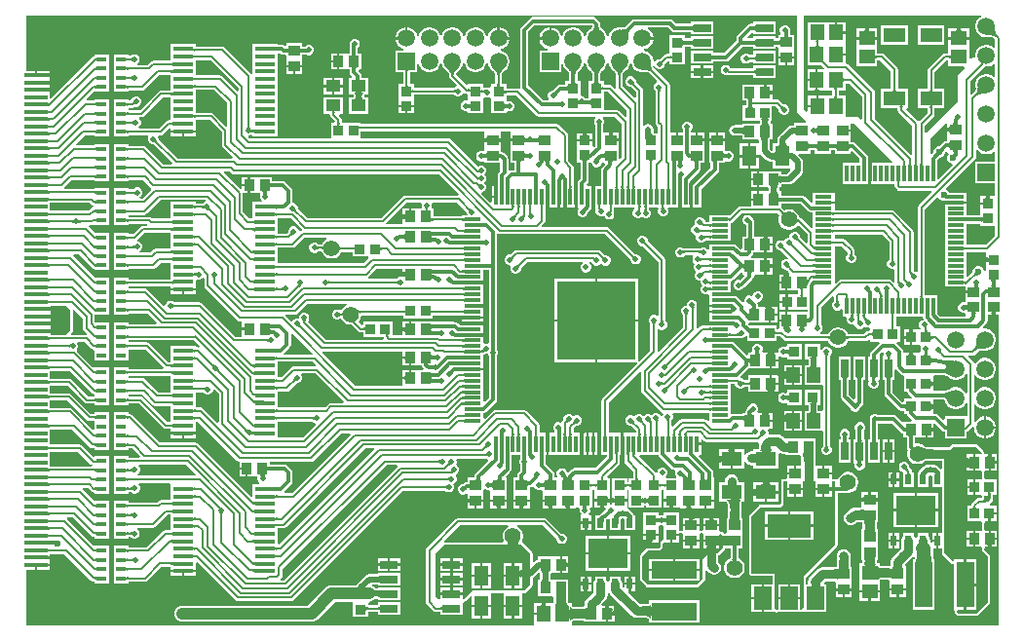
<source format=gtl>
G04*
G04 #@! TF.GenerationSoftware,Altium Limited,Altium Designer,24.2.2 (26)*
G04*
G04 Layer_Physical_Order=1*
G04 Layer_Color=255*
%FSLAX44Y44*%
%MOMM*%
G71*
G04*
G04 #@! TF.SameCoordinates,00A82A7E-E9F6-4F9A-BCAE-F82A0DBAF845*
G04*
G04*
G04 #@! TF.FilePolarity,Positive*
G04*
G01*
G75*
%ADD12C,0.2000*%
%ADD18R,0.9000X1.0000*%
%ADD19R,0.9500X0.8500*%
%ADD20R,0.5100X0.9000*%
%ADD21R,3.5000X2.6000*%
%ADD22R,1.0000X0.9000*%
%ADD23R,0.8500X0.9500*%
%ADD24R,1.1500X1.3500*%
%ADD25R,0.6500X1.6500*%
%ADD26R,1.8000X1.3000*%
%ADD27R,1.5000X4.0000*%
%ADD28R,1.3000X1.4000*%
%ADD29R,1.4000X1.3000*%
%ADD30R,1.2300X1.8000*%
%ADD31R,1.5250X0.7000*%
%ADD32R,1.3000X1.1000*%
%ADD33R,1.8000X0.4500*%
%ADD34R,0.9000X0.4500*%
%ADD35R,2.0000X0.3800*%
%ADD36R,0.3000X1.4750*%
%ADD37R,1.4750X0.3000*%
%ADD38R,4.0000X1.5000*%
%ADD39R,1.5000X2.0000*%
%ADD40R,3.8000X2.0000*%
%ADD41R,0.9000X0.9500*%
%ADD42R,6.8500X6.8500*%
%ADD43R,1.2000X1.4000*%
%ADD44R,1.9000X1.3000*%
%ADD45R,1.3000X1.8000*%
%ADD48C,1.5000*%
%ADD78C,0.3000*%
%ADD79C,1.4000*%
%ADD80C,0.5000*%
%ADD81C,0.8000*%
%ADD82C,0.4000*%
%ADD83C,1.0000*%
%ADD84C,1.2000*%
%ADD85R,1.5000X1.5000*%
%ADD86R,1.5000X1.5000*%
%ADD87C,0.5000*%
%ADD88C,0.6000*%
%ADD89C,0.8000*%
G36*
X1046505Y724177D02*
X1046623Y722137D01*
X1046734Y721244D01*
X1046881Y720436D01*
X1047063Y719713D01*
X1047281Y719074D01*
X1047534Y718521D01*
X1047822Y718053D01*
X1048145Y717669D01*
X1046731Y716255D01*
X1046347Y716578D01*
X1045879Y716866D01*
X1045326Y717119D01*
X1044688Y717337D01*
X1043964Y717519D01*
X1043156Y717666D01*
X1042263Y717777D01*
X1040223Y717895D01*
X1039075Y717900D01*
X1046500Y725325D01*
X1046505Y724177D01*
D02*
G37*
G36*
X893810Y713041D02*
X893640Y712980D01*
X893490Y712878D01*
X893360Y712736D01*
X893250Y712553D01*
X893160Y712330D01*
X893090Y712066D01*
X893040Y711761D01*
X893010Y711416D01*
X893000Y711031D01*
X891000D01*
X890990Y711416D01*
X890960Y711761D01*
X890910Y712066D01*
X890840Y712330D01*
X890750Y712553D01*
X890640Y712736D01*
X890510Y712878D01*
X890360Y712980D01*
X890190Y713041D01*
X890000Y713061D01*
X894000D01*
X893810Y713041D01*
D02*
G37*
G36*
X893010Y709584D02*
X893040Y709239D01*
X893090Y708934D01*
X893160Y708670D01*
X893250Y708447D01*
X893360Y708264D01*
X893490Y708122D01*
X893640Y708020D01*
X893810Y707959D01*
X894000Y707939D01*
X890000D01*
X890190Y707959D01*
X890360Y708020D01*
X890510Y708122D01*
X890640Y708264D01*
X890750Y708447D01*
X890840Y708670D01*
X890910Y708934D01*
X890960Y709239D01*
X890990Y709584D01*
X891000Y709969D01*
X893000D01*
X893010Y709584D01*
D02*
G37*
G36*
X1034428Y733730D02*
X1033167Y733002D01*
X1031398Y731233D01*
X1030147Y729067D01*
X1029500Y726651D01*
Y724149D01*
X1030147Y721733D01*
X1031398Y719567D01*
X1033167Y717798D01*
X1035333Y716547D01*
X1037749Y715900D01*
X1040251D01*
X1041377Y716202D01*
X1042116Y716160D01*
X1042911Y716060D01*
X1043620Y715931D01*
X1044227Y715778D01*
X1044332Y715743D01*
X1046441Y713633D01*
Y707653D01*
X1045268Y707167D01*
X1044833Y707602D01*
X1042667Y708853D01*
X1040251Y709500D01*
X1037749D01*
X1035333Y708853D01*
X1033167Y707602D01*
X1031398Y705833D01*
X1030147Y703667D01*
X1029500Y701251D01*
Y699638D01*
X1029442Y699532D01*
X1028255Y698689D01*
X1027734Y698793D01*
X1026564Y698560D01*
X1025571Y697897D01*
X1025270Y697446D01*
X1024000Y697831D01*
Y706500D01*
Y714000D01*
X1006000D01*
Y706500D01*
Y702059D01*
X1003000D01*
X1003000Y702059D01*
X1001830Y701826D01*
X1000837Y701163D01*
X988837Y689163D01*
X988174Y688170D01*
X987941Y687000D01*
X987941Y687000D01*
Y671000D01*
X979500D01*
Y654000D01*
X987941D01*
Y650267D01*
X980849Y643174D01*
X980639Y643084D01*
X979361Y643084D01*
X979151Y643174D01*
X969499Y652827D01*
X969985Y654000D01*
X970500D01*
Y671000D01*
X962059D01*
Y688000D01*
X962059Y688000D01*
X961826Y689171D01*
X961163Y690163D01*
X950163Y701163D01*
X949171Y701826D01*
X948000Y702059D01*
X948000Y702059D01*
X944000D01*
Y706500D01*
Y714000D01*
X926000D01*
Y706500D01*
Y690500D01*
X944000D01*
Y695941D01*
X946733D01*
X955941Y686733D01*
Y671000D01*
X947500D01*
Y654000D01*
X961198D01*
X961941Y653000D01*
X962174Y651830D01*
X962837Y650837D01*
X974441Y639233D01*
Y614544D01*
X973268Y614058D01*
X942059Y645267D01*
Y668000D01*
X942059Y668000D01*
X941826Y669171D01*
X941163Y670163D01*
X941163Y670163D01*
X919163Y692163D01*
X918170Y692826D01*
X917000Y693059D01*
X916500Y694136D01*
Y700000D01*
X908500D01*
Y702000D01*
X916500D01*
Y709730D01*
X916500Y710000D01*
X916500D01*
Y711000D01*
X916500D01*
Y719000D01*
X908000D01*
Y720000D01*
X907000D01*
Y729000D01*
X883500D01*
Y711000D01*
X883500D01*
X883500Y710000D01*
X883500D01*
Y692000D01*
X895174D01*
X898001Y689173D01*
X897515Y688000D01*
X892500D01*
Y679000D01*
Y670000D01*
X899500D01*
X899500Y670000D01*
X900500D01*
Y670000D01*
X900770Y670000D01*
X904941D01*
Y665000D01*
X893000D01*
Y656000D01*
X892000D01*
Y655000D01*
X883500D01*
Y651485D01*
X882327Y650999D01*
X880185Y653140D01*
Y735000D01*
X1034088D01*
X1034428Y733730D01*
D02*
G37*
G36*
X421199Y707833D02*
X421289Y707710D01*
X421440Y707602D01*
X421650Y707509D01*
X421920Y707430D01*
X422249Y707365D01*
X422640Y707315D01*
X423600Y707257D01*
X424170Y707250D01*
Y704250D01*
X423600Y704243D01*
X422249Y704135D01*
X421920Y704070D01*
X421650Y703991D01*
X421440Y703897D01*
X421289Y703790D01*
X421199Y703667D01*
X421170Y703531D01*
Y707970D01*
X421199Y707833D01*
D02*
G37*
G36*
X350161Y706810D02*
X350223Y706640D01*
X350326Y706490D01*
X350468Y706360D01*
X350651Y706250D01*
X350874Y706160D01*
X351138Y706090D01*
X351441Y706040D01*
X351785Y706010D01*
X352169Y706000D01*
Y704000D01*
X351790Y703995D01*
X350890Y703925D01*
X350670Y703883D01*
X350490Y703831D01*
X350350Y703770D01*
X350249Y703699D01*
X350190Y703620D01*
X350169Y703531D01*
X350139Y707000D01*
X350161Y706810D01*
D02*
G37*
G36*
X448822Y702795D02*
X446115Y702750D01*
X446115Y705750D01*
X446395Y705754D01*
X447082Y705811D01*
X447260Y705846D01*
X447413Y705888D01*
X447541Y705938D01*
X447643Y705996D01*
X447720Y706061D01*
X447772Y706134D01*
X448822Y702795D01*
D02*
G37*
G36*
X442469Y706965D02*
X442560Y706710D01*
X442712Y706485D01*
X442924Y706290D01*
X443197Y706125D01*
X443530Y705990D01*
X443924Y705885D01*
X444379Y705810D01*
X444894Y705765D01*
X445470Y705750D01*
Y702750D01*
X444894Y702735D01*
X444379Y702690D01*
X443924Y702615D01*
X443530Y702510D01*
X443197Y702375D01*
X442924Y702210D01*
X442712Y702015D01*
X442560Y701790D01*
X442469Y701535D01*
X442439Y701250D01*
Y707250D01*
X442469Y706965D01*
D02*
G37*
G36*
X432561Y701250D02*
X432531Y701535D01*
X432440Y701790D01*
X432288Y702015D01*
X432076Y702210D01*
X431803Y702375D01*
X431470Y702510D01*
X431076Y702615D01*
X430621Y702690D01*
X430106Y702735D01*
X429530Y702750D01*
Y705750D01*
X430106Y705765D01*
X430621Y705810D01*
X431076Y705885D01*
X431470Y705990D01*
X431803Y706125D01*
X432076Y706290D01*
X432288Y706485D01*
X432440Y706710D01*
X432531Y706965D01*
X432561Y707250D01*
Y701250D01*
D02*
G37*
G36*
X874068Y651873D02*
X874068Y651873D01*
X874301Y650703D01*
X874964Y649710D01*
X882154Y642520D01*
X881628Y641250D01*
X872000D01*
Y639338D01*
X869750D01*
X867994Y638989D01*
X866506Y637994D01*
X858756Y630244D01*
X857761Y628756D01*
X857412Y627000D01*
Y623500D01*
X853500D01*
Y617500D01*
X852230Y617259D01*
X850784Y618704D01*
Y627000D01*
X853250D01*
Y641000D01*
X851213D01*
Y643250D01*
X852750D01*
Y655791D01*
X855883D01*
X858500Y653174D01*
Y652105D01*
X859185Y650451D01*
X860451Y649185D01*
X862105Y648500D01*
X863895D01*
X865549Y649185D01*
X866815Y650451D01*
X867500Y652105D01*
Y653895D01*
X866815Y655549D01*
X865549Y656815D01*
X863895Y657500D01*
X862826D01*
X859899Y660427D01*
X859313Y661013D01*
X858320Y661676D01*
X857150Y661909D01*
X857150Y661909D01*
X853250D01*
Y666451D01*
X853129Y666440D01*
X852674Y666365D01*
X852280Y666260D01*
X851947Y666125D01*
X851674Y665960D01*
X851462Y665765D01*
X851310Y665540D01*
X851219Y665285D01*
X851189Y665000D01*
Y667000D01*
X846750D01*
Y668000D01*
X845750D01*
Y675000D01*
X840250D01*
Y675000D01*
X839750D01*
Y675000D01*
X826750D01*
Y661000D01*
X829931D01*
Y656750D01*
X827250D01*
Y643250D01*
X839750D01*
Y643250D01*
X840250D01*
Y643250D01*
X842037D01*
Y641898D01*
X841139Y641000D01*
X840250D01*
X838980Y641000D01*
X826750D01*
Y639588D01*
X820000D01*
X819557Y639500D01*
X819105D01*
X818687Y639327D01*
X818244Y639239D01*
X817868Y638988D01*
X817451Y638815D01*
X817132Y638495D01*
X816756Y638244D01*
X816505Y637868D01*
X816185Y637549D01*
X816012Y637132D01*
X815761Y636756D01*
X815673Y636313D01*
X815500Y635895D01*
Y635443D01*
X815412Y635000D01*
X815500Y634557D01*
Y634105D01*
X815673Y633687D01*
X815761Y633244D01*
X816012Y632868D01*
X816185Y632451D01*
X816505Y632132D01*
X816756Y631756D01*
X817132Y631505D01*
X817451Y631185D01*
X817868Y631012D01*
X818244Y630761D01*
X818687Y630673D01*
X819105Y630500D01*
X819557D01*
X820000Y630412D01*
X826750D01*
Y627000D01*
X838980D01*
X839750Y627000D01*
X840710Y627000D01*
X841608Y626102D01*
Y624725D01*
X841500Y623500D01*
X840338Y623500D01*
X834000D01*
Y613500D01*
X841677D01*
X842770Y613832D01*
X842952Y613560D01*
X847256Y609256D01*
X848744Y608261D01*
X850500Y607912D01*
X853500D01*
Y601500D01*
X868352D01*
X868838Y600327D01*
X865600Y597088D01*
X860750D01*
Y599500D01*
X848520D01*
X847750Y599500D01*
X846480Y599500D01*
X841750D01*
Y592500D01*
Y585500D01*
X846480D01*
X847250Y585500D01*
X848764Y585500D01*
X849662Y584602D01*
Y582000D01*
X847750D01*
Y582000D01*
X847250D01*
Y582000D01*
X841750D01*
Y575000D01*
X840750D01*
Y574000D01*
X834250D01*
Y569059D01*
X825000D01*
X825000Y569059D01*
X823829Y568826D01*
X822837Y568163D01*
X815674Y561000D01*
X798005D01*
Y555559D01*
X794579D01*
X794500Y555638D01*
Y555895D01*
X793815Y557549D01*
X792549Y558815D01*
X790895Y559500D01*
X789105D01*
X787451Y558815D01*
X786185Y557549D01*
X785500Y555895D01*
Y554105D01*
X785876Y553198D01*
X784321Y552554D01*
X783055Y551288D01*
X782370Y549634D01*
Y547844D01*
X783055Y546190D01*
X784321Y544924D01*
X785725Y544342D01*
X786573Y543343D01*
X786643Y543239D01*
X786500Y542895D01*
Y541105D01*
X787185Y539451D01*
X788451Y538185D01*
X790105Y537500D01*
X791895D01*
X793549Y538185D01*
X794555Y539191D01*
X798005D01*
Y538500D01*
X816755D01*
Y544000D01*
Y554492D01*
X817671Y554674D01*
X818663Y555337D01*
X826267Y562941D01*
X857733D01*
X859328Y561346D01*
X859113Y560974D01*
X858500Y558685D01*
Y556315D01*
X859113Y554026D01*
X860298Y551974D01*
X861974Y550298D01*
X864026Y549113D01*
X866315Y548500D01*
X868685D01*
X870974Y549113D01*
X873026Y550298D01*
X874702Y551974D01*
X874729Y552021D01*
X875988Y552186D01*
X883442Y544732D01*
Y537543D01*
X882269Y537057D01*
X877000Y542326D01*
Y543395D01*
X876315Y545049D01*
X875049Y546315D01*
X873395Y547000D01*
X871605D01*
X869951Y546315D01*
X868685Y545049D01*
X868000Y543395D01*
Y542000D01*
X866605D01*
X864951Y541315D01*
X863685Y540049D01*
X863517Y539643D01*
X862549Y538815D01*
X861998Y539043D01*
X860895Y539500D01*
X859105D01*
X857451Y538815D01*
X856185Y537549D01*
X855500Y535895D01*
Y534105D01*
X856185Y532451D01*
X857451Y531185D01*
X859105Y530500D01*
X860174D01*
X866586Y524089D01*
X865927Y523050D01*
X865878Y523000D01*
X864105D01*
X862451Y522315D01*
X861185Y521049D01*
X860500Y519395D01*
Y517605D01*
X861185Y515951D01*
X862451Y514685D01*
X864105Y514000D01*
X865174D01*
X867904Y511270D01*
X867378Y510000D01*
X866250D01*
Y503000D01*
Y496000D01*
X871750D01*
Y496000D01*
X872250D01*
Y496000D01*
X875441D01*
Y493648D01*
X874543Y492750D01*
X872250Y492750D01*
X870980Y492750D01*
X866500D01*
Y486000D01*
Y479250D01*
X870980D01*
X871750Y479250D01*
X873020Y479250D01*
X883431D01*
Y477000D01*
X873020D01*
X872250Y477000D01*
X870980Y477000D01*
X866250D01*
Y470000D01*
X865250D01*
Y469000D01*
X858750D01*
X858750Y463101D01*
X857838Y462135D01*
X856750Y462137D01*
Y465750D01*
X844250D01*
Y465750D01*
X843750D01*
Y465750D01*
X833039D01*
X832059Y466730D01*
X832585Y468000D01*
X842980D01*
X843750Y468000D01*
X845020Y468000D01*
X849750D01*
Y475000D01*
Y482000D01*
X845020D01*
X844250Y482000D01*
X842980Y482000D01*
X840569D01*
Y483000D01*
X840297Y484366D01*
X839902Y484957D01*
X840581Y486227D01*
X841390D01*
X843044Y486912D01*
X844310Y488178D01*
X844995Y489832D01*
Y491622D01*
X844310Y493276D01*
X843044Y494542D01*
X841390Y495227D01*
X839600D01*
X837946Y494542D01*
X836680Y493276D01*
X836093Y491860D01*
X835964Y491610D01*
X834725Y491156D01*
X833895Y491500D01*
X832105D01*
X830451Y490815D01*
X829185Y489549D01*
X828500Y487895D01*
Y486343D01*
X827833Y485886D01*
X827327Y485720D01*
X823023Y490023D01*
X821866Y490797D01*
X820500Y491069D01*
X816755D01*
Y491500D01*
X807380D01*
Y493500D01*
X816755D01*
Y503982D01*
X817866Y504203D01*
X819023Y504977D01*
X825577Y511530D01*
X826750Y511044D01*
Y510000D01*
X828157D01*
X828683Y508730D01*
X824818Y504865D01*
X824493Y505000D01*
X822703D01*
X821049Y504315D01*
X819783Y503049D01*
X819098Y501395D01*
Y499605D01*
X819783Y497951D01*
X821049Y496685D01*
X822703Y496000D01*
X824493D01*
X826147Y496685D01*
X826998Y497536D01*
X827248Y497586D01*
X828406Y498359D01*
X835773Y505727D01*
X836547Y506884D01*
X836819Y508250D01*
Y509102D01*
X837717Y510000D01*
X839750Y510000D01*
X841020Y510000D01*
X845750D01*
Y517000D01*
Y524000D01*
X841020D01*
X840250Y524000D01*
X838980Y524000D01*
X834843D01*
X834317Y525270D01*
X835523Y526477D01*
X836297Y527634D01*
X836569Y529000D01*
X839750Y529000D01*
X841020Y529000D01*
X845750D01*
Y536000D01*
Y540939D01*
X844000D01*
X844285Y540969D01*
X844540Y541060D01*
X844765Y541212D01*
X844960Y541424D01*
X845125Y541697D01*
X845260Y542030D01*
X845365Y542424D01*
X845440Y542878D01*
X845451Y543000D01*
X841020D01*
X840250Y543000D01*
X838980Y543000D01*
X837086D01*
Y554988D01*
X836815Y556353D01*
X836041Y557511D01*
X836000Y557552D01*
Y557901D01*
X835315Y559555D01*
X834049Y560820D01*
X832395Y561506D01*
X830605D01*
X828951Y560820D01*
X827685Y559555D01*
X827000Y557901D01*
Y556110D01*
X827685Y554456D01*
X828951Y553191D01*
X829949Y552777D01*
Y543000D01*
X826750D01*
Y532093D01*
X825480Y531567D01*
X822023Y535023D01*
X820866Y535797D01*
X819500Y536069D01*
X816755D01*
Y536500D01*
X798005D01*
Y531995D01*
X797120Y531663D01*
X796735Y531629D01*
X795549Y532815D01*
X793895Y533500D01*
X792105D01*
X790451Y532815D01*
X790195Y532559D01*
X775805D01*
X775549Y532815D01*
X773895Y533500D01*
X772105D01*
X770451Y532815D01*
X769185Y531549D01*
X768500Y529895D01*
Y528105D01*
X769185Y526451D01*
X770451Y525185D01*
X772105Y524500D01*
X773895D01*
X775549Y525185D01*
X776805Y526441D01*
X783418D01*
X784029Y525171D01*
X783500Y523895D01*
Y522105D01*
X784185Y520451D01*
X785451Y519185D01*
X785512Y518876D01*
X785185Y518549D01*
X784500Y516895D01*
Y515105D01*
X785185Y513451D01*
X786451Y512185D01*
X786187Y511551D01*
X786185Y511549D01*
X785500Y509895D01*
Y508105D01*
X786185Y506451D01*
X787451Y505185D01*
X789105Y504500D01*
X790500D01*
Y503105D01*
X791185Y501451D01*
X792136Y500500D01*
X791185Y499549D01*
X790500Y497895D01*
Y496105D01*
X791185Y494451D01*
X792451Y493185D01*
X794105Y492500D01*
X795895D01*
X796735Y492848D01*
X798005Y491999D01*
Y484000D01*
Y483500D01*
X807380D01*
Y481500D01*
X798005D01*
Y478500D01*
X807380D01*
Y476500D01*
X798005D01*
Y474000D01*
Y468500D01*
X807380D01*
Y466500D01*
X798005D01*
Y465559D01*
X792500D01*
X792500Y465559D01*
X791329Y465326D01*
X790337Y464663D01*
X788329Y462654D01*
X787059Y463181D01*
Y481040D01*
X787500Y482105D01*
Y483895D01*
X786815Y485549D01*
X785549Y486815D01*
X783895Y487500D01*
X782105D01*
X780451Y486815D01*
X779185Y485549D01*
X778500Y483895D01*
Y482500D01*
X777105D01*
X775451Y481815D01*
X774185Y480549D01*
X773500Y478895D01*
Y477105D01*
X774185Y475451D01*
X774941Y474695D01*
Y463267D01*
X754329Y442654D01*
X753059Y443181D01*
Y461781D01*
X754329Y462307D01*
X754451Y462185D01*
X756105Y461500D01*
X757895D01*
X759549Y462185D01*
X760815Y463451D01*
X761500Y465105D01*
Y466895D01*
X760815Y468549D01*
X760059Y469305D01*
Y522000D01*
X760059Y522000D01*
X759826Y523171D01*
X759163Y524163D01*
X744500Y538826D01*
Y539895D01*
X743815Y541549D01*
X742549Y542815D01*
X740895Y543500D01*
X739105D01*
X737451Y542815D01*
X736185Y541549D01*
X735500Y539895D01*
Y538105D01*
X736185Y536451D01*
X737451Y535185D01*
X739105Y534500D01*
X740174D01*
X753941Y520733D01*
Y474219D01*
X752671Y473693D01*
X752549Y473815D01*
X750895Y474500D01*
X749105D01*
X747451Y473815D01*
X746185Y472549D01*
X745500Y470895D01*
Y469105D01*
X746185Y467451D01*
X746941Y466695D01*
Y443767D01*
X737520Y434346D01*
X736250Y434872D01*
Y469000D01*
X701000D01*
Y433750D01*
X735128D01*
X735654Y432480D01*
X705337Y402163D01*
X704674Y401171D01*
X704441Y400000D01*
X704441Y400000D01*
Y371995D01*
X704016D01*
X704000Y371000D01*
X703500Y370868D01*
Y362620D01*
Y354659D01*
X704000Y354791D01*
X704004Y354511D01*
X704057Y353819D01*
X704089Y353638D01*
X704129Y353481D01*
X704175Y353349D01*
X704227Y353245D01*
X708931D01*
Y350978D01*
X699522Y341569D01*
X681000D01*
X679634Y341297D01*
X678477Y340523D01*
X675770Y337817D01*
X675348Y337843D01*
X674369Y338212D01*
X673815Y339549D01*
X672549Y340815D01*
X670895Y341500D01*
X669105D01*
X667451Y340815D01*
X666185Y339549D01*
X665500Y337895D01*
Y336105D01*
X666185Y334451D01*
X665590Y333250D01*
X663569D01*
Y336000D01*
X663297Y337366D01*
X662523Y338523D01*
X656069Y344978D01*
Y353245D01*
X656500D01*
Y362620D01*
Y371995D01*
X650559D01*
Y378500D01*
X650559Y378500D01*
X650326Y379670D01*
X649663Y380663D01*
X639163Y391163D01*
X638171Y391826D01*
X637000Y392059D01*
X637000Y392059D01*
X612238D01*
X612238Y392059D01*
X611067Y391826D01*
X610075Y391163D01*
X603265Y384353D01*
X601995Y384879D01*
Y389041D01*
X602810Y389203D01*
X603968Y389977D01*
X612523Y398532D01*
X613297Y399690D01*
X613569Y401055D01*
Y439205D01*
X613815Y439451D01*
X614500Y441105D01*
Y442895D01*
X613815Y444549D01*
X613568Y444795D01*
Y517981D01*
Y544718D01*
X614838Y545397D01*
X615173Y545174D01*
X616343Y544941D01*
X707733D01*
X729500Y523174D01*
Y522105D01*
X730185Y520451D01*
X731451Y519185D01*
X733105Y518500D01*
X734895D01*
X736549Y519185D01*
X737815Y520451D01*
X738500Y522105D01*
Y523895D01*
X737815Y525549D01*
X736549Y526815D01*
X734895Y527500D01*
X733826D01*
X711163Y550163D01*
X710171Y550826D01*
X709000Y551059D01*
X709000Y551059D01*
X653044D01*
X652558Y552232D01*
X654663Y554337D01*
X655326Y555329D01*
X655559Y556500D01*
Y568005D01*
X656500D01*
Y577380D01*
X658500D01*
Y568005D01*
X666500D01*
Y577380D01*
X668500D01*
Y568005D01*
X670841D01*
X670892Y568055D01*
X670967Y568005D01*
X671500D01*
Y577380D01*
X673500D01*
Y568005D01*
X681500D01*
Y577380D01*
Y586755D01*
X680559D01*
Y602500D01*
X680559Y602500D01*
X680326Y603671D01*
X679663Y604663D01*
X675559Y608767D01*
Y630674D01*
X675559Y630674D01*
X675326Y631845D01*
X674663Y632837D01*
X667837Y639663D01*
X666845Y640326D01*
X665674Y640559D01*
X665674Y640559D01*
X495250D01*
Y641750D01*
X483520D01*
X482750Y641750D01*
X481480Y641750D01*
X479059D01*
Y644000D01*
X478826Y645171D01*
X478163Y646163D01*
X476499Y647827D01*
X476985Y649000D01*
X480000D01*
Y664000D01*
X463000D01*
Y649000D01*
X467364D01*
X468441Y648500D01*
X468674Y647329D01*
X469337Y646337D01*
X472654Y643020D01*
X472248Y641750D01*
X469750D01*
X469750Y628250D01*
X468559Y628059D01*
X398767D01*
X397596Y629230D01*
X398122Y630500D01*
X398395D01*
X399930Y631136D01*
X401200Y630677D01*
Y630000D01*
X423200D01*
Y636500D01*
Y643000D01*
Y649500D01*
Y656000D01*
Y662500D01*
Y669000D01*
Y675500D01*
Y682000D01*
Y688500D01*
Y695000D01*
Y702181D01*
X425272D01*
X425727Y701727D01*
X426884Y700953D01*
X428250Y700681D01*
X429602D01*
X430500Y699783D01*
X430500Y697750D01*
X430500Y696480D01*
Y691750D01*
X437500D01*
X444500D01*
Y696480D01*
X444500Y697250D01*
X444500Y698520D01*
Y700681D01*
X448667D01*
X449105Y700500D01*
X450895D01*
X452549Y701185D01*
X453815Y702451D01*
X454500Y704105D01*
Y705895D01*
X453815Y707549D01*
X452549Y708815D01*
X450895Y709500D01*
X449105D01*
X447451Y708815D01*
X446455Y707819D01*
X444500D01*
Y710750D01*
X430500D01*
Y708843D01*
X429412Y708338D01*
X429230Y708302D01*
X428116Y709047D01*
X426750Y709319D01*
X423200D01*
Y710000D01*
X401200D01*
Y701500D01*
Y695000D01*
Y684785D01*
X399964Y684396D01*
X399930Y684396D01*
X377163Y707163D01*
X376171Y707826D01*
X375000Y708059D01*
X375000Y708059D01*
X352200D01*
Y710000D01*
X330200D01*
Y701500D01*
Y695559D01*
X315000D01*
X313829Y695326D01*
X312837Y694663D01*
X309933Y691759D01*
X301782D01*
X301501Y692353D01*
X301393Y693029D01*
X302515Y694151D01*
X303200Y695805D01*
Y697595D01*
X302515Y699249D01*
X301249Y700515D01*
X299595Y701200D01*
X297805D01*
X296151Y700515D01*
X295395Y699759D01*
X293700D01*
Y700950D01*
X280700D01*
Y692450D01*
Y684450D01*
Y676450D01*
Y668450D01*
X293700D01*
Y669641D01*
X305200D01*
X305200Y669641D01*
X306371Y669874D01*
X307363Y670537D01*
X320017Y683191D01*
X330200D01*
Y669809D01*
X321750D01*
X321750Y669809D01*
X320579Y669576D01*
X319587Y668913D01*
X303433Y652759D01*
X293700D01*
Y654641D01*
X296888D01*
X296888Y654641D01*
X298059Y654874D01*
X299037Y655528D01*
X299105Y655500D01*
X300895D01*
X302549Y656185D01*
X303815Y657451D01*
X304500Y659105D01*
Y660895D01*
X303815Y662549D01*
X302549Y663815D01*
X300895Y664500D01*
X299105D01*
X297451Y663815D01*
X296185Y662549D01*
X295500Y660895D01*
Y660759D01*
X293700D01*
Y661950D01*
X280700D01*
Y653450D01*
Y645450D01*
Y637450D01*
Y629450D01*
X293700D01*
Y630641D01*
X310118D01*
X310904Y629371D01*
X310500Y628395D01*
Y626605D01*
X311185Y624951D01*
X312451Y623685D01*
X314105Y623000D01*
X315174D01*
X331442Y606732D01*
X330956Y605559D01*
X323767D01*
X308463Y620863D01*
X307471Y621526D01*
X306300Y621759D01*
X306300Y621759D01*
X293700D01*
Y622950D01*
X280700D01*
Y614450D01*
Y606450D01*
Y598450D01*
Y590450D01*
X293700D01*
Y591641D01*
X306533D01*
X312837Y585337D01*
X312837Y585337D01*
X313064Y585186D01*
X313264Y583590D01*
X305433Y575759D01*
X303424D01*
X303172Y577029D01*
X303549Y577185D01*
X304815Y578451D01*
X305500Y580105D01*
Y581895D01*
X304815Y583549D01*
X303549Y584815D01*
X301895Y585500D01*
X300105D01*
X298451Y584815D01*
X297395Y583759D01*
X293700D01*
Y584950D01*
X280700D01*
Y576450D01*
Y568450D01*
Y560450D01*
Y552450D01*
X293700D01*
Y553641D01*
X309582D01*
X309865Y553279D01*
X309244Y552009D01*
X305950D01*
X304779Y551776D01*
X303787Y551113D01*
X303787Y551113D01*
X297433Y544759D01*
X293700D01*
Y545950D01*
X280700D01*
Y537450D01*
Y529450D01*
Y521450D01*
Y513450D01*
X293700D01*
Y514641D01*
X314700D01*
X314700Y514641D01*
X315870Y514874D01*
X316863Y515537D01*
X321217Y519891D01*
X330200D01*
Y512200D01*
Y505759D01*
X293700D01*
Y506950D01*
X280700D01*
Y498450D01*
Y490450D01*
Y482450D01*
Y474450D01*
X293700D01*
Y475641D01*
X310033D01*
X317742Y467932D01*
X317256Y466759D01*
X293700D01*
Y467950D01*
X280700D01*
Y459450D01*
Y451450D01*
Y443450D01*
Y435450D01*
X293700D01*
Y444641D01*
X308433D01*
X324046Y429029D01*
X323520Y427759D01*
X293700D01*
Y428950D01*
X280700D01*
Y420450D01*
Y412450D01*
Y404450D01*
Y396450D01*
X293700D01*
Y397641D01*
X302433D01*
X323787Y376287D01*
X323787Y376287D01*
X324780Y375624D01*
X325950Y375391D01*
X330200D01*
Y372950D01*
X352200D01*
Y374200D01*
Y381891D01*
X353783D01*
X387837Y347837D01*
X387837Y347837D01*
X388829Y347174D01*
X389750Y346991D01*
Y342000D01*
X396250D01*
Y341000D01*
X397250D01*
Y334000D01*
X402750D01*
Y334000D01*
X403250D01*
Y334000D01*
X405096D01*
X405500Y333395D01*
Y331605D01*
X406185Y329951D01*
X407166Y328970D01*
X406763Y327700D01*
X401200D01*
Y317285D01*
X400027Y316799D01*
X354163Y362663D01*
X353171Y363326D01*
X352000Y363559D01*
X352000Y363559D01*
X320767D01*
X296463Y387863D01*
X295471Y388526D01*
X294300Y388759D01*
X293700Y389769D01*
Y389950D01*
X280700D01*
Y381450D01*
Y373450D01*
Y365450D01*
Y357450D01*
X293700D01*
Y358641D01*
X297033D01*
X303742Y351932D01*
X303256Y350759D01*
X293700D01*
Y351950D01*
X280700D01*
Y343450D01*
Y335450D01*
Y327450D01*
Y319450D01*
X293700D01*
Y320641D01*
X295995D01*
X296451Y320185D01*
X298105Y319500D01*
X299895D01*
X301549Y320185D01*
X302815Y321451D01*
X303500Y323105D01*
Y324895D01*
X302815Y326549D01*
X301993Y327371D01*
X302519Y328641D01*
X329406D01*
X330200Y327700D01*
Y319200D01*
Y313759D01*
X321700D01*
X321700Y313759D01*
X320530Y313526D01*
X319537Y312863D01*
X318433Y311759D01*
X293700D01*
Y312950D01*
X280700D01*
Y304450D01*
Y296450D01*
Y288450D01*
Y280450D01*
X293700D01*
Y281641D01*
X295395D01*
X296151Y280885D01*
X297805Y280200D01*
X299595D01*
X301249Y280885D01*
X302515Y282151D01*
X303200Y283805D01*
Y285595D01*
X302515Y287249D01*
X301393Y288371D01*
X301501Y289047D01*
X301782Y289641D01*
X314700D01*
X314700Y289641D01*
X315870Y289874D01*
X316863Y290537D01*
X327217Y300891D01*
X330200D01*
Y287509D01*
X325450D01*
X324279Y287276D01*
X323287Y286613D01*
X323287Y286613D01*
X309433Y272759D01*
X293700D01*
Y273950D01*
X280700D01*
Y265450D01*
Y257450D01*
Y249450D01*
Y241450D01*
X293700D01*
Y242641D01*
X307700D01*
X307700Y242641D01*
X308871Y242874D01*
X309863Y243537D01*
X321967Y255641D01*
X330200D01*
Y252950D01*
X352200D01*
Y259178D01*
X353470Y259704D01*
X386337Y226837D01*
X386337Y226837D01*
X387329Y226174D01*
X388500Y225941D01*
X434627D01*
X434627Y225941D01*
X435798Y226174D01*
X436790Y226837D01*
X531894Y321941D01*
X568695D01*
X569451Y321185D01*
X571105Y320500D01*
X572895D01*
X574549Y321185D01*
X575815Y322451D01*
X576500Y324105D01*
Y325895D01*
X575815Y327549D01*
X576507Y328167D01*
X576549Y328185D01*
X577815Y329451D01*
X578500Y331105D01*
Y332895D01*
X577815Y334549D01*
X578143Y336017D01*
X578549Y336185D01*
X579815Y337451D01*
X580500Y339105D01*
Y340895D01*
X579815Y342549D01*
X578549Y343815D01*
X578184Y345341D01*
X578500Y346105D01*
Y347895D01*
X578225Y348559D01*
X579074Y349829D01*
X603769D01*
X603951Y349647D01*
X605605Y348962D01*
X605634D01*
X606160Y347692D01*
X594984Y336516D01*
X594211Y335358D01*
X593939Y333993D01*
Y333250D01*
X588000D01*
Y329285D01*
X587257D01*
X585892Y329013D01*
X584734Y328240D01*
X583994Y327500D01*
X583105D01*
X581451Y326815D01*
X580185Y325549D01*
X579500Y323895D01*
Y322105D01*
X580185Y320451D01*
X581451Y319185D01*
X583105Y318500D01*
X584895D01*
X586549Y319185D01*
X586730Y319366D01*
X588000Y318840D01*
Y314799D01*
X588121Y314810D01*
X588576Y314885D01*
X588970Y314990D01*
X589303Y315125D01*
X589576Y315290D01*
X589788Y315485D01*
X589940Y315710D01*
X590031Y315965D01*
X590061Y316250D01*
Y314250D01*
X595000D01*
X602000D01*
Y318980D01*
X602000Y319750D01*
X602000Y321020D01*
Y322840D01*
X603270Y323366D01*
X603451Y323185D01*
X605105Y322500D01*
X606895D01*
X606944Y322520D01*
X608000Y321815D01*
X608000Y320250D01*
X608000Y318980D01*
Y314250D01*
X615000D01*
X622000D01*
Y318980D01*
X622000Y319750D01*
X622000Y321020D01*
Y333250D01*
X621956D01*
X621470Y334423D01*
X625023Y337977D01*
X625797Y339134D01*
X626069Y340500D01*
Y353245D01*
X633931D01*
Y349767D01*
X633685Y349521D01*
X633000Y347867D01*
Y346077D01*
X633685Y344422D01*
X633931Y344176D01*
Y338978D01*
X632477Y337523D01*
X631703Y336366D01*
X631431Y335000D01*
Y333250D01*
X628000D01*
Y321020D01*
X628000Y320250D01*
X628000Y318980D01*
Y314250D01*
X635000D01*
X642000D01*
Y318980D01*
X642000Y319750D01*
X642000Y321020D01*
Y324659D01*
X642743D01*
X644108Y324931D01*
X644502Y325194D01*
X646053Y324770D01*
X646185Y324451D01*
X647451Y323185D01*
X649105Y322500D01*
X650895D01*
X651730Y322846D01*
X653000Y321997D01*
X653000Y320250D01*
X653000Y318980D01*
Y314250D01*
X660000D01*
Y313250D01*
X661000D01*
Y308811D01*
X663000D01*
X662715Y308781D01*
X662460Y308690D01*
X662235Y308538D01*
X662040Y308326D01*
X661875Y308053D01*
X661740Y307720D01*
X661635Y307326D01*
X661602Y307127D01*
X661622Y307043D01*
X661660Y306932D01*
X661702Y306847D01*
X661750Y306785D01*
X661553D01*
X661549Y306750D01*
X666730D01*
X667000Y306750D01*
X668000D01*
X668270Y306750D01*
X673451D01*
X673447Y306785D01*
X673250D01*
X673298Y306847D01*
X673340Y306932D01*
X673378Y307043D01*
X673398Y307127D01*
X673365Y307326D01*
X673260Y307720D01*
X673125Y308053D01*
X672960Y308326D01*
X672765Y308538D01*
X672540Y308690D01*
X672285Y308781D01*
X672000Y308811D01*
X674000D01*
Y313250D01*
X676000D01*
Y308811D01*
X678000D01*
X677715Y308781D01*
X677460Y308690D01*
X677235Y308538D01*
X677040Y308326D01*
X676875Y308053D01*
X676740Y307720D01*
X676635Y307326D01*
X676602Y307127D01*
X676622Y307043D01*
X676660Y306932D01*
X676702Y306847D01*
X676750Y306785D01*
X676553D01*
X676549Y306750D01*
X682000D01*
Y307202D01*
X683250Y307250D01*
X683270Y307250D01*
X684918D01*
X685624Y306194D01*
X685500Y305895D01*
Y304105D01*
X686185Y302451D01*
X686866Y301770D01*
X686400Y300500D01*
X686400Y300440D01*
Y295000D01*
X690950D01*
X695500D01*
Y300500D01*
X693660D01*
X693134Y301770D01*
X693815Y302451D01*
X694500Y304105D01*
Y305895D01*
X694376Y306194D01*
X695082Y307250D01*
X696750D01*
Y318980D01*
X696750Y319750D01*
X696750Y321020D01*
Y322247D01*
X698020Y322773D01*
X698250Y322543D01*
X698250Y320250D01*
X698250Y318980D01*
Y314500D01*
X705000D01*
X709689D01*
Y316500D01*
X709719Y316215D01*
X709810Y315960D01*
X709962Y315735D01*
X710174Y315540D01*
X710447Y315375D01*
X710780Y315240D01*
X711174Y315135D01*
X711628Y315060D01*
X711750Y315049D01*
Y318980D01*
X711750Y319750D01*
X711750Y321020D01*
Y332750D01*
X709735D01*
X709249Y333923D01*
X719663Y344337D01*
X719663Y344337D01*
X720326Y345330D01*
X720559Y346500D01*
Y353245D01*
X721500D01*
Y362620D01*
Y371995D01*
X710559D01*
Y398733D01*
X737671Y425845D01*
X738941Y425319D01*
Y409000D01*
X738941Y409000D01*
X739174Y407830D01*
X739837Y406837D01*
X756337Y390337D01*
X756337Y390337D01*
X757329Y389674D01*
X757483Y389643D01*
X757703Y389301D01*
X758055Y388235D01*
X757500Y386895D01*
Y386800D01*
X756230Y386547D01*
X755815Y387549D01*
X754549Y388815D01*
X752895Y389500D01*
X751105D01*
X749451Y388815D01*
X748185Y387549D01*
X747876Y387488D01*
X747549Y387815D01*
X745895Y388500D01*
X744105D01*
X742451Y387815D01*
X741830Y387194D01*
X741000Y386667D01*
X740170Y387194D01*
X739549Y387815D01*
X737895Y388500D01*
X736105D01*
X734451Y387815D01*
X733185Y386549D01*
X732551Y386813D01*
X732549Y386815D01*
X730895Y387500D01*
X729105D01*
X727451Y386815D01*
X726185Y385549D01*
X725500Y383895D01*
Y382105D01*
X726185Y380451D01*
X727451Y379185D01*
X729105Y378500D01*
X730174D01*
X734441Y374233D01*
Y371995D01*
X723500D01*
Y362620D01*
Y353245D01*
X724441D01*
Y347500D01*
X724441Y347500D01*
X724674Y346329D01*
X725337Y345337D01*
X731941Y338733D01*
Y332750D01*
X728250D01*
Y329559D01*
X726750D01*
Y332750D01*
X713250D01*
Y321020D01*
X713250Y320250D01*
X713250Y318980D01*
Y315049D01*
X713372Y315060D01*
X713826Y315135D01*
X714220Y315240D01*
X714553Y315375D01*
X714826Y315540D01*
X715038Y315735D01*
X715190Y315960D01*
X715281Y316215D01*
X715311Y316500D01*
Y314500D01*
X720000D01*
X726750D01*
Y318980D01*
X726750Y319750D01*
X726750Y321020D01*
Y322247D01*
X728020Y322773D01*
X728250Y322543D01*
X728250Y320250D01*
X728250Y318980D01*
Y307250D01*
X741750D01*
Y309000D01*
X743250D01*
Y307250D01*
X756750D01*
Y318980D01*
X756750Y319750D01*
X756750Y321020D01*
Y322247D01*
X758020Y322773D01*
X758250Y322543D01*
X758250Y320250D01*
X758250Y318980D01*
Y314500D01*
X765000D01*
Y313500D01*
X766000D01*
Y309500D01*
X766500D01*
X766502Y309311D01*
X768000D01*
X767715Y309281D01*
X767460Y309190D01*
X767235Y309038D01*
X767040Y308826D01*
X766875Y308553D01*
X766740Y308220D01*
X766662Y307928D01*
X766702Y307847D01*
X766750Y307785D01*
X766628D01*
X766560Y307371D01*
X766549Y307250D01*
X771730D01*
X771750Y307250D01*
X773000Y307202D01*
Y306750D01*
X778470D01*
X778449Y307012D01*
X778385Y307434D01*
X778298Y307785D01*
X778250D01*
X778284Y307829D01*
X778180Y308108D01*
X778039Y308361D01*
X777873Y308558D01*
X777681Y308699D01*
X777463Y308783D01*
X777219Y308811D01*
X778481D01*
X778497Y309218D01*
X778500Y309500D01*
X779000D01*
Y313250D01*
X781000D01*
Y309500D01*
X781500D01*
X781503Y309218D01*
X781530Y308811D01*
X782781D01*
X782537Y308783D01*
X782319Y308699D01*
X782127Y308558D01*
X781961Y308361D01*
X781820Y308108D01*
X781716Y307829D01*
X781750Y307785D01*
X781702D01*
X781615Y307434D01*
X781551Y307012D01*
X781530Y306750D01*
X786730D01*
X787000Y306750D01*
X788000D01*
X788270Y306750D01*
X794000D01*
Y313250D01*
X795000D01*
Y314250D01*
X802000D01*
Y318980D01*
X802000Y319750D01*
X802000Y321020D01*
Y333250D01*
X801569D01*
Y338000D01*
X801297Y339366D01*
X800523Y340523D01*
X788975Y352072D01*
X789461Y353245D01*
X791000D01*
Y361620D01*
X787500D01*
Y363620D01*
X791000D01*
Y366253D01*
X792173Y366739D01*
X793837Y365075D01*
X793837Y365075D01*
X794829Y364412D01*
X796000Y364179D01*
X796000Y364179D01*
X840238D01*
X840238Y364179D01*
X840429Y364217D01*
X841509Y363137D01*
X841383Y362500D01*
Y358291D01*
X841353Y358198D01*
X841259Y358000D01*
X836500D01*
Y356118D01*
X835000D01*
X832659Y355652D01*
X830674Y354326D01*
X829770Y352972D01*
X828500Y353358D01*
Y358000D01*
X820131D01*
X820138Y357929D01*
X820245Y357401D01*
X820383Y356954D01*
X820551Y356589D01*
X820750Y356305D01*
X820980Y356101D01*
X821240Y355980D01*
X821531Y355939D01*
X818500D01*
Y349500D01*
Y341000D01*
X828500D01*
Y346642D01*
X829770Y347028D01*
X830674Y345674D01*
X832659Y344348D01*
X835000Y343882D01*
X836500D01*
Y341000D01*
X858500D01*
Y354109D01*
X859620Y354708D01*
X860159Y354348D01*
X862500Y353882D01*
X864250D01*
Y353000D01*
X876480D01*
X877250Y353000D01*
X878132Y352095D01*
Y343250D01*
X873500D01*
Y336750D01*
X872500D01*
Y335750D01*
X865500D01*
Y332953D01*
X865012Y332464D01*
X864334Y332039D01*
X862500D01*
X861720Y331884D01*
X861058Y331442D01*
X860616Y330780D01*
X860461Y330000D01*
Y310845D01*
X859155Y309539D01*
X842500D01*
X842500Y309539D01*
X841720Y309384D01*
X841058Y308942D01*
X833558Y301442D01*
X833116Y300780D01*
X832961Y300000D01*
Y250000D01*
X833116Y249220D01*
X833558Y248558D01*
X834220Y248116D01*
X835000Y247961D01*
X852961D01*
Y240500D01*
X845500D01*
Y228500D01*
Y216500D01*
X854000D01*
Y216500D01*
X855143Y216973D01*
X855385Y216731D01*
X856046Y216289D01*
X856827Y216134D01*
X857607Y216289D01*
X857607Y216289D01*
X858115Y216500D01*
X876884D01*
X877393Y216289D01*
X877393Y216289D01*
X878173Y216134D01*
X878954Y216289D01*
X879615Y216731D01*
X879857Y216973D01*
X881000Y216500D01*
Y216500D01*
X900000D01*
Y240500D01*
X898311D01*
X897825Y241673D01*
X899284Y243132D01*
X907095D01*
X908000Y242250D01*
X908000Y241480D01*
Y236750D01*
X915000D01*
X922000D01*
Y241480D01*
X922000Y242250D01*
X922000Y243520D01*
Y255750D01*
X921117D01*
Y265000D01*
X921000Y265591D01*
Y266194D01*
X920769Y266750D01*
X920652Y267341D01*
X920317Y267842D01*
X920087Y268399D01*
X919660Y268825D01*
X919326Y269326D01*
X918825Y269660D01*
X918399Y270087D01*
X917842Y270317D01*
X917341Y270652D01*
X916750Y270769D01*
X916193Y271000D01*
X915591D01*
X915000Y271117D01*
X914409Y271000D01*
X913807D01*
X913250Y270769D01*
X912659Y270652D01*
X912158Y270317D01*
X911601Y270087D01*
X911175Y269660D01*
X910674Y269326D01*
X910340Y268825D01*
X909913Y268399D01*
X909683Y267842D01*
X909348Y267341D01*
X909231Y266750D01*
X909000Y266194D01*
Y265591D01*
X908883Y265000D01*
Y255750D01*
X908000D01*
Y255368D01*
X896750D01*
X894409Y254902D01*
X892424Y253576D01*
X885674Y246826D01*
X884348Y244841D01*
X883883Y242500D01*
X884085Y241482D01*
X883279Y240500D01*
X882039D01*
Y246655D01*
X908942Y273558D01*
X909384Y274220D01*
X909539Y275000D01*
Y319681D01*
X917273D01*
X918639Y319953D01*
X918985Y320184D01*
X919649D01*
X921938Y320797D01*
X923990Y321982D01*
X925666Y323658D01*
X926851Y325710D01*
X927464Y327999D01*
Y330369D01*
X926851Y332658D01*
X925666Y334710D01*
X923990Y336386D01*
X921938Y337571D01*
X919649Y338184D01*
X917279D01*
X914990Y337571D01*
X912938Y336386D01*
X911262Y334710D01*
X910077Y332658D01*
X909949Y332180D01*
X909764Y332044D01*
X908513Y331728D01*
X908280Y331884D01*
X907500Y332039D01*
X905667D01*
X904988Y332464D01*
X904500Y332953D01*
Y335750D01*
X897500D01*
Y336750D01*
X896500D01*
Y343250D01*
X890500D01*
X890368Y344465D01*
Y353000D01*
X890750D01*
Y367000D01*
X878520D01*
X877750Y367000D01*
X876480Y367000D01*
X864250D01*
X864250Y367000D01*
Y367000D01*
X863359Y367792D01*
X861826Y369326D01*
X859841Y370652D01*
X857500Y371118D01*
X850000D01*
X849500Y372313D01*
Y372895D01*
X848947Y374230D01*
X849523Y375500D01*
X853250D01*
Y381500D01*
X846750D01*
Y382500D01*
X845750D01*
Y387469D01*
X842281D01*
X842655Y387519D01*
X842990Y387669D01*
X843285Y387920D01*
X843541Y388270D01*
X843758Y388719D01*
X843935Y389269D01*
X843984Y389500D01*
X840660D01*
X840277Y389931D01*
X839902Y390587D01*
X839918Y390700D01*
X840500Y392105D01*
Y393895D01*
X839815Y395549D01*
X838549Y396815D01*
X836895Y397500D01*
X835105D01*
X833451Y396815D01*
X832185Y395549D01*
X831500Y393895D01*
Y393547D01*
X830727Y392773D01*
X829953Y391616D01*
X829681Y390250D01*
Y389500D01*
X826750D01*
Y388569D01*
X818705D01*
X818025Y388433D01*
X817422Y388702D01*
X816819Y389259D01*
X816755Y389377D01*
Y394000D01*
Y404000D01*
Y414441D01*
X820500D01*
Y414105D01*
X821185Y412451D01*
X822451Y411185D01*
X824105Y410500D01*
X825895D01*
X827549Y411185D01*
X828305Y411941D01*
X831750D01*
Y408000D01*
X843980D01*
X844750Y408000D01*
X846020Y408000D01*
X848984D01*
X848935Y408231D01*
X848758Y408781D01*
X848541Y409230D01*
X848285Y409580D01*
X847990Y409831D01*
X847655Y409981D01*
X847281Y410031D01*
X850750D01*
Y415000D01*
Y422000D01*
X846020D01*
X845250Y422000D01*
X843980Y422000D01*
X831750D01*
Y418059D01*
X828305D01*
X827549Y418815D01*
X825895Y419500D01*
X825343D01*
X824876Y420607D01*
X824887Y420840D01*
X832047Y428000D01*
X843980D01*
X844750Y428000D01*
X846020Y428000D01*
X850750D01*
Y435000D01*
Y439969D01*
X847281D01*
X847655Y440017D01*
X847990Y440161D01*
X848285Y440400D01*
X848541Y440734D01*
X848758Y441165D01*
X848935Y441690D01*
X849004Y442000D01*
X846020D01*
X844750Y442000D01*
X844154Y443270D01*
X844500Y444105D01*
Y445895D01*
X843815Y447549D01*
X842549Y448815D01*
X840895Y449500D01*
X839105D01*
X837451Y448815D01*
X836185Y447549D01*
X835500Y445895D01*
Y444105D01*
X835846Y443270D01*
X834997Y442000D01*
X831750D01*
Y440093D01*
X830480Y439567D01*
X820023Y450023D01*
X818866Y450797D01*
X817500Y451069D01*
X816755D01*
Y451500D01*
X807380D01*
Y453500D01*
X816755D01*
Y454441D01*
X824500D01*
X824500Y454441D01*
X825005Y454542D01*
X825105Y454500D01*
X826895D01*
X828549Y455185D01*
X829815Y456451D01*
X829980Y456850D01*
X831250Y456597D01*
Y452250D01*
X843750D01*
Y452250D01*
X844250D01*
Y452250D01*
X856750D01*
Y455941D01*
X859733D01*
X862837Y452837D01*
X862837Y452837D01*
X863829Y452174D01*
X865000Y451941D01*
X865000Y451941D01*
X901502D01*
X901613Y451526D01*
X902798Y449474D01*
X904474Y447798D01*
X906526Y446613D01*
X908815Y446000D01*
X911185D01*
X913474Y446613D01*
X915526Y447798D01*
X917202Y449474D01*
X918387Y451526D01*
X918498Y451941D01*
X934000D01*
X934000Y451941D01*
X935171Y452174D01*
X936163Y452837D01*
X937077Y453751D01*
X938250Y453265D01*
Y451250D01*
X945407D01*
X945933Y449980D01*
X938827Y442873D01*
X938053Y441716D01*
X937781Y440350D01*
Y438750D01*
X936100D01*
Y418250D01*
X936227D01*
X936949Y416980D01*
X936500Y415895D01*
Y414105D01*
X937185Y412451D01*
X938451Y411185D01*
X940105Y410500D01*
X941895D01*
X943549Y411185D01*
X944815Y412451D01*
X945500Y414105D01*
Y415895D01*
X945051Y416980D01*
X945773Y418250D01*
X946600D01*
Y438750D01*
X946593D01*
X946067Y440020D01*
X948327Y442280D01*
X948833Y442114D01*
X949500Y441657D01*
Y440105D01*
X949624Y439806D01*
X948918Y438750D01*
X948800D01*
Y418250D01*
X950481D01*
Y405950D01*
X950753Y404584D01*
X951527Y403427D01*
X962477Y392477D01*
X963634Y391703D01*
X965000Y391431D01*
X967250D01*
Y388250D01*
X970081D01*
X970203Y387634D01*
X970977Y386477D01*
X974183Y383270D01*
X973657Y382000D01*
X966750D01*
Y382000D01*
X965899Y381647D01*
X961023Y386523D01*
X959866Y387297D01*
X958500Y387569D01*
X944795D01*
X944549Y387815D01*
X942895Y388500D01*
X941105D01*
X939451Y387815D01*
X938185Y386549D01*
X937500Y384895D01*
Y383105D01*
X937781Y382425D01*
Y366750D01*
X936100D01*
Y346250D01*
X946600D01*
Y366750D01*
X944919D01*
Y380431D01*
X957022D01*
X964977Y372477D01*
X966134Y371703D01*
X966750Y371581D01*
Y368000D01*
X969681D01*
Y359750D01*
X969953Y358384D01*
X970599Y357418D01*
X970000Y355185D01*
Y352815D01*
X970613Y350526D01*
X971798Y348474D01*
X973474Y346798D01*
X975526Y345613D01*
X977815Y345000D01*
X980185D01*
X982474Y345613D01*
X984526Y346798D01*
X985434Y347706D01*
X985439Y347708D01*
X986098Y347874D01*
X986143Y347882D01*
X1000461D01*
Y341059D01*
X1000143Y340835D01*
X999191Y340577D01*
X996884Y342884D01*
X995561Y343768D01*
X994000Y344078D01*
X994000Y344078D01*
X991913D01*
X990895Y344500D01*
X989105D01*
X988087Y344078D01*
X987000D01*
X985439Y343768D01*
X984116Y342884D01*
X984116Y342884D01*
X981116Y339884D01*
X980232Y338561D01*
X980120Y338000D01*
X979300D01*
Y325000D01*
X988400D01*
Y334417D01*
X989105Y335500D01*
X990895D01*
X992000Y334583D01*
Y325000D01*
X1000461D01*
Y285000D01*
X997550D01*
Y278500D01*
Y272000D01*
X1000461D01*
Y267500D01*
X1000616Y266720D01*
X1001058Y266058D01*
X1001058Y266058D01*
X1008288Y258828D01*
X1008535Y258663D01*
X1008764Y258474D01*
X1008864Y258444D01*
X1008950Y258386D01*
X1009241Y258328D01*
X1009525Y258241D01*
X1009628Y258251D01*
X1009730Y258231D01*
X1010558Y257775D01*
X1011000Y257351D01*
Y218000D01*
X1011000Y218000D01*
X1011134Y216827D01*
X1011289Y216046D01*
X1011731Y215385D01*
X1013558Y213558D01*
X1014220Y213116D01*
X1015000Y212961D01*
X1030000D01*
X1030780Y213116D01*
X1031442Y213558D01*
X1031442Y213558D01*
X1041442Y223558D01*
X1041884Y224220D01*
X1042039Y225000D01*
Y265000D01*
X1041884Y265780D01*
X1041442Y266442D01*
X1041442Y266442D01*
X1037039Y270845D01*
Y271833D01*
X1037464Y272512D01*
X1037953Y273000D01*
X1040201D01*
X1040190Y273121D01*
X1040115Y273576D01*
X1040010Y273970D01*
X1039875Y274303D01*
X1039710Y274576D01*
X1039515Y274788D01*
X1039290Y274940D01*
X1039035Y275031D01*
X1038750Y275061D01*
X1040750D01*
Y280000D01*
Y287000D01*
X1037953D01*
X1037464Y287488D01*
X1037039Y288167D01*
Y294083D01*
X1037464Y294762D01*
X1037953Y295250D01*
X1040497D01*
X1040498Y295352D01*
X1040490Y295666D01*
X1040460Y296011D01*
X1040410Y296316D01*
X1040340Y296580D01*
X1040250Y296803D01*
X1040140Y296986D01*
X1040010Y297128D01*
X1039860Y297230D01*
X1039690Y297291D01*
X1039500Y297311D01*
X1040500D01*
Y302000D01*
X1041500D01*
Y303000D01*
X1047750D01*
Y308750D01*
X1042003D01*
X1041750Y310020D01*
X1042332Y310261D01*
X1043739Y311668D01*
X1044500Y313505D01*
Y315495D01*
X1044405Y315725D01*
X1044559Y316500D01*
Y318250D01*
X1047750D01*
Y331750D01*
X1037953D01*
X1037464Y332238D01*
X1037039Y332916D01*
Y338334D01*
X1037464Y339012D01*
X1037953Y339500D01*
X1040750D01*
Y346500D01*
Y351439D01*
X1038750D01*
X1039035Y351469D01*
X1039290Y351560D01*
X1039515Y351712D01*
X1039710Y351924D01*
X1039875Y352197D01*
X1040010Y352530D01*
X1040115Y352924D01*
X1040190Y353378D01*
X1040201Y353500D01*
X1037953D01*
X1037464Y353988D01*
X1037039Y354666D01*
Y355000D01*
X1037039Y355000D01*
X1036884Y355780D01*
X1036442Y356442D01*
X1031442Y361442D01*
X1030780Y361884D01*
X1030000Y362039D01*
X1010000D01*
X1010000Y362039D01*
X1009220Y361884D01*
X1008558Y361442D01*
X1007029Y359913D01*
X1006000Y360117D01*
X986143D01*
X986098Y360126D01*
X985439Y360292D01*
X985434Y360294D01*
X984526Y361202D01*
X982474Y362387D01*
X980185Y363000D01*
X977815D01*
X976819Y363765D01*
Y368000D01*
X979750D01*
Y368000D01*
X980250D01*
Y368000D01*
X985750D01*
Y375000D01*
X986750D01*
Y376000D01*
X991189D01*
Y378000D01*
X991219Y377715D01*
X991310Y377460D01*
X991462Y377235D01*
X991674Y377040D01*
X991947Y376875D01*
X992280Y376740D01*
X992674Y376635D01*
X992873Y376602D01*
X992957Y376623D01*
X993068Y376660D01*
X993153Y376702D01*
X993215Y376750D01*
Y376553D01*
X993250Y376549D01*
Y379907D01*
X994520Y380433D01*
X1000577Y374377D01*
X1001734Y373603D01*
X1002800Y373391D01*
Y367400D01*
X1021800D01*
Y372850D01*
X1022170Y372924D01*
X1023163Y373587D01*
X1026930Y377354D01*
X1028200Y376828D01*
Y375649D01*
X1028847Y373233D01*
X1030098Y371067D01*
X1031867Y369298D01*
X1034033Y368047D01*
X1036449Y367400D01*
X1036700D01*
Y376900D01*
Y386400D01*
X1036449D01*
X1034033Y385752D01*
X1031867Y384502D01*
X1030098Y382733D01*
X1029579Y381833D01*
X1028309Y382174D01*
Y397026D01*
X1029579Y397366D01*
X1030098Y396467D01*
X1031867Y394698D01*
X1034033Y393447D01*
X1036449Y392800D01*
X1038951D01*
X1041367Y393447D01*
X1043533Y394698D01*
X1045302Y396467D01*
X1046553Y398633D01*
X1047200Y401049D01*
Y403551D01*
X1046553Y405967D01*
X1045302Y408133D01*
X1043533Y409902D01*
X1041367Y411152D01*
X1038951Y411800D01*
X1036449D01*
X1034033Y411152D01*
X1031867Y409902D01*
X1030098Y408133D01*
X1029579Y407234D01*
X1028309Y407574D01*
Y422426D01*
X1029579Y422766D01*
X1030098Y421867D01*
X1031867Y420098D01*
X1034033Y418847D01*
X1036449Y418200D01*
X1038951D01*
X1041367Y418847D01*
X1043533Y420098D01*
X1045302Y421867D01*
X1046553Y424033D01*
X1047200Y426449D01*
Y428951D01*
X1046553Y431367D01*
X1045302Y433533D01*
X1043533Y435302D01*
X1041367Y436553D01*
X1038951Y437200D01*
X1036449D01*
X1034033Y436553D01*
X1031867Y435302D01*
X1030098Y433533D01*
X1029467Y432439D01*
X1028128Y432660D01*
X1028076Y432920D01*
X1027413Y433913D01*
X1023058Y438268D01*
X1023544Y439441D01*
X1027100D01*
X1027100Y439441D01*
X1028271Y439674D01*
X1029263Y440337D01*
X1032368Y443442D01*
X1032474Y443478D01*
X1033080Y443631D01*
X1033789Y443760D01*
X1034584Y443859D01*
X1035322Y443902D01*
X1036449Y443600D01*
X1038951D01*
X1041367Y444247D01*
X1043533Y445498D01*
X1045302Y447267D01*
X1046553Y449433D01*
X1047200Y451849D01*
Y454351D01*
X1046553Y456767D01*
X1045302Y458933D01*
X1043533Y460702D01*
X1041367Y461953D01*
X1038951Y462600D01*
X1036449D01*
X1036440Y462598D01*
X1035783Y463736D01*
X1039023Y466977D01*
X1039797Y468134D01*
X1040069Y469500D01*
Y474750D01*
X1043451D01*
X1043440Y474871D01*
X1043365Y475326D01*
X1043260Y475720D01*
X1043125Y476053D01*
X1042960Y476326D01*
X1042765Y476538D01*
X1042540Y476690D01*
X1042285Y476781D01*
X1042000Y476811D01*
X1044000D01*
Y481250D01*
X1046000D01*
Y476811D01*
X1048000D01*
X1047715Y476781D01*
X1047460Y476690D01*
X1047235Y476538D01*
X1047040Y476326D01*
X1046875Y476053D01*
X1046740Y475720D01*
X1046635Y475326D01*
X1046560Y474871D01*
X1046549Y474750D01*
X1050000D01*
Y205000D01*
X679652D01*
X679000Y206000D01*
X679000Y206270D01*
Y208476D01*
X679052Y208512D01*
X679543Y208735D01*
X680029Y208883D01*
X689250D01*
Y208000D01*
X701480D01*
X702250Y208000D01*
Y208000D01*
X702750D01*
Y208000D01*
X708250D01*
Y215000D01*
Y219939D01*
X706250D01*
X706535Y219969D01*
X706790Y220060D01*
X707015Y220212D01*
X707210Y220424D01*
X707375Y220697D01*
X707510Y221030D01*
X707615Y221424D01*
X707682Y221828D01*
X707671Y221898D01*
X707648Y222000D01*
X704948D01*
X704421Y223270D01*
X707976Y226824D01*
X709302Y228809D01*
X709768Y231150D01*
Y232916D01*
X711038Y233301D01*
X712024Y231824D01*
X730861Y212988D01*
X732845Y211662D01*
X735186Y211196D01*
X744010D01*
X744155Y211159D01*
X744827Y210899D01*
X745299Y210626D01*
X745500Y210450D01*
Y207500D01*
X789500D01*
Y226500D01*
X745500D01*
Y223913D01*
X745411Y223848D01*
X744926Y223613D01*
X744361Y223431D01*
X737720D01*
X727825Y233327D01*
X728050Y233870D01*
Y240000D01*
X724500D01*
Y238311D01*
X723327Y237825D01*
X722467Y238684D01*
Y241000D01*
X722002Y243341D01*
X720900Y244990D01*
Y247500D01*
X711800D01*
Y244990D01*
X710698Y243341D01*
X710647Y243086D01*
X709353D01*
X709302Y243341D01*
X708200Y244990D01*
Y247500D01*
X699100D01*
Y244990D01*
X697998Y243341D01*
X697533Y241000D01*
Y233684D01*
X691424Y227576D01*
X690098Y225591D01*
X689632Y223250D01*
Y222000D01*
X689250D01*
Y221117D01*
X680029D01*
X679543Y221265D01*
X679052Y221488D01*
X679000Y221524D01*
Y224000D01*
X676086D01*
X675922Y224190D01*
X675653Y224663D01*
X675397Y225337D01*
X675368Y225454D01*
Y230500D01*
X675750D01*
Y244500D01*
X663520D01*
X662750Y244500D01*
X661236Y244500D01*
X660338Y245398D01*
Y249602D01*
X661236Y250500D01*
X662250Y250500D01*
X663520Y250500D01*
X668250D01*
Y257500D01*
Y264500D01*
X663520D01*
X662750Y264500D01*
X661480Y264500D01*
X649250D01*
Y261939D01*
X648244Y261739D01*
X646756Y260744D01*
X645713Y259701D01*
X644539Y260187D01*
Y267500D01*
X644384Y268280D01*
X643942Y268942D01*
X643942Y268942D01*
X636442Y276442D01*
X636442Y276442D01*
X635780Y276884D01*
X635437Y278247D01*
X635887Y279026D01*
X636500Y281315D01*
Y283685D01*
X635887Y285974D01*
X634702Y288026D01*
X633026Y289702D01*
X631347Y290671D01*
X631687Y291941D01*
X653733D01*
X665500Y280174D01*
Y279105D01*
X666185Y277451D01*
X667451Y276185D01*
X669105Y275500D01*
X670895D01*
X672549Y276185D01*
X673815Y277451D01*
X674500Y279105D01*
Y280895D01*
X673815Y282549D01*
X672549Y283815D01*
X670895Y284500D01*
X669826D01*
X657163Y297163D01*
X656171Y297826D01*
X655000Y298059D01*
X655000Y298059D01*
X580000D01*
X580000Y298059D01*
X578829Y297826D01*
X577837Y297163D01*
X577837Y297163D01*
X552837Y272163D01*
X552174Y271171D01*
X551941Y270000D01*
X551941Y270000D01*
Y225000D01*
X551941Y225000D01*
X552174Y223829D01*
X552837Y222837D01*
X558387Y217287D01*
X559380Y216624D01*
X560550Y216391D01*
X560550Y216391D01*
X564495D01*
Y213950D01*
X583745D01*
Y224227D01*
X584796Y225479D01*
X584981Y225476D01*
X584998Y225479D01*
X585015Y225476D01*
X585389Y225550D01*
X585764Y225618D01*
X585778Y225628D01*
X585795Y225631D01*
X586112Y225843D01*
X586433Y226049D01*
X586442Y226063D01*
X586457Y226073D01*
X590677Y230293D01*
X591850Y229807D01*
Y222900D01*
X600000D01*
X608150D01*
Y232900D01*
X609395Y232961D01*
X618105D01*
X619350Y232900D01*
X619350Y231691D01*
Y222900D01*
X627500D01*
X635650D01*
X635650Y232900D01*
X636895Y232961D01*
X637500D01*
X637500Y232961D01*
X638280Y233116D01*
X638942Y233558D01*
X643942Y238558D01*
X644384Y239220D01*
X644539Y240000D01*
Y245950D01*
X645744Y246756D01*
X649489Y250500D01*
X651162D01*
Y244500D01*
X649250D01*
Y230500D01*
X661480D01*
X662250Y230500D01*
X663132Y229596D01*
Y224000D01*
X655539D01*
X655550Y223878D01*
X655625Y223424D01*
X655730Y223030D01*
X655865Y222697D01*
X656030Y222424D01*
X656225Y222212D01*
X656450Y222060D01*
X656705Y221969D01*
X656990Y221939D01*
X655500D01*
Y215000D01*
X654500D01*
Y214000D01*
X646000D01*
Y206270D01*
X646000Y206000D01*
X645348Y205000D01*
X205000D01*
Y253375D01*
X212000D01*
Y257275D01*
X213000D01*
Y258275D01*
X225000D01*
Y259725D01*
Y262625D01*
X213000D01*
Y264625D01*
X225000D01*
Y266916D01*
X237758D01*
X260837Y243837D01*
X260837Y243837D01*
X261829Y243174D01*
X263000Y242941D01*
X263700D01*
Y241450D01*
X276700D01*
Y249450D01*
Y257450D01*
Y265450D01*
Y273950D01*
X263700D01*
X263700Y273950D01*
Y273950D01*
X262724Y274602D01*
X239930Y297396D01*
X240021Y297979D01*
X240385Y298666D01*
X245008D01*
X260837Y282837D01*
X261829Y282174D01*
X263000Y281941D01*
X263700D01*
Y280450D01*
X276700D01*
Y288450D01*
Y296450D01*
Y304450D01*
Y312950D01*
X263700D01*
X263700Y312950D01*
Y312950D01*
X262724Y313602D01*
X253529Y322796D01*
X253622Y323379D01*
X253985Y324066D01*
X258608D01*
X261137Y321537D01*
X261137Y321537D01*
X262129Y320874D01*
X263300Y320641D01*
X263700Y319497D01*
Y319450D01*
X276700D01*
Y327450D01*
Y335450D01*
Y343450D01*
Y351950D01*
X263700D01*
Y351950D01*
X262764Y351562D01*
X253288Y361038D01*
X252295Y361701D01*
X251125Y361934D01*
X251125Y361934D01*
X225000D01*
Y367675D01*
Y374866D01*
X244808D01*
X259837Y359837D01*
X259837Y359837D01*
X260830Y359174D01*
X262000Y358941D01*
X262000Y358941D01*
X263700D01*
Y357450D01*
X276700D01*
Y365450D01*
Y373450D01*
Y381450D01*
Y389950D01*
X263700D01*
Y388759D01*
X260567D01*
X243838Y405488D01*
X242845Y406151D01*
X241675Y406384D01*
X241675Y406384D01*
X225000D01*
Y412966D01*
X240683D01*
X255112Y398537D01*
X255112Y398537D01*
X256104Y397874D01*
X257275Y397641D01*
X257275Y397641D01*
X263700D01*
Y396450D01*
X276700D01*
Y404450D01*
Y412450D01*
Y420450D01*
Y428950D01*
X263700D01*
X263700Y428950D01*
Y428950D01*
X262533Y429292D01*
X248743Y443083D01*
X248580Y444716D01*
X248815Y444951D01*
X249500Y446605D01*
Y448395D01*
X248920Y449796D01*
X249457Y451066D01*
X255608D01*
X261137Y445537D01*
X262129Y444874D01*
X263300Y444641D01*
X263700Y443497D01*
Y435450D01*
X276700D01*
Y443450D01*
Y451450D01*
Y459450D01*
Y467950D01*
X264376D01*
X264059Y468267D01*
Y474450D01*
X276700D01*
Y482450D01*
Y490450D01*
Y498450D01*
Y506950D01*
X264376D01*
X245330Y525996D01*
X245422Y526579D01*
X245785Y527266D01*
X250408D01*
X262137Y515537D01*
X263130Y514874D01*
X263700Y514761D01*
Y513450D01*
X276700D01*
Y521450D01*
Y529450D01*
Y537450D01*
Y545950D01*
X264376D01*
X258930Y551396D01*
X259021Y551979D01*
X259385Y552666D01*
X261725D01*
X261725Y552666D01*
X262430Y552807D01*
X263700Y552450D01*
Y552450D01*
X276700D01*
Y560450D01*
Y568450D01*
Y576450D01*
Y584950D01*
X263700D01*
Y584184D01*
X238235D01*
X237871Y584871D01*
X237780Y585454D01*
X243967Y591641D01*
X263700D01*
Y590450D01*
X276700D01*
Y598450D01*
Y606450D01*
Y614450D01*
Y622950D01*
X263700D01*
Y622059D01*
X248044D01*
X247558Y623232D01*
X255267Y630941D01*
X263700D01*
Y629450D01*
X276700D01*
Y637450D01*
Y645450D01*
Y653450D01*
Y661950D01*
X263700D01*
Y661059D01*
X257323D01*
X256797Y662329D01*
X262538Y668070D01*
X263700Y668450D01*
Y668450D01*
X263700Y668450D01*
X276700D01*
Y676450D01*
Y684450D01*
Y692450D01*
Y700950D01*
X263700D01*
Y699624D01*
X263204Y699526D01*
X262212Y698863D01*
X262212Y698863D01*
X226173Y662824D01*
X225000Y663310D01*
Y668495D01*
X223449Y668392D01*
X223239Y668344D01*
X223090Y668288D01*
X222999Y668226D01*
X222969Y668156D01*
Y669025D01*
X213000D01*
Y671025D01*
X222969D01*
Y671895D01*
X222999Y671824D01*
X223090Y671761D01*
X223239Y671706D01*
X223449Y671658D01*
X223720Y671617D01*
X224440Y671558D01*
X225000Y671546D01*
Y672475D01*
Y674845D01*
X223449Y674742D01*
X223239Y674694D01*
X223090Y674639D01*
X222999Y674576D01*
X222969Y674505D01*
Y675375D01*
X213000D01*
Y677375D01*
X222969D01*
Y678244D01*
X222999Y678174D01*
X223090Y678111D01*
X223239Y678056D01*
X223449Y678008D01*
X223720Y677967D01*
X224440Y677908D01*
X225000Y677896D01*
Y678825D01*
Y681195D01*
X223449Y681092D01*
X223239Y681044D01*
X223090Y680988D01*
X222999Y680926D01*
X222969Y680855D01*
Y681725D01*
X213000D01*
Y682725D01*
X212000D01*
Y686625D01*
X205000D01*
Y735000D01*
X874068D01*
Y651873D01*
D02*
G37*
G36*
X350159Y701060D02*
X350220Y700890D01*
X350322Y700740D01*
X350464Y700610D01*
X350647Y700500D01*
X350870Y700410D01*
X351134Y700340D01*
X351439Y700290D01*
X351784Y700260D01*
X352169Y700250D01*
Y698250D01*
X351784Y698240D01*
X351439Y698210D01*
X351134Y698160D01*
X350870Y698090D01*
X350647Y698000D01*
X350464Y697890D01*
X350322Y697760D01*
X350220Y697610D01*
X350159Y697440D01*
X350139Y697250D01*
Y701250D01*
X350159Y701060D01*
D02*
G37*
G36*
X1008061Y697000D02*
X1008041Y697190D01*
X1007980Y697360D01*
X1007878Y697510D01*
X1007736Y697640D01*
X1007553Y697750D01*
X1007330Y697840D01*
X1007066Y697910D01*
X1006761Y697960D01*
X1006416Y697990D01*
X1006031Y698000D01*
Y700000D01*
X1006416Y700010D01*
X1006761Y700040D01*
X1007066Y700090D01*
X1007330Y700160D01*
X1007553Y700250D01*
X1007736Y700360D01*
X1007878Y700490D01*
X1007980Y700640D01*
X1008041Y700810D01*
X1008061Y701000D01*
Y697000D01*
D02*
G37*
G36*
X941959Y700810D02*
X942020Y700640D01*
X942122Y700490D01*
X942264Y700360D01*
X942447Y700250D01*
X942670Y700160D01*
X942934Y700090D01*
X943239Y700040D01*
X943584Y700010D01*
X943969Y700000D01*
Y698000D01*
X943584Y697990D01*
X943239Y697960D01*
X942934Y697910D01*
X942670Y697840D01*
X942447Y697750D01*
X942264Y697640D01*
X942122Y697510D01*
X942020Y697360D01*
X941959Y697190D01*
X941939Y697000D01*
Y701000D01*
X941959Y700810D01*
D02*
G37*
G36*
X265761Y695344D02*
X265747Y695412D01*
X265706Y695472D01*
X265636Y695526D01*
X265539Y695572D01*
X265415Y695611D01*
X265262Y695643D01*
X265082Y695668D01*
X264638Y695696D01*
X264375Y695700D01*
Y697700D01*
X264638Y697703D01*
X265262Y697757D01*
X265415Y697789D01*
X265539Y697828D01*
X265636Y697874D01*
X265706Y697927D01*
X265747Y697988D01*
X265761Y698055D01*
Y695344D01*
D02*
G37*
G36*
X296915Y694950D02*
X296762Y695092D01*
X296599Y695220D01*
X296425Y695332D01*
X296241Y695430D01*
X296046Y695512D01*
X295840Y695580D01*
X295623Y695632D01*
X295396Y695670D01*
X295158Y695693D01*
X294909Y695700D01*
Y697700D01*
X295158Y697708D01*
X295396Y697730D01*
X295623Y697767D01*
X295840Y697820D01*
X296046Y697887D01*
X296241Y697970D01*
X296425Y698067D01*
X296599Y698180D01*
X296762Y698307D01*
X296915Y698450D01*
Y694950D01*
D02*
G37*
G36*
X291689Y698510D02*
X291750Y698340D01*
X291850Y698190D01*
X291989Y698060D01*
X292169Y697950D01*
X292390Y697860D01*
X292650Y697790D01*
X292950Y697740D01*
X293290Y697710D01*
X293669Y697700D01*
Y695700D01*
X293290Y695690D01*
X292950Y695660D01*
X292650Y695610D01*
X292390Y695540D01*
X292169Y695450D01*
X291989Y695340D01*
X291850Y695210D01*
X291750Y695060D01*
X291689Y694890D01*
X291670Y694700D01*
Y698700D01*
X291689Y698510D01*
D02*
G37*
G36*
X897356Y696703D02*
X897300Y696519D01*
Y696307D01*
X897356Y696067D01*
X897469Y695798D01*
X897639Y695501D01*
X897866Y695176D01*
X898148Y694822D01*
X898884Y694031D01*
X897469Y692616D01*
X897059Y693012D01*
X896324Y693634D01*
X895999Y693861D01*
X895702Y694031D01*
X895433Y694144D01*
X895193Y694200D01*
X894980D01*
X894797Y694144D01*
X894641Y694031D01*
X897469Y696859D01*
X897356Y696703D01*
D02*
G37*
G36*
X332230Y690530D02*
X332211Y690715D01*
X332150Y690880D01*
X332051Y691025D01*
X331911Y691151D01*
X331730Y691258D01*
X331511Y691345D01*
X331250Y691413D01*
X330951Y691461D01*
X330611Y691490D01*
X330230Y691500D01*
Y693500D01*
X330615Y693510D01*
X330959Y693540D01*
X331263Y693590D01*
X331526Y693660D01*
X331750Y693750D01*
X331932Y693860D01*
X332075Y693990D01*
X332177Y694140D01*
X332239Y694310D01*
X332261Y694500D01*
X332230Y690530D01*
D02*
G37*
G36*
X265761Y687669D02*
X265750Y687675D01*
X265719Y687680D01*
X265665Y687685D01*
X265241Y687697D01*
X264700Y687700D01*
Y689700D01*
X265761Y689731D01*
Y687669D01*
D02*
G37*
G36*
X291689Y690510D02*
X291750Y690340D01*
X291850Y690190D01*
X291989Y690060D01*
X292169Y689950D01*
X292390Y689860D01*
X292650Y689790D01*
X292950Y689740D01*
X293290Y689710D01*
X293669Y689700D01*
Y687700D01*
X293290Y687690D01*
X292950Y687660D01*
X292650Y687610D01*
X292390Y687540D01*
X292169Y687450D01*
X291989Y687340D01*
X291850Y687210D01*
X291750Y687060D01*
X291689Y686890D01*
X291670Y686700D01*
Y690700D01*
X291689Y690510D01*
D02*
G37*
G36*
X332261Y684250D02*
X332241Y684440D01*
X332180Y684610D01*
X332078Y684760D01*
X331936Y684890D01*
X331753Y685000D01*
X331530Y685090D01*
X331266Y685160D01*
X330961Y685210D01*
X330616Y685240D01*
X330230Y685250D01*
Y687250D01*
X330616Y687260D01*
X330961Y687290D01*
X331266Y687340D01*
X331530Y687410D01*
X331753Y687500D01*
X331936Y687610D01*
X332078Y687740D01*
X332180Y687890D01*
X332241Y688060D01*
X332261Y688250D01*
Y684250D01*
D02*
G37*
G36*
X1046441Y692347D02*
Y682253D01*
X1045268Y681767D01*
X1044833Y682202D01*
X1042667Y683453D01*
X1040251Y684100D01*
X1037749D01*
X1035333Y683453D01*
X1033167Y682202D01*
X1031398Y680433D01*
X1030147Y678267D01*
X1029500Y675851D01*
Y673349D01*
X1029802Y672223D01*
X1029760Y671484D01*
X1029660Y670689D01*
X1029531Y669980D01*
X1029378Y669373D01*
X1029343Y669268D01*
X1026232Y666158D01*
X1025059Y666644D01*
Y677733D01*
X1037738Y690412D01*
X1037738Y690413D01*
X1037797Y690500D01*
X1040251D01*
X1042667Y691147D01*
X1044833Y692398D01*
X1045268Y692833D01*
X1046441Y692347D01*
D02*
G37*
G36*
X296915Y678950D02*
X296762Y679092D01*
X296599Y679220D01*
X296425Y679333D01*
X296241Y679430D01*
X296046Y679512D01*
X295840Y679580D01*
X295623Y679632D01*
X295396Y679670D01*
X295158Y679693D01*
X294909Y679700D01*
Y681700D01*
X295158Y681708D01*
X295396Y681730D01*
X295623Y681768D01*
X295840Y681820D01*
X296046Y681888D01*
X296241Y681970D01*
X296425Y682067D01*
X296599Y682180D01*
X296762Y682308D01*
X296915Y682450D01*
Y678950D01*
D02*
G37*
G36*
X265761Y678740D02*
X265741Y678923D01*
X265681Y679086D01*
X265582Y679230D01*
X265443Y679354D01*
X265264Y679460D01*
X265045Y679546D01*
X264786Y679614D01*
X264487Y679662D01*
X264149Y679690D01*
X263771Y679700D01*
Y681700D01*
X264149Y681710D01*
X264487Y681738D01*
X264786Y681786D01*
X265045Y681853D01*
X265264Y681940D01*
X265443Y682045D01*
X265582Y682170D01*
X265681Y682314D01*
X265741Y682477D01*
X265761Y682660D01*
Y678740D01*
D02*
G37*
G36*
X291689Y682510D02*
X291750Y682340D01*
X291850Y682190D01*
X291989Y682060D01*
X292169Y681950D01*
X292390Y681860D01*
X292650Y681790D01*
X292950Y681740D01*
X293290Y681710D01*
X293669Y681700D01*
Y679700D01*
X293290Y679690D01*
X292950Y679660D01*
X292650Y679610D01*
X292390Y679540D01*
X292169Y679450D01*
X291989Y679340D01*
X291850Y679210D01*
X291750Y679060D01*
X291689Y678890D01*
X291670Y678700D01*
Y682700D01*
X291689Y682510D01*
D02*
G37*
G36*
X350159Y681560D02*
X350220Y681390D01*
X350322Y681240D01*
X350464Y681110D01*
X350647Y681000D01*
X350870Y680910D01*
X351134Y680840D01*
X351439Y680790D01*
X351784Y680760D01*
X352169Y680750D01*
Y678750D01*
X351784Y678740D01*
X351439Y678710D01*
X351134Y678660D01*
X350870Y678590D01*
X350647Y678500D01*
X350464Y678390D01*
X350322Y678260D01*
X350220Y678110D01*
X350159Y677940D01*
X350139Y677750D01*
Y681750D01*
X350159Y681560D01*
D02*
G37*
G36*
X914490Y680810D02*
X914549Y680640D01*
X914650Y680490D01*
X914790Y680360D01*
X914969Y680250D01*
X915190Y680160D01*
X915450Y680090D01*
X915750Y680040D01*
X916089Y680010D01*
X916469Y680000D01*
Y678000D01*
X916089Y677990D01*
X915750Y677960D01*
X915450Y677910D01*
X915190Y677840D01*
X914969Y677750D01*
X914790Y677640D01*
X914650Y677510D01*
X914549Y677360D01*
X914490Y677190D01*
X914470Y677000D01*
Y681000D01*
X914490Y680810D01*
D02*
G37*
G36*
X350159Y675060D02*
X350220Y674890D01*
X350322Y674740D01*
X350464Y674610D01*
X350647Y674500D01*
X350870Y674410D01*
X351134Y674340D01*
X351439Y674290D01*
X351784Y674260D01*
X352169Y674250D01*
Y672250D01*
X351784Y672240D01*
X351439Y672210D01*
X351134Y672160D01*
X350870Y672090D01*
X350647Y672000D01*
X350464Y671890D01*
X350322Y671760D01*
X350220Y671610D01*
X350159Y671440D01*
X350139Y671250D01*
Y675250D01*
X350159Y675060D01*
D02*
G37*
G36*
X291689Y674510D02*
X291750Y674340D01*
X291850Y674190D01*
X291989Y674060D01*
X292169Y673950D01*
X292390Y673860D01*
X292650Y673790D01*
X292950Y673740D01*
X293290Y673710D01*
X293669Y673700D01*
Y671700D01*
X293290Y671690D01*
X292950Y671660D01*
X292650Y671610D01*
X292390Y671540D01*
X292169Y671450D01*
X291989Y671340D01*
X291850Y671210D01*
X291750Y671060D01*
X291689Y670890D01*
X291670Y670700D01*
Y674700D01*
X291689Y674510D01*
D02*
G37*
G36*
X265761Y670700D02*
X265741Y670890D01*
X265680Y671060D01*
X265578Y671210D01*
X265436Y671340D01*
X265253Y671450D01*
X265030Y671540D01*
X264766Y671610D01*
X264461Y671660D01*
X264116Y671690D01*
X263731Y671700D01*
Y673700D01*
X264116Y673710D01*
X264461Y673740D01*
X264766Y673790D01*
X265030Y673860D01*
X265253Y673950D01*
X265436Y674060D01*
X265578Y674190D01*
X265680Y674340D01*
X265741Y674510D01*
X265761Y674700D01*
Y670700D01*
D02*
G37*
G36*
X909810Y672041D02*
X909640Y671980D01*
X909490Y671878D01*
X909360Y671736D01*
X909250Y671553D01*
X909160Y671330D01*
X909090Y671066D01*
X909040Y670761D01*
X909010Y670416D01*
X909000Y670031D01*
X907000D01*
X906990Y670416D01*
X906960Y670761D01*
X906910Y671066D01*
X906840Y671330D01*
X906750Y671553D01*
X906640Y671736D01*
X906510Y671878D01*
X906360Y671980D01*
X906190Y672041D01*
X906000Y672061D01*
X910000D01*
X909810Y672041D01*
D02*
G37*
G36*
X388941Y671733D02*
Y669544D01*
X387768Y669058D01*
X374913Y681913D01*
X373921Y682576D01*
X372750Y682809D01*
X372750Y682809D01*
X352200D01*
Y688500D01*
Y696191D01*
X364483D01*
X388941Y671733D01*
D02*
G37*
G36*
X992010Y670584D02*
X992040Y670238D01*
X992090Y669934D01*
X992160Y669670D01*
X992250Y669447D01*
X992360Y669264D01*
X992490Y669122D01*
X992640Y669020D01*
X992810Y668959D01*
X993000Y668939D01*
X989000D01*
X989190Y668959D01*
X989360Y669020D01*
X989510Y669122D01*
X989640Y669264D01*
X989750Y669447D01*
X989840Y669670D01*
X989910Y669934D01*
X989960Y670238D01*
X989990Y670584D01*
X990000Y670969D01*
X992000D01*
X992010Y670584D01*
D02*
G37*
G36*
X960010D02*
X960040Y670238D01*
X960090Y669934D01*
X960160Y669670D01*
X960250Y669447D01*
X960360Y669264D01*
X960490Y669122D01*
X960640Y669020D01*
X960810Y668959D01*
X961000Y668939D01*
X957000D01*
X957190Y668959D01*
X957360Y669020D01*
X957510Y669122D01*
X957640Y669264D01*
X957750Y669447D01*
X957840Y669670D01*
X957910Y669934D01*
X957960Y670238D01*
X957990Y670584D01*
X958000Y670969D01*
X960000D01*
X960010Y670584D01*
D02*
G37*
G36*
X1038925Y667100D02*
X1037777Y667095D01*
X1035737Y666977D01*
X1034844Y666866D01*
X1034036Y666719D01*
X1033313Y666537D01*
X1032674Y666319D01*
X1032121Y666066D01*
X1031653Y665778D01*
X1031269Y665455D01*
X1029855Y666869D01*
X1030178Y667253D01*
X1030466Y667721D01*
X1030719Y668274D01*
X1030937Y668913D01*
X1031119Y669636D01*
X1031266Y670444D01*
X1031377Y671337D01*
X1031495Y673377D01*
X1031500Y674525D01*
X1038925Y667100D01*
D02*
G37*
G36*
X332261Y664750D02*
X332241Y664940D01*
X332180Y665110D01*
X332078Y665260D01*
X331936Y665390D01*
X331753Y665500D01*
X331530Y665590D01*
X331266Y665660D01*
X330961Y665710D01*
X330616Y665740D01*
X330230Y665750D01*
Y667750D01*
X330616Y667760D01*
X330961Y667790D01*
X331266Y667840D01*
X331530Y667910D01*
X331753Y668000D01*
X331936Y668110D01*
X332078Y668240D01*
X332180Y668390D01*
X332241Y668560D01*
X332261Y668750D01*
Y664750D01*
D02*
G37*
G36*
X909010Y664584D02*
X909040Y664239D01*
X909090Y663934D01*
X909160Y663670D01*
X909250Y663447D01*
X909360Y663264D01*
X909490Y663122D01*
X909640Y663020D01*
X909810Y662959D01*
X910000Y662939D01*
X906000D01*
X906190Y662959D01*
X906360Y663020D01*
X906510Y663122D01*
X906640Y663264D01*
X906750Y663447D01*
X906840Y663670D01*
X906910Y663934D01*
X906960Y664239D01*
X906990Y664584D01*
X907000Y664969D01*
X909000D01*
X909010Y664584D01*
D02*
G37*
G36*
X836215Y663031D02*
X835960Y662940D01*
X835735Y662788D01*
X835540Y662576D01*
X835375Y662303D01*
X835240Y661970D01*
X835135Y661576D01*
X835060Y661122D01*
X835015Y660606D01*
X835000Y660031D01*
X832000D01*
X831985Y660606D01*
X831940Y661122D01*
X831865Y661576D01*
X831760Y661970D01*
X831625Y662303D01*
X831460Y662576D01*
X831265Y662788D01*
X831040Y662940D01*
X830785Y663031D01*
X830500Y663061D01*
X836500D01*
X836215Y663031D01*
D02*
G37*
G36*
X299240Y657618D02*
X299084Y657656D01*
X298927Y657672D01*
X298767Y657666D01*
X298606Y657637D01*
X298442Y657585D01*
X298277Y657512D01*
X298110Y657415D01*
X297940Y657297D01*
X297769Y657156D01*
X297595Y656993D01*
X296453Y658679D01*
X296637Y658869D01*
X296954Y659236D01*
X297087Y659413D01*
X297203Y659586D01*
X297302Y659754D01*
X297384Y659918D01*
X297450Y660078D01*
X297498Y660233D01*
X297530Y660384D01*
X299240Y657618D01*
D02*
G37*
G36*
X265761Y656000D02*
X265739Y656190D01*
X265677Y656360D01*
X265575Y656510D01*
X265432Y656640D01*
X265250Y656750D01*
X265026Y656840D01*
X264763Y656910D01*
X264459Y656960D01*
X264115Y656990D01*
X263731Y657000D01*
Y659000D01*
X264111Y659009D01*
X264450Y659037D01*
X264750Y659083D01*
X265011Y659147D01*
X265231Y659230D01*
X265410Y659331D01*
X265550Y659451D01*
X265651Y659588D01*
X265711Y659745D01*
X265730Y659919D01*
X265761Y656000D01*
D02*
G37*
G36*
X291689Y659510D02*
X291750Y659340D01*
X291850Y659190D01*
X291989Y659060D01*
X292169Y658950D01*
X292390Y658860D01*
X292650Y658790D01*
X292950Y658740D01*
X293290Y658710D01*
X293669Y658700D01*
Y656700D01*
X293290Y656690D01*
X292950Y656660D01*
X292650Y656610D01*
X292390Y656540D01*
X292169Y656450D01*
X291989Y656340D01*
X291850Y656210D01*
X291750Y656060D01*
X291689Y655890D01*
X291670Y655700D01*
Y659700D01*
X291689Y659510D01*
D02*
G37*
G36*
X222990Y659029D02*
X223050Y658882D01*
X223150Y658751D01*
X223290Y658638D01*
X223470Y658542D01*
X223689Y658464D01*
X223950Y658403D01*
X224249Y658360D01*
X224590Y658334D01*
X224970Y658325D01*
Y656325D01*
X224590Y656316D01*
X224249Y656290D01*
X223950Y656247D01*
X223689Y656186D01*
X223470Y656108D01*
X223290Y656012D01*
X223150Y655899D01*
X223050Y655769D01*
X222990Y655621D01*
X222969Y655455D01*
Y659194D01*
X222990Y659029D01*
D02*
G37*
G36*
X835015Y657144D02*
X835060Y656628D01*
X835135Y656174D01*
X835240Y655780D01*
X835375Y655447D01*
X835540Y655174D01*
X835735Y654962D01*
X835960Y654810D01*
X836215Y654719D01*
X836500Y654689D01*
X830500D01*
X830785Y654719D01*
X831040Y654810D01*
X831265Y654962D01*
X831460Y655174D01*
X831625Y655447D01*
X831760Y655780D01*
X831865Y656174D01*
X831940Y656628D01*
X831985Y657144D01*
X832000Y657719D01*
X835000D01*
X835015Y657144D01*
D02*
G37*
G36*
X992810Y656041D02*
X992640Y655980D01*
X992490Y655878D01*
X992360Y655736D01*
X992250Y655553D01*
X992160Y655330D01*
X992090Y655066D01*
X992040Y654762D01*
X992010Y654416D01*
X992000Y654031D01*
X990000D01*
X989990Y654416D01*
X989960Y654762D01*
X989910Y655066D01*
X989840Y655330D01*
X989750Y655553D01*
X989640Y655736D01*
X989510Y655878D01*
X989360Y655980D01*
X989190Y656041D01*
X989000Y656061D01*
X993000D01*
X992810Y656041D01*
D02*
G37*
G36*
X966810D02*
X966640Y655980D01*
X966490Y655878D01*
X966360Y655736D01*
X966250Y655553D01*
X966160Y655330D01*
X966090Y655066D01*
X966040Y654762D01*
X966010Y654416D01*
X966000Y654031D01*
X964000D01*
X963990Y654416D01*
X963960Y654762D01*
X963910Y655066D01*
X963840Y655330D01*
X963750Y655553D01*
X963640Y655736D01*
X963510Y655878D01*
X963360Y655980D01*
X963190Y656041D01*
X963000Y656061D01*
X967000D01*
X966810Y656041D01*
D02*
G37*
G36*
X861207Y656217D02*
X861392Y656065D01*
X861579Y655931D01*
X861769Y655815D01*
X861963Y655717D01*
X862159Y655637D01*
X862358Y655575D01*
X862561Y655532D01*
X862766Y655507D01*
X862975Y655500D01*
X860500Y653025D01*
X860493Y653233D01*
X860468Y653439D01*
X860425Y653641D01*
X860363Y653841D01*
X860283Y654037D01*
X860185Y654231D01*
X860069Y654421D01*
X859935Y654608D01*
X859783Y654792D01*
X859612Y654974D01*
X861026Y656388D01*
X861207Y656217D01*
D02*
G37*
G36*
X222990Y652679D02*
X223050Y652532D01*
X223150Y652401D01*
X223290Y652288D01*
X223470Y652192D01*
X223689Y652114D01*
X223950Y652053D01*
X224249Y652010D01*
X224590Y651984D01*
X224970Y651975D01*
Y649975D01*
X224590Y649966D01*
X224249Y649940D01*
X223950Y649897D01*
X223689Y649836D01*
X223470Y649758D01*
X223290Y649662D01*
X223150Y649549D01*
X223050Y649418D01*
X222990Y649271D01*
X222969Y649106D01*
Y652844D01*
X222990Y652679D01*
D02*
G37*
G36*
X473310Y651041D02*
X473140Y650980D01*
X472990Y650878D01*
X472860Y650736D01*
X472750Y650553D01*
X472660Y650330D01*
X472590Y650066D01*
X472540Y649762D01*
X472510Y649416D01*
X472500Y649031D01*
X470500D01*
X470490Y649416D01*
X470460Y649762D01*
X470410Y650066D01*
X470340Y650330D01*
X470250Y650553D01*
X470140Y650736D01*
X470010Y650878D01*
X469860Y650980D01*
X469690Y651041D01*
X469500Y651061D01*
X473500D01*
X473310Y651041D01*
D02*
G37*
G36*
X291689Y651510D02*
X291750Y651340D01*
X291850Y651190D01*
X291989Y651060D01*
X292169Y650950D01*
X292390Y650860D01*
X292650Y650790D01*
X292950Y650740D01*
X293290Y650710D01*
X293669Y650700D01*
Y648700D01*
X293290Y648690D01*
X292950Y648660D01*
X292650Y648610D01*
X292390Y648540D01*
X292169Y648450D01*
X291989Y648340D01*
X291850Y648210D01*
X291750Y648060D01*
X291689Y647890D01*
X291670Y647700D01*
Y651700D01*
X291689Y651510D01*
D02*
G37*
G36*
X265761Y647700D02*
X265741Y647890D01*
X265680Y648060D01*
X265578Y648210D01*
X265436Y648340D01*
X265253Y648450D01*
X265030Y648540D01*
X264766Y648610D01*
X264461Y648660D01*
X264116Y648690D01*
X263731Y648700D01*
Y650700D01*
X264116Y650710D01*
X264461Y650740D01*
X264766Y650790D01*
X265030Y650860D01*
X265253Y650950D01*
X265436Y651060D01*
X265578Y651190D01*
X265680Y651340D01*
X265741Y651510D01*
X265761Y651700D01*
Y647700D01*
D02*
G37*
G36*
X330200Y656000D02*
Y643809D01*
X328250D01*
X327080Y643576D01*
X326087Y642913D01*
X319933Y636759D01*
X302782D01*
X302501Y637353D01*
X302393Y638029D01*
X303515Y639151D01*
X304200Y640805D01*
Y642595D01*
X303515Y644249D01*
X302393Y645371D01*
X302501Y646047D01*
X302782Y646641D01*
X304700D01*
X304700Y646641D01*
X305870Y646874D01*
X306863Y647537D01*
X323017Y663691D01*
X330200D01*
Y656000D01*
D02*
G37*
G36*
X350159Y649060D02*
X350220Y648890D01*
X350322Y648740D01*
X350464Y648610D01*
X350647Y648500D01*
X350870Y648410D01*
X351134Y648340D01*
X351439Y648290D01*
X351784Y648260D01*
X352169Y648250D01*
Y646250D01*
X351784Y646240D01*
X351439Y646210D01*
X351134Y646160D01*
X350870Y646090D01*
X350647Y646000D01*
X350464Y645890D01*
X350322Y645760D01*
X350220Y645610D01*
X350159Y645440D01*
X350139Y645250D01*
Y649250D01*
X350159Y649060D01*
D02*
G37*
G36*
X930941Y664662D02*
Y645044D01*
X929768Y644558D01*
X928163Y646163D01*
X927170Y646826D01*
X926000Y647059D01*
X926000Y647059D01*
X916500D01*
Y665000D01*
X911059D01*
Y670000D01*
X916500D01*
Y675941D01*
X919662D01*
X930941Y664662D01*
D02*
G37*
G36*
X222990Y646329D02*
X223050Y646181D01*
X223150Y646051D01*
X223290Y645938D01*
X223470Y645842D01*
X223689Y645764D01*
X223950Y645703D01*
X224249Y645660D01*
X224590Y645634D01*
X224970Y645625D01*
Y643625D01*
X224590Y643616D01*
X224249Y643590D01*
X223950Y643547D01*
X223689Y643486D01*
X223470Y643408D01*
X223290Y643312D01*
X223150Y643199D01*
X223050Y643068D01*
X222990Y642921D01*
X222969Y642756D01*
Y646495D01*
X222990Y646329D01*
D02*
G37*
G36*
X1013515Y642644D02*
X1013560Y642129D01*
X1013635Y641674D01*
X1013740Y641280D01*
X1013875Y640947D01*
X1014040Y640674D01*
X1014235Y640462D01*
X1014460Y640310D01*
X1014715Y640219D01*
X1015000Y640189D01*
X1009000D01*
X1009285Y640219D01*
X1009540Y640310D01*
X1009765Y640462D01*
X1009960Y640674D01*
X1010125Y640947D01*
X1010260Y641280D01*
X1010365Y641674D01*
X1010440Y642129D01*
X1010485Y642644D01*
X1010500Y643220D01*
X1013500D01*
X1013515Y642644D01*
D02*
G37*
G36*
X265761Y640000D02*
X265739Y640190D01*
X265677Y640360D01*
X265575Y640510D01*
X265432Y640640D01*
X265250Y640750D01*
X265026Y640840D01*
X264763Y640910D01*
X264459Y640960D01*
X264115Y640990D01*
X263731Y641000D01*
Y643000D01*
X264111Y643009D01*
X264450Y643037D01*
X264750Y643083D01*
X265011Y643147D01*
X265231Y643230D01*
X265410Y643331D01*
X265550Y643451D01*
X265651Y643588D01*
X265711Y643745D01*
X265730Y643920D01*
X265761Y640000D01*
D02*
G37*
G36*
X297915Y639950D02*
X297762Y640092D01*
X297599Y640220D01*
X297425Y640332D01*
X297241Y640430D01*
X297046Y640512D01*
X296840Y640580D01*
X296623Y640632D01*
X296396Y640670D01*
X296157Y640693D01*
X295909Y640700D01*
Y642700D01*
X296157Y642708D01*
X296396Y642730D01*
X296623Y642767D01*
X296840Y642820D01*
X297046Y642887D01*
X297241Y642970D01*
X297425Y643067D01*
X297599Y643180D01*
X297762Y643307D01*
X297915Y643450D01*
Y639950D01*
D02*
G37*
G36*
X291689Y643510D02*
X291750Y643340D01*
X291850Y643190D01*
X291989Y643060D01*
X292169Y642950D01*
X292390Y642860D01*
X292650Y642790D01*
X292950Y642740D01*
X293290Y642710D01*
X293669Y642700D01*
Y640700D01*
X293290Y640690D01*
X292950Y640660D01*
X292650Y640610D01*
X292390Y640540D01*
X292169Y640450D01*
X291989Y640340D01*
X291850Y640210D01*
X291750Y640060D01*
X291689Y639890D01*
X291670Y639700D01*
Y643700D01*
X291689Y643510D01*
D02*
G37*
G36*
X477010Y641334D02*
X477040Y640989D01*
X477090Y640684D01*
X477160Y640420D01*
X477250Y640197D01*
X477360Y640014D01*
X477490Y639872D01*
X477640Y639770D01*
X477810Y639709D01*
X478000Y639689D01*
X474000D01*
X474190Y639709D01*
X474360Y639770D01*
X474510Y639872D01*
X474640Y640014D01*
X474750Y640197D01*
X474840Y640420D01*
X474910Y640684D01*
X474960Y640989D01*
X474990Y641334D01*
X475000Y641720D01*
X477000D01*
X477010Y641334D01*
D02*
G37*
G36*
X850416Y645230D02*
X850145Y645080D01*
X849906Y644830D01*
X849699Y644481D01*
X849524Y644031D01*
X849380Y643481D01*
X849268Y642831D01*
X849217Y642344D01*
X849314Y641420D01*
X849460Y640770D01*
X849649Y640219D01*
X849879Y639770D01*
X850151Y639420D01*
X850465Y639170D01*
X850822Y639020D01*
X851219Y638969D01*
X842281D01*
X842631Y639020D01*
X842944Y639170D01*
X843221Y639420D01*
X843461Y639770D01*
X843664Y640219D01*
X843830Y640770D01*
X843959Y641420D01*
X844033Y642024D01*
X843959Y642831D01*
X843830Y643481D01*
X843664Y644031D01*
X843461Y644481D01*
X843221Y644830D01*
X842944Y645080D01*
X842631Y645230D01*
X842281Y645281D01*
X850720D01*
X850416Y645230D01*
D02*
G37*
G36*
X332261Y638750D02*
X332241Y638940D01*
X332180Y639110D01*
X332078Y639260D01*
X331936Y639390D01*
X331753Y639500D01*
X331530Y639590D01*
X331266Y639660D01*
X330961Y639710D01*
X330616Y639740D01*
X330230Y639750D01*
Y641750D01*
X330616Y641760D01*
X330961Y641790D01*
X331266Y641840D01*
X331530Y641910D01*
X331753Y642000D01*
X331936Y642110D01*
X332078Y642240D01*
X332180Y642390D01*
X332241Y642560D01*
X332261Y642750D01*
Y638750D01*
D02*
G37*
G36*
X379441Y658733D02*
Y639044D01*
X378268Y638558D01*
X367413Y649413D01*
X366421Y650076D01*
X365250Y650309D01*
X365250Y650309D01*
X352200D01*
Y662500D01*
Y670191D01*
X367983D01*
X379441Y658733D01*
D02*
G37*
G36*
X892061Y632000D02*
X892031Y632285D01*
X891940Y632540D01*
X891788Y632765D01*
X891576Y632960D01*
X891303Y633125D01*
X890970Y633260D01*
X890576Y633365D01*
X890529Y633373D01*
X890432Y633340D01*
X890347Y633298D01*
X890285Y633250D01*
Y633413D01*
X890122Y633440D01*
X889606Y633485D01*
X889031Y633500D01*
Y636500D01*
X889606Y636515D01*
X890122Y636560D01*
X890285Y636587D01*
Y636750D01*
X890347Y636702D01*
X890432Y636660D01*
X890529Y636627D01*
X890576Y636635D01*
X890970Y636740D01*
X891303Y636875D01*
X891576Y637040D01*
X891788Y637235D01*
X891940Y637460D01*
X892031Y637715D01*
X892061Y638000D01*
Y632000D01*
D02*
G37*
G36*
X398775Y638650D02*
X398782Y638403D01*
X398801Y638164D01*
X398834Y637935D01*
X398881Y637715D01*
X398940Y637503D01*
X399013Y637301D01*
X399099Y637108D01*
X399198Y636923D01*
X399310Y636748D01*
X399436Y636582D01*
X395957Y636967D01*
X396112Y637102D01*
X396251Y637249D01*
X396374Y637410D01*
X396480Y637583D01*
X396571Y637769D01*
X396644Y637968D01*
X396701Y638180D01*
X396742Y638405D01*
X396767Y638642D01*
X396775Y638893D01*
X398775Y638650D01*
D02*
G37*
G36*
X222990Y639979D02*
X223050Y639832D01*
X223150Y639701D01*
X223290Y639588D01*
X223470Y639492D01*
X223689Y639414D01*
X223950Y639353D01*
X224249Y639310D01*
X224590Y639284D01*
X224970Y639275D01*
Y637275D01*
X224590Y637266D01*
X224249Y637240D01*
X223950Y637197D01*
X223689Y637136D01*
X223470Y637058D01*
X223290Y636962D01*
X223150Y636849D01*
X223050Y636718D01*
X222990Y636571D01*
X222969Y636405D01*
Y640145D01*
X222990Y639979D01*
D02*
G37*
G36*
X493240Y639310D02*
X493299Y639140D01*
X493400Y638990D01*
X493540Y638860D01*
X493719Y638750D01*
X493940Y638660D01*
X494199Y638590D01*
X494500Y638540D01*
X494840Y638510D01*
X495219Y638500D01*
Y636500D01*
X494840Y636490D01*
X494500Y636460D01*
X494199Y636410D01*
X493940Y636340D01*
X493719Y636250D01*
X493540Y636140D01*
X493400Y636010D01*
X493299Y635860D01*
X493240Y635690D01*
X493219Y635500D01*
Y639500D01*
X493240Y639310D01*
D02*
G37*
G36*
X403261Y632250D02*
X403241Y632440D01*
X403180Y632610D01*
X403078Y632760D01*
X402936Y632890D01*
X402753Y633000D01*
X402530Y633090D01*
X402266Y633160D01*
X401962Y633210D01*
X401616Y633240D01*
X401231Y633250D01*
Y634518D01*
X400785Y633250D01*
X400538Y633246D01*
X400068Y633209D01*
X399846Y633177D01*
X399424Y633086D01*
X399225Y633027D01*
X399035Y632959D01*
X398853Y632882D01*
X398678Y632795D01*
X399728Y636134D01*
X399827Y635966D01*
X399942Y635816D01*
X400075Y635683D01*
X400225Y635568D01*
X400393Y635471D01*
X400577Y635391D01*
X400779Y635330D01*
X400998Y635285D01*
X401234Y635259D01*
X401378Y635254D01*
X401616Y635260D01*
X401962Y635290D01*
X402266Y635340D01*
X402530Y635410D01*
X402753Y635500D01*
X402936Y635610D01*
X403078Y635740D01*
X403180Y635890D01*
X403241Y636060D01*
X403261Y636250D01*
Y632250D01*
D02*
G37*
G36*
X374441Y633733D02*
Y622500D01*
X374441Y622500D01*
X374674Y621329D01*
X375337Y620337D01*
X383845Y611829D01*
X383319Y610559D01*
X336267D01*
X319500Y627326D01*
Y628395D01*
X319096Y629371D01*
X319882Y630641D01*
X321200D01*
X321200Y630641D01*
X322370Y630874D01*
X323363Y631537D01*
X328930Y637104D01*
X330200Y636578D01*
Y635250D01*
X352200D01*
Y636500D01*
Y644191D01*
X363983D01*
X374441Y633733D01*
D02*
G37*
G36*
X1006000Y690500D02*
X1019515D01*
X1020001Y689327D01*
X1014837Y684163D01*
X1014174Y683170D01*
X1013941Y682000D01*
X1013941Y682000D01*
Y660267D01*
X986732Y633058D01*
X985559Y633544D01*
Y639233D01*
X993163Y646837D01*
X993826Y647830D01*
X994059Y649000D01*
X994059Y649000D01*
Y654000D01*
X1002500D01*
Y671000D01*
X994059D01*
Y685733D01*
X1004267Y695941D01*
X1006000D01*
Y690500D01*
D02*
G37*
G36*
X1005000Y640878D02*
Y637299D01*
X1005122Y637310D01*
X1005576Y637385D01*
X1005970Y637490D01*
X1006303Y637625D01*
X1006576Y637790D01*
X1006788Y637985D01*
X1006940Y638210D01*
X1007031Y638465D01*
X1007061Y638750D01*
Y636750D01*
X1012000D01*
Y634750D01*
X1007061D01*
Y632750D01*
X1007031Y633035D01*
X1006940Y633290D01*
X1006788Y633515D01*
X1006576Y633710D01*
X1006303Y633875D01*
X1005970Y634010D01*
X1005576Y634115D01*
X1005122Y634190D01*
X1005000Y634201D01*
Y629250D01*
X1005000D01*
Y628750D01*
X1005000D01*
Y625819D01*
X1004250D01*
X1002884Y625547D01*
X1001727Y624773D01*
X997953Y621000D01*
X997005D01*
X995168Y620239D01*
X993761Y618832D01*
X993000Y616995D01*
Y616047D01*
X991232Y614279D01*
X990059Y614765D01*
Y627733D01*
X1003730Y641404D01*
X1005000Y640878D01*
D02*
G37*
G36*
X265761Y632000D02*
X265739Y632190D01*
X265677Y632360D01*
X265575Y632510D01*
X265432Y632640D01*
X265250Y632750D01*
X265026Y632840D01*
X264763Y632910D01*
X264459Y632960D01*
X264115Y632990D01*
X263731Y633000D01*
Y635000D01*
X264111Y635009D01*
X264450Y635037D01*
X264750Y635083D01*
X265011Y635147D01*
X265231Y635230D01*
X265410Y635331D01*
X265550Y635451D01*
X265651Y635588D01*
X265711Y635745D01*
X265730Y635919D01*
X265761Y632000D01*
D02*
G37*
G36*
X291689Y635510D02*
X291750Y635340D01*
X291850Y635190D01*
X291989Y635060D01*
X292169Y634950D01*
X292390Y634860D01*
X292650Y634790D01*
X292950Y634740D01*
X293290Y634710D01*
X293669Y634700D01*
Y632700D01*
X293290Y632690D01*
X292950Y632660D01*
X292650Y632610D01*
X292390Y632540D01*
X292169Y632450D01*
X291989Y632340D01*
X291850Y632210D01*
X291750Y632060D01*
X291689Y631890D01*
X291670Y631700D01*
Y635700D01*
X291689Y635510D01*
D02*
G37*
G36*
X874061Y630470D02*
X874018Y630808D01*
X873888Y631110D01*
X873673Y631378D01*
X873371Y631609D01*
X872983Y631805D01*
X872509Y631965D01*
X871949Y632090D01*
X871302Y632179D01*
X870569Y632232D01*
X869750Y632250D01*
Y637250D01*
X870569Y637268D01*
X871949Y637410D01*
X872509Y637535D01*
X872983Y637695D01*
X873371Y637891D01*
X873673Y638122D01*
X873888Y638390D01*
X874018Y638692D01*
X874061Y639030D01*
Y630470D01*
D02*
G37*
G36*
X222990Y633629D02*
X223050Y633481D01*
X223150Y633351D01*
X223290Y633238D01*
X223470Y633142D01*
X223689Y633064D01*
X223950Y633003D01*
X224249Y632960D01*
X224590Y632934D01*
X224970Y632925D01*
Y630925D01*
X224590Y630916D01*
X224249Y630890D01*
X223950Y630847D01*
X223689Y630786D01*
X223470Y630708D01*
X223290Y630612D01*
X223150Y630499D01*
X223050Y630368D01*
X222990Y630221D01*
X222969Y630056D01*
Y633795D01*
X222990Y633629D01*
D02*
G37*
G36*
X828781Y630000D02*
X828730Y630475D01*
X828580Y630900D01*
X828331Y631275D01*
X827980Y631600D01*
X827531Y631875D01*
X826981Y632100D01*
X826330Y632275D01*
X825581Y632400D01*
X824731Y632475D01*
X823781Y632500D01*
Y637500D01*
X824731Y637515D01*
X826330Y637632D01*
X826981Y637735D01*
X827531Y637867D01*
X827980Y638029D01*
X828331Y638220D01*
X828580Y638441D01*
X828730Y638690D01*
X828781Y638969D01*
Y630000D01*
D02*
G37*
G36*
X625500Y633250D02*
X625500Y633171D01*
Y627750D01*
X632500D01*
Y625750D01*
X625500D01*
Y621020D01*
X625500Y620250D01*
X625500Y618980D01*
Y606750D01*
X628931D01*
Y600569D01*
X626000D01*
X624839Y600337D01*
X623569Y600953D01*
Y610000D01*
X623297Y611366D01*
X622523Y612523D01*
X619273Y615773D01*
X618116Y616547D01*
X617000Y616769D01*
X617000Y619750D01*
X617000Y621020D01*
Y625201D01*
X616879Y625190D01*
X616424Y625115D01*
X616030Y625010D01*
X615697Y624875D01*
X615424Y624710D01*
X615212Y624515D01*
X615060Y624290D01*
X614969Y624035D01*
X614939Y623750D01*
Y625750D01*
X605061D01*
Y623750D01*
X605031Y624035D01*
X604940Y624290D01*
X604788Y624515D01*
X604576Y624710D01*
X604303Y624875D01*
X603970Y625010D01*
X603576Y625115D01*
X603121Y625190D01*
X603000Y625201D01*
Y621020D01*
X603000Y620250D01*
X603000Y618980D01*
Y616819D01*
X601333D01*
X600895Y617000D01*
X599105D01*
X597451Y616315D01*
X596185Y615049D01*
X595500Y613395D01*
Y611605D01*
X596185Y609951D01*
X597451Y608685D01*
X599105Y608000D01*
X600895D01*
X601730Y608346D01*
X603000Y607497D01*
Y606750D01*
X616431D01*
Y599549D01*
X614977Y598094D01*
X614203Y596937D01*
X613931Y595571D01*
Y586755D01*
X613500D01*
Y577380D01*
X612500D01*
Y576380D01*
X609000D01*
Y572985D01*
X607827Y572499D01*
X600096Y580230D01*
X600622Y581500D01*
X600895D01*
X602549Y582185D01*
X603815Y583451D01*
X604500Y585105D01*
Y586895D01*
X603815Y588549D01*
X602864Y589500D01*
X603815Y590451D01*
X604500Y592105D01*
Y593895D01*
X603815Y595549D01*
X602864Y596500D01*
X603815Y597451D01*
X604500Y599105D01*
Y600895D01*
X603815Y602549D01*
X602549Y603815D01*
X600895Y604500D01*
X599105D01*
X597451Y603815D01*
X597302Y603666D01*
X573805Y627163D01*
X572813Y627826D01*
X571642Y628059D01*
X571642Y628059D01*
X496441D01*
X495250Y628250D01*
Y634441D01*
X602810D01*
X603000Y633250D01*
X603000Y633171D01*
Y628299D01*
X603121Y628310D01*
X603576Y628385D01*
X603970Y628490D01*
X604303Y628625D01*
X604576Y628790D01*
X604788Y628985D01*
X604940Y629210D01*
X605031Y629465D01*
X605061Y629750D01*
Y627750D01*
X614939D01*
Y629750D01*
X614969Y629465D01*
X615060Y629210D01*
X615212Y628985D01*
X615424Y628790D01*
X615697Y628625D01*
X616030Y628490D01*
X616424Y628385D01*
X616879Y628310D01*
X617000Y628299D01*
Y633171D01*
X617000Y633250D01*
X617190Y634441D01*
X625310D01*
X625500Y633250D01*
D02*
G37*
G36*
X644780Y628561D02*
X644857Y628496D01*
X644959Y628438D01*
X645087Y628388D01*
X645240Y628346D01*
X645418Y628311D01*
X645622Y628284D01*
X646105Y628254D01*
X646385Y628250D01*
X646385Y625250D01*
X643678Y625295D01*
X644728Y628634D01*
X644780Y628561D01*
D02*
G37*
G36*
X317507Y627267D02*
X317532Y627061D01*
X317575Y626858D01*
X317637Y626659D01*
X317717Y626463D01*
X317815Y626269D01*
X317931Y626079D01*
X318065Y625892D01*
X318217Y625708D01*
X318388Y625526D01*
X316974Y624112D01*
X316793Y624283D01*
X316608Y624435D01*
X316421Y624569D01*
X316231Y624686D01*
X316037Y624783D01*
X315841Y624863D01*
X315641Y624925D01*
X315439Y624968D01*
X315233Y624993D01*
X315025Y625000D01*
X317500Y627475D01*
X317507Y627267D01*
D02*
G37*
G36*
X850721Y629009D02*
X850296Y628857D01*
X849921Y628605D01*
X849596Y628252D01*
X849321Y627799D01*
X849096Y627246D01*
X848921Y626592D01*
X848796Y625839D01*
X848721Y624985D01*
X848696Y624030D01*
X843696D01*
X843682Y624981D01*
X843569Y626581D01*
X843470Y627230D01*
X843342Y627780D01*
X843186Y628231D01*
X843002Y628581D01*
X842790Y628830D01*
X842549Y628980D01*
X842281Y629030D01*
X851196Y629061D01*
X850721Y629009D01*
D02*
G37*
G36*
X650061Y623750D02*
X650031Y624035D01*
X649940Y624290D01*
X649788Y624515D01*
X649576Y624710D01*
X649303Y624875D01*
X648970Y625010D01*
X648576Y625115D01*
X648121Y625190D01*
X647606Y625235D01*
X647030Y625250D01*
Y628250D01*
X647606Y628265D01*
X648121Y628310D01*
X648576Y628385D01*
X648970Y628490D01*
X649303Y628625D01*
X649576Y628790D01*
X649788Y628985D01*
X649940Y629210D01*
X650031Y629465D01*
X650061Y629750D01*
Y623750D01*
D02*
G37*
G36*
X637469Y629465D02*
X637560Y629210D01*
X637712Y628985D01*
X637924Y628790D01*
X638197Y628625D01*
X638530Y628490D01*
X638924Y628385D01*
X639379Y628310D01*
X639470Y628302D01*
X639582Y628311D01*
X639760Y628346D01*
X639913Y628388D01*
X640041Y628438D01*
X640143Y628496D01*
X640220Y628561D01*
X640272Y628634D01*
X640392Y628252D01*
X640470Y628250D01*
Y628005D01*
X641322Y625295D01*
X640470Y625281D01*
Y625250D01*
X639894Y625235D01*
X639379Y625190D01*
X638924Y625115D01*
X638530Y625010D01*
X638197Y624875D01*
X637924Y624710D01*
X637712Y624515D01*
X637560Y624290D01*
X637469Y624035D01*
X637439Y623750D01*
Y629750D01*
X637469Y629465D01*
D02*
G37*
G36*
X222990Y627279D02*
X223050Y627132D01*
X223150Y627001D01*
X223290Y626888D01*
X223470Y626792D01*
X223689Y626714D01*
X223950Y626653D01*
X224249Y626610D01*
X224590Y626584D01*
X224970Y626575D01*
Y624575D01*
X224590Y624566D01*
X224249Y624540D01*
X223950Y624497D01*
X223689Y624436D01*
X223470Y624358D01*
X223290Y624262D01*
X223150Y624149D01*
X223050Y624019D01*
X222990Y623871D01*
X222969Y623705D01*
Y627444D01*
X222990Y627279D01*
D02*
G37*
G36*
X864525Y625514D02*
X864600Y624659D01*
X864725Y623904D01*
X864900Y623250D01*
X865125Y622697D01*
X865400Y622244D01*
X865725Y621892D01*
X866100Y621640D01*
X866525Y621489D01*
X867000Y621439D01*
X857000D01*
X857475Y621489D01*
X857900Y621640D01*
X858275Y621892D01*
X858600Y622244D01*
X858875Y622697D01*
X859100Y623250D01*
X859275Y623904D01*
X859400Y624659D01*
X859475Y625514D01*
X859500Y626469D01*
X864500D01*
X864525Y625514D01*
D02*
G37*
G36*
X1007061Y619469D02*
X1007033Y619713D01*
X1006948Y619930D01*
X1006808Y620123D01*
X1006611Y620289D01*
X1006358Y620430D01*
X1006049Y620545D01*
X1005684Y620635D01*
X1005262Y620699D01*
X1004784Y620737D01*
X1004250Y620750D01*
Y623750D01*
X1004784Y623763D01*
X1005262Y623801D01*
X1005684Y623865D01*
X1006049Y623955D01*
X1006358Y624070D01*
X1006611Y624211D01*
X1006808Y624377D01*
X1006948Y624570D01*
X1007033Y624787D01*
X1007061Y625031D01*
Y619469D01*
D02*
G37*
G36*
X918969Y623965D02*
X919060Y623710D01*
X919212Y623485D01*
X919424Y623290D01*
X919697Y623125D01*
X920030Y622990D01*
X920424Y622885D01*
X920879Y622810D01*
X921394Y622765D01*
X921970Y622750D01*
Y619750D01*
X921394Y619735D01*
X920879Y619690D01*
X920424Y619615D01*
X920030Y619510D01*
X919697Y619375D01*
X919424Y619210D01*
X919212Y619015D01*
X919060Y618790D01*
X918969Y618535D01*
X918939Y618250D01*
Y624250D01*
X918969Y623965D01*
D02*
G37*
G36*
X909061Y618250D02*
X909031Y618535D01*
X908940Y618790D01*
X908788Y619015D01*
X908576Y619210D01*
X908303Y619375D01*
X907970Y619510D01*
X907576Y619615D01*
X907122Y619690D01*
X906606Y619735D01*
X906031Y619750D01*
Y622750D01*
X906606Y622765D01*
X907122Y622810D01*
X907576Y622885D01*
X907970Y622990D01*
X908303Y623125D01*
X908576Y623290D01*
X908788Y623485D01*
X908940Y623710D01*
X909031Y623965D01*
X909061Y624250D01*
Y618250D01*
D02*
G37*
G36*
X901969Y623965D02*
X902060Y623710D01*
X902212Y623485D01*
X902424Y623290D01*
X902697Y623125D01*
X903030Y622990D01*
X903424Y622885D01*
X903878Y622810D01*
X904394Y622765D01*
X904969Y622750D01*
Y619750D01*
X904394Y619735D01*
X903878Y619690D01*
X903424Y619615D01*
X903030Y619510D01*
X902697Y619375D01*
X902424Y619210D01*
X902212Y619015D01*
X902060Y618790D01*
X901969Y618535D01*
X901939Y618250D01*
Y624250D01*
X901969Y623965D01*
D02*
G37*
G36*
X892061Y618250D02*
X892031Y618535D01*
X891940Y618790D01*
X891788Y619015D01*
X891576Y619210D01*
X891303Y619375D01*
X890970Y619510D01*
X890576Y619615D01*
X890122Y619690D01*
X889606Y619735D01*
X889031Y619750D01*
Y622750D01*
X889606Y622765D01*
X890122Y622810D01*
X890576Y622885D01*
X890970Y622990D01*
X891303Y623125D01*
X891576Y623290D01*
X891788Y623485D01*
X891940Y623710D01*
X892031Y623965D01*
X892061Y624250D01*
Y618250D01*
D02*
G37*
G36*
X883969Y623965D02*
X884060Y623710D01*
X884212Y623485D01*
X884424Y623290D01*
X884697Y623125D01*
X885030Y622990D01*
X885424Y622885D01*
X885879Y622810D01*
X886394Y622765D01*
X886970Y622750D01*
Y619750D01*
X886394Y619735D01*
X885879Y619690D01*
X885424Y619615D01*
X885030Y619510D01*
X884697Y619375D01*
X884424Y619210D01*
X884212Y619015D01*
X884060Y618790D01*
X883969Y618535D01*
X883939Y618250D01*
Y624250D01*
X883969Y623965D01*
D02*
G37*
G36*
X222990Y620929D02*
X223050Y620782D01*
X223150Y620651D01*
X223290Y620538D01*
X223470Y620442D01*
X223689Y620364D01*
X223950Y620303D01*
X224249Y620260D01*
X224590Y620234D01*
X224970Y620225D01*
Y618225D01*
X224590Y618216D01*
X224249Y618190D01*
X223950Y618147D01*
X223689Y618086D01*
X223470Y618008D01*
X223290Y617912D01*
X223150Y617799D01*
X223050Y617668D01*
X222990Y617521D01*
X222969Y617355D01*
Y621095D01*
X222990Y620929D01*
D02*
G37*
G36*
X265761Y617000D02*
X265739Y617190D01*
X265677Y617360D01*
X265575Y617510D01*
X265432Y617640D01*
X265250Y617750D01*
X265026Y617840D01*
X264763Y617910D01*
X264459Y617960D01*
X264115Y617990D01*
X263731Y618000D01*
Y620000D01*
X264111Y620009D01*
X264450Y620037D01*
X264750Y620083D01*
X265011Y620147D01*
X265231Y620230D01*
X265410Y620331D01*
X265550Y620451D01*
X265651Y620588D01*
X265711Y620745D01*
X265730Y620919D01*
X265761Y617000D01*
D02*
G37*
G36*
X291689Y620510D02*
X291750Y620340D01*
X291850Y620190D01*
X291989Y620060D01*
X292169Y619950D01*
X292390Y619860D01*
X292650Y619790D01*
X292950Y619740D01*
X293290Y619710D01*
X293669Y619700D01*
Y617700D01*
X293290Y617690D01*
X292950Y617660D01*
X292650Y617610D01*
X292390Y617540D01*
X292169Y617450D01*
X291989Y617340D01*
X291850Y617210D01*
X291750Y617060D01*
X291689Y616890D01*
X291670Y616700D01*
Y620700D01*
X291689Y620510D01*
D02*
G37*
G36*
X1002171Y618049D02*
X1001947Y617817D01*
X1001570Y617372D01*
X1001417Y617160D01*
X1001288Y616955D01*
X1001183Y616756D01*
X1001102Y616565D01*
X1001044Y616380D01*
X1001010Y616201D01*
X1001000Y616030D01*
X998030Y619000D01*
X998201Y619010D01*
X998380Y619044D01*
X998565Y619102D01*
X998756Y619183D01*
X998955Y619288D01*
X999160Y619417D01*
X999372Y619570D01*
X999591Y619746D01*
X1000049Y620171D01*
X1002171Y618049D01*
D02*
G37*
G36*
X1014715Y617751D02*
X1014460Y617660D01*
X1014235Y617510D01*
X1014040Y617300D01*
X1013875Y617030D01*
X1013740Y616701D01*
X1013635Y616311D01*
X1013560Y615860D01*
X1013515Y615350D01*
X1013500Y614781D01*
X1010500D01*
X1010485Y615350D01*
X1010440Y615860D01*
X1010365Y616311D01*
X1010260Y616701D01*
X1010125Y617030D01*
X1009960Y617300D01*
X1009765Y617510D01*
X1009540Y617660D01*
X1009285Y617751D01*
X1009000Y617780D01*
X1015000D01*
X1014715Y617751D01*
D02*
G37*
G36*
X997970Y613000D02*
X997799Y612990D01*
X997620Y612956D01*
X997435Y612898D01*
X997244Y612817D01*
X997045Y612712D01*
X996840Y612583D01*
X996628Y612430D01*
X996409Y612254D01*
X995951Y611829D01*
X993829Y613951D01*
X994053Y614183D01*
X994430Y614628D01*
X994583Y614840D01*
X994712Y615045D01*
X994817Y615244D01*
X994898Y615435D01*
X994956Y615620D01*
X994990Y615799D01*
X995000Y615970D01*
X997970Y613000D01*
D02*
G37*
G36*
X614957Y614977D02*
X615011Y614930D01*
X615102Y614887D01*
X615229Y614851D01*
X615392Y614820D01*
X615591Y614795D01*
X616098Y614761D01*
X616750Y614750D01*
Y611750D01*
X616406Y611747D01*
X615392Y611680D01*
X615229Y611649D01*
X615102Y611613D01*
X615011Y611571D01*
X614957Y611523D01*
X614939Y611469D01*
Y615031D01*
X614957Y614977D01*
D02*
G37*
G36*
X637469Y615965D02*
X637560Y615710D01*
X637712Y615485D01*
X637924Y615290D01*
X638197Y615125D01*
X638530Y614990D01*
X638924Y614885D01*
X639379Y614810D01*
X639894Y614765D01*
X640470Y614750D01*
Y614719D01*
X641322Y614705D01*
X640470Y611995D01*
Y611750D01*
X640392Y611748D01*
X640272Y611366D01*
X640220Y611439D01*
X640143Y611504D01*
X640041Y611562D01*
X639913Y611612D01*
X639760Y611654D01*
X639582Y611689D01*
X639494Y611700D01*
X639379Y611690D01*
X638924Y611615D01*
X638530Y611510D01*
X638197Y611375D01*
X637924Y611210D01*
X637712Y611015D01*
X637560Y610790D01*
X637469Y610535D01*
X637439Y610250D01*
Y616250D01*
X637469Y615965D01*
D02*
G37*
G36*
X222990Y614579D02*
X223050Y614431D01*
X223150Y614301D01*
X223290Y614188D01*
X223470Y614092D01*
X223689Y614014D01*
X223950Y613953D01*
X224249Y613910D01*
X224590Y613884D01*
X224970Y613875D01*
Y611875D01*
X224590Y611866D01*
X224249Y611840D01*
X223950Y611797D01*
X223689Y611736D01*
X223470Y611658D01*
X223290Y611562D01*
X223150Y611449D01*
X223050Y611319D01*
X222990Y611171D01*
X222969Y611006D01*
Y614744D01*
X222990Y614579D01*
D02*
G37*
G36*
X605061Y610250D02*
X605031Y610535D01*
X604940Y610790D01*
X604788Y611015D01*
X604576Y611210D01*
X604303Y611375D01*
X603970Y611510D01*
X603576Y611615D01*
X603121Y611690D01*
X603030Y611698D01*
X602918Y611689D01*
X602740Y611654D01*
X602587Y611612D01*
X602459Y611562D01*
X602357Y611504D01*
X602280Y611439D01*
X602228Y611366D01*
X602108Y611748D01*
X602030Y611750D01*
Y611995D01*
X601178Y614705D01*
X602030Y614719D01*
Y614750D01*
X602606Y614765D01*
X603121Y614810D01*
X603576Y614885D01*
X603970Y614990D01*
X604303Y615125D01*
X604576Y615290D01*
X604788Y615485D01*
X604940Y615710D01*
X605031Y615965D01*
X605061Y616250D01*
Y610250D01*
D02*
G37*
G36*
X265761Y609000D02*
X265739Y609190D01*
X265677Y609360D01*
X265575Y609510D01*
X265432Y609640D01*
X265250Y609750D01*
X265026Y609840D01*
X264763Y609910D01*
X264459Y609960D01*
X264115Y609990D01*
X263731Y610000D01*
Y612000D01*
X264111Y612009D01*
X264450Y612037D01*
X264750Y612083D01*
X265011Y612147D01*
X265231Y612230D01*
X265410Y612331D01*
X265550Y612450D01*
X265651Y612588D01*
X265711Y612745D01*
X265730Y612919D01*
X265761Y609000D01*
D02*
G37*
G36*
X291689Y612510D02*
X291750Y612340D01*
X291850Y612190D01*
X291989Y612060D01*
X292169Y611950D01*
X292390Y611860D01*
X292650Y611790D01*
X292950Y611740D01*
X293290Y611710D01*
X293669Y611700D01*
Y609700D01*
X293290Y609690D01*
X292950Y609660D01*
X292650Y609610D01*
X292390Y609540D01*
X292169Y609450D01*
X291989Y609340D01*
X291850Y609210D01*
X291750Y609060D01*
X291689Y608890D01*
X291670Y608700D01*
Y612700D01*
X291689Y612510D01*
D02*
G37*
G36*
X855561Y607500D02*
X855511Y607975D01*
X855360Y608400D01*
X855108Y608775D01*
X854756Y609100D01*
X854303Y609375D01*
X853750Y609600D01*
X853096Y609775D01*
X852342Y609900D01*
X851486Y609975D01*
X850530Y610000D01*
Y615000D01*
X851486Y615025D01*
X852342Y615100D01*
X853096Y615225D01*
X853750Y615400D01*
X854303Y615625D01*
X854756Y615900D01*
X855108Y616225D01*
X855360Y616600D01*
X855511Y617025D01*
X855561Y617500D01*
Y607500D01*
D02*
G37*
G36*
X659785Y608750D02*
X659621Y608661D01*
X659475Y608511D01*
X659349Y608301D01*
X659242Y608031D01*
X659155Y607701D01*
X659087Y607310D01*
X659039Y606861D01*
X659000Y605780D01*
X656000D01*
X655985Y606351D01*
X655940Y606861D01*
X655865Y607310D01*
X655760Y607701D01*
X655625Y608031D01*
X655460Y608301D01*
X655265Y608511D01*
X655040Y608661D01*
X654785Y608750D01*
X654500Y608781D01*
X659969D01*
X659785Y608750D01*
D02*
G37*
G36*
X635215D02*
X634960Y608661D01*
X634735Y608511D01*
X634540Y608301D01*
X634375Y608031D01*
X634240Y607701D01*
X634135Y607310D01*
X634060Y606861D01*
X634015Y606351D01*
X634000Y605780D01*
X631000D01*
X630985Y606351D01*
X630940Y606861D01*
X630865Y607310D01*
X630760Y607701D01*
X630625Y608031D01*
X630460Y608301D01*
X630265Y608511D01*
X630040Y608661D01*
X629785Y608750D01*
X629500Y608781D01*
X635500D01*
X635215Y608750D01*
D02*
G37*
G36*
X983505Y606344D02*
X983575Y605444D01*
X983617Y605224D01*
X983669Y605045D01*
X983730Y604905D01*
X983801Y604804D01*
X983880Y604744D01*
X983969Y604725D01*
X981031D01*
X981120Y604744D01*
X981199Y604804D01*
X981270Y604905D01*
X981331Y605045D01*
X981383Y605224D01*
X981425Y605444D01*
X981458Y605704D01*
X981495Y606344D01*
X981500Y606725D01*
X983500D01*
X983505Y606344D01*
D02*
G37*
G36*
X978505D02*
X978575Y605444D01*
X978617Y605224D01*
X978669Y605045D01*
X978730Y604905D01*
X978801Y604804D01*
X978880Y604744D01*
X978969Y604725D01*
X976031D01*
X976120Y604744D01*
X976199Y604804D01*
X976270Y604905D01*
X976331Y605045D01*
X976383Y605224D01*
X976425Y605444D01*
X976458Y605704D01*
X976495Y606344D01*
X976500Y606725D01*
X978500D01*
X978505Y606344D01*
D02*
G37*
G36*
X973505D02*
X973575Y605444D01*
X973617Y605224D01*
X973669Y605045D01*
X973730Y604905D01*
X973801Y604804D01*
X973880Y604744D01*
X973969Y604725D01*
X971031D01*
X971120Y604744D01*
X971199Y604804D01*
X971270Y604905D01*
X971331Y605045D01*
X971383Y605224D01*
X971425Y605444D01*
X971458Y605704D01*
X971495Y606344D01*
X971500Y606725D01*
X973500D01*
X973505Y606344D01*
D02*
G37*
G36*
X968505D02*
X968575Y605444D01*
X968617Y605224D01*
X968669Y605045D01*
X968730Y604905D01*
X968801Y604804D01*
X968880Y604744D01*
X968969Y604725D01*
X966031D01*
X966120Y604744D01*
X966199Y604804D01*
X966270Y604905D01*
X966331Y605045D01*
X966383Y605224D01*
X966425Y605444D01*
X966458Y605704D01*
X966495Y606344D01*
X966500Y606725D01*
X968500D01*
X968505Y606344D01*
D02*
G37*
G36*
X222990Y608229D02*
X223050Y608082D01*
X223150Y607951D01*
X223290Y607838D01*
X223470Y607742D01*
X223689Y607664D01*
X223950Y607603D01*
X224249Y607560D01*
X224590Y607534D01*
X224970Y607525D01*
Y605525D01*
X224590Y605516D01*
X224249Y605490D01*
X223950Y605447D01*
X223689Y605386D01*
X223470Y605308D01*
X223290Y605212D01*
X223150Y605099D01*
X223050Y604968D01*
X222990Y604821D01*
X222969Y604655D01*
Y608395D01*
X222990Y608229D01*
D02*
G37*
G36*
X265761Y601000D02*
X265739Y601190D01*
X265677Y601360D01*
X265575Y601510D01*
X265432Y601640D01*
X265250Y601750D01*
X265026Y601840D01*
X264763Y601910D01*
X264459Y601960D01*
X264115Y601990D01*
X263731Y602000D01*
Y604000D01*
X264111Y604009D01*
X264450Y604037D01*
X264750Y604083D01*
X265011Y604147D01*
X265231Y604230D01*
X265410Y604331D01*
X265550Y604450D01*
X265651Y604589D01*
X265711Y604745D01*
X265730Y604920D01*
X265761Y601000D01*
D02*
G37*
G36*
X291689Y604510D02*
X291750Y604340D01*
X291850Y604190D01*
X291989Y604060D01*
X292169Y603950D01*
X292390Y603860D01*
X292650Y603790D01*
X292950Y603740D01*
X293290Y603710D01*
X293669Y603700D01*
Y601700D01*
X293290Y601690D01*
X292950Y601660D01*
X292650Y601610D01*
X292390Y601540D01*
X292169Y601450D01*
X291989Y601340D01*
X291850Y601210D01*
X291750Y601060D01*
X291689Y600890D01*
X291670Y600700D01*
Y604700D01*
X291689Y604510D01*
D02*
G37*
G36*
X222990Y601879D02*
X223050Y601731D01*
X223150Y601601D01*
X223290Y601488D01*
X223470Y601392D01*
X223689Y601314D01*
X223950Y601253D01*
X224249Y601210D01*
X224590Y601184D01*
X224970Y601175D01*
Y599175D01*
X224590Y599166D01*
X224249Y599140D01*
X223950Y599097D01*
X223689Y599036D01*
X223470Y598958D01*
X223290Y598862D01*
X223150Y598749D01*
X223050Y598619D01*
X222990Y598471D01*
X222969Y598306D01*
Y602044D01*
X222990Y601879D01*
D02*
G37*
G36*
X291689Y596510D02*
X291750Y596340D01*
X291850Y596190D01*
X291989Y596060D01*
X292169Y595950D01*
X292390Y595860D01*
X292650Y595790D01*
X292950Y595740D01*
X293290Y595710D01*
X293669Y595700D01*
Y593700D01*
X293290Y593690D01*
X292950Y593660D01*
X292650Y593610D01*
X292390Y593540D01*
X292169Y593450D01*
X291989Y593340D01*
X291850Y593210D01*
X291750Y593060D01*
X291689Y592890D01*
X291670Y592700D01*
Y596700D01*
X291689Y596510D01*
D02*
G37*
G36*
X265761Y592700D02*
X265741Y592890D01*
X265680Y593060D01*
X265578Y593210D01*
X265436Y593340D01*
X265253Y593450D01*
X265030Y593540D01*
X264766Y593610D01*
X264461Y593660D01*
X264116Y593690D01*
X263731Y593700D01*
Y595700D01*
X264116Y595710D01*
X264461Y595740D01*
X264766Y595790D01*
X265030Y595860D01*
X265253Y595950D01*
X265436Y596060D01*
X265578Y596190D01*
X265680Y596340D01*
X265741Y596510D01*
X265761Y596700D01*
Y592700D01*
D02*
G37*
G36*
X1005000Y616208D02*
Y615750D01*
X1005883D01*
X1006409Y614480D01*
X1005761Y613832D01*
X1005000Y611995D01*
Y610005D01*
X1005761Y608168D01*
X1007168Y606761D01*
X1009005Y606000D01*
X1009015D01*
X1009501Y604827D01*
X997173Y592499D01*
X996000Y592985D01*
Y597035D01*
X996069Y597380D01*
Y609022D01*
X998047Y611000D01*
X998995D01*
X1000832Y611761D01*
X1002239Y613168D01*
X1003000Y615005D01*
Y615947D01*
X1003891Y616682D01*
X1005000Y616208D01*
D02*
G37*
G36*
X222990Y595529D02*
X223050Y595382D01*
X223150Y595251D01*
X223290Y595138D01*
X223470Y595042D01*
X223689Y594964D01*
X223950Y594903D01*
X224249Y594860D01*
X224590Y594834D01*
X224970Y594825D01*
Y592825D01*
X224590Y592816D01*
X224249Y592790D01*
X223950Y592747D01*
X223689Y592686D01*
X223470Y592608D01*
X223290Y592512D01*
X223150Y592399D01*
X223050Y592268D01*
X222990Y592121D01*
X222969Y591955D01*
Y595695D01*
X222990Y595529D01*
D02*
G37*
G36*
X670851Y593018D02*
X670802Y593002D01*
X670737Y592966D01*
X670655Y592909D01*
X670555Y592832D01*
X670154Y592477D01*
X669600Y591938D01*
X667060Y593641D01*
X667256Y593841D01*
X667711Y594368D01*
X667819Y594519D01*
X667904Y594657D01*
X667968Y594782D01*
X668009Y594896D01*
X668029Y594997D01*
X668026Y595085D01*
X670851Y593018D01*
D02*
G37*
G36*
X597747Y591916D02*
X597728Y591932D01*
X597687Y591946D01*
X597624Y591959D01*
X597540Y591970D01*
X597304Y591987D01*
X596571Y592000D01*
Y594000D01*
X596787Y594001D01*
X597687Y594054D01*
X597728Y594068D01*
X597747Y594084D01*
Y591916D01*
D02*
G37*
G36*
X963880Y590015D02*
X963801Y589955D01*
X963730Y589855D01*
X963669Y589715D01*
X963617Y589535D01*
X963575Y589315D01*
X963542Y589055D01*
X963505Y588415D01*
X963500Y588036D01*
X961500D01*
X961495Y588415D01*
X961425Y589315D01*
X961383Y589535D01*
X961331Y589715D01*
X961270Y589855D01*
X961199Y589955D01*
X961120Y590015D01*
X961031Y590036D01*
X963969D01*
X963880Y590015D01*
D02*
G37*
G36*
X957746Y607928D02*
X957260Y606755D01*
X938500D01*
Y597380D01*
Y588005D01*
X959441D01*
Y586672D01*
X959441Y586672D01*
X959674Y585501D01*
X960337Y584509D01*
X961509Y583337D01*
X961509Y583337D01*
X962501Y582674D01*
X963672Y582441D01*
X963672Y582441D01*
X991113D01*
X991599Y581268D01*
X980337Y570006D01*
X979674Y569014D01*
X979441Y567843D01*
X979441Y567843D01*
Y512582D01*
X978171Y511971D01*
X976895Y512500D01*
X976257D01*
X975559Y513198D01*
Y546931D01*
X975559Y546931D01*
X975326Y548101D01*
X974663Y549094D01*
X974663Y549094D01*
X959094Y564663D01*
X958101Y565326D01*
X956931Y565559D01*
X956931Y565559D01*
X906995D01*
Y569000D01*
Y571500D01*
X897620D01*
Y573500D01*
X906995D01*
Y581000D01*
X888245D01*
Y572598D01*
X886975Y572072D01*
X881523Y577523D01*
X880366Y578297D01*
X879000Y578569D01*
X860750D01*
Y582000D01*
X858838D01*
Y585500D01*
X860750D01*
Y587912D01*
X867500D01*
X869256Y588261D01*
X870744Y589256D01*
X878244Y596756D01*
X879239Y598244D01*
X879588Y600000D01*
Y607500D01*
X879239Y609256D01*
X878244Y610744D01*
X875412Y613577D01*
X875898Y614750D01*
X886000D01*
Y617681D01*
X890000D01*
Y614750D01*
X904000D01*
Y617681D01*
X907000D01*
Y614750D01*
X921000D01*
Y616157D01*
X922270Y616683D01*
X928931Y610022D01*
Y606755D01*
X914000D01*
Y588005D01*
X936500D01*
Y597380D01*
Y606755D01*
X936069D01*
Y611500D01*
X935797Y612866D01*
X935023Y614023D01*
X925273Y623773D01*
X924116Y624547D01*
X922750Y624819D01*
X921000D01*
Y627750D01*
X921000D01*
Y628250D01*
X921000D01*
Y633750D01*
X914000D01*
Y635750D01*
X921000D01*
Y640941D01*
X924733D01*
X957746Y607928D01*
D02*
G37*
G36*
X222990Y589179D02*
X223050Y589031D01*
X223150Y588901D01*
X223290Y588788D01*
X223470Y588692D01*
X223689Y588614D01*
X223950Y588553D01*
X224249Y588510D01*
X224590Y588484D01*
X224970Y588475D01*
Y586475D01*
X224590Y586466D01*
X224249Y586440D01*
X223950Y586397D01*
X223689Y586336D01*
X223470Y586258D01*
X223290Y586162D01*
X223150Y586049D01*
X223050Y585919D01*
X222990Y585771D01*
X222969Y585606D01*
Y589344D01*
X222990Y589179D01*
D02*
G37*
G36*
X597683Y588932D02*
X597869Y588783D01*
X598056Y588657D01*
X598244Y588554D01*
X598434Y588475D01*
X598625Y588419D01*
X598817Y588386D01*
X599011Y588377D01*
X599206Y588391D01*
X599402Y588427D01*
X597561Y585450D01*
X597510Y585646D01*
X597446Y585840D01*
X597368Y586032D01*
X597277Y586222D01*
X597173Y586410D01*
X597056Y586596D01*
X596925Y586781D01*
X596624Y587143D01*
X596453Y587321D01*
X597499Y589104D01*
X597683Y588932D01*
D02*
G37*
G36*
X678505Y586344D02*
X678575Y585444D01*
X678617Y585224D01*
X678669Y585045D01*
X678730Y584905D01*
X678801Y584804D01*
X678880Y584744D01*
X678969Y584725D01*
X676031D01*
X676120Y584744D01*
X676199Y584804D01*
X676270Y584905D01*
X676331Y585045D01*
X676383Y585224D01*
X676425Y585444D01*
X676458Y585704D01*
X676495Y586344D01*
X676500Y586725D01*
X678500D01*
X678505Y586344D01*
D02*
G37*
G36*
X416250Y590215D02*
X416339Y589960D01*
X416489Y589735D01*
X416699Y589540D01*
X416969Y589375D01*
X417299Y589240D01*
X417690Y589135D01*
X418139Y589060D01*
X418649Y589015D01*
X419220Y589000D01*
Y586000D01*
X418649Y585985D01*
X418139Y585940D01*
X417690Y585865D01*
X417299Y585760D01*
X416969Y585625D01*
X416699Y585460D01*
X416489Y585265D01*
X416339Y585040D01*
X416250Y584785D01*
X416219Y584500D01*
Y590500D01*
X416250Y590215D01*
D02*
G37*
G36*
X858770Y597000D02*
X858920Y596581D01*
X859169Y596210D01*
X859520Y595889D01*
X859969Y595617D01*
X860519Y595395D01*
X861170Y595222D01*
X861919Y595099D01*
X862769Y595025D01*
X863719Y595000D01*
Y590000D01*
X862769Y589975D01*
X861919Y589901D01*
X861170Y589778D01*
X860519Y589605D01*
X859969Y589383D01*
X859520Y589111D01*
X859169Y588790D01*
X858920Y588419D01*
X858770Y588000D01*
X858719Y587531D01*
X858345Y587481D01*
X858010Y587331D01*
X857715Y587080D01*
X857459Y586730D01*
X857242Y586281D01*
X857065Y585731D01*
X856927Y585080D01*
X856829Y584330D01*
X856792Y583796D01*
X856927Y582420D01*
X857065Y581769D01*
X857242Y581219D01*
X857459Y580770D01*
X857715Y580420D01*
X858010Y580169D01*
X858345Y580019D01*
X858719Y579969D01*
X849781D01*
X850155Y580019D01*
X850490Y580169D01*
X850785Y580420D01*
X851041Y580770D01*
X851258Y581219D01*
X851435Y581769D01*
X851573Y582420D01*
X851671Y583170D01*
X851708Y583704D01*
X851573Y585080D01*
X851435Y585731D01*
X851258Y586281D01*
X851041Y586730D01*
X850785Y587080D01*
X850490Y587331D01*
X850155Y587481D01*
X849781Y587531D01*
X858719D01*
Y597469D01*
X858770Y597000D01*
D02*
G37*
G36*
X222990Y582829D02*
X223050Y582682D01*
X223150Y582551D01*
X223290Y582438D01*
X223470Y582342D01*
X223689Y582264D01*
X223950Y582203D01*
X224249Y582160D01*
X224590Y582134D01*
X224970Y582125D01*
Y580125D01*
X224590Y580116D01*
X224249Y580090D01*
X223950Y580047D01*
X223689Y579986D01*
X223470Y579908D01*
X223290Y579812D01*
X223150Y579699D01*
X223050Y579568D01*
X222990Y579421D01*
X222969Y579255D01*
Y582994D01*
X222990Y582829D01*
D02*
G37*
G36*
X265761Y579125D02*
X265739Y579315D01*
X265677Y579485D01*
X265575Y579635D01*
X265432Y579765D01*
X265249Y579875D01*
X265026Y579965D01*
X264763Y580035D01*
X264459Y580085D01*
X264115Y580115D01*
X263731Y580125D01*
Y582125D01*
X264111Y582133D01*
X264750Y582197D01*
X265011Y582252D01*
X265231Y582324D01*
X265410Y582411D01*
X265550Y582514D01*
X265651Y582633D01*
X265711Y582769D01*
X265730Y582919D01*
X265761Y579125D01*
D02*
G37*
G36*
X299438Y579048D02*
X299270Y579172D01*
X299094Y579283D01*
X298909Y579381D01*
X298715Y579465D01*
X298512Y579537D01*
X298301Y579596D01*
X298080Y579641D01*
X297850Y579674D01*
X297612Y579693D01*
X297365Y579700D01*
X297100Y581700D01*
X297351Y581708D01*
X297588Y581733D01*
X297812Y581774D01*
X298024Y581832D01*
X298222Y581906D01*
X298407Y581996D01*
X298579Y582103D01*
X298738Y582227D01*
X298885Y582367D01*
X299018Y582523D01*
X299438Y579048D01*
D02*
G37*
G36*
X291689Y582510D02*
X291750Y582340D01*
X291850Y582190D01*
X291989Y582060D01*
X292169Y581950D01*
X292390Y581860D01*
X292650Y581790D01*
X292950Y581740D01*
X293290Y581710D01*
X293669Y581700D01*
Y579700D01*
X293290Y579690D01*
X292950Y579660D01*
X292650Y579610D01*
X292390Y579540D01*
X292169Y579450D01*
X291989Y579340D01*
X291850Y579210D01*
X291750Y579060D01*
X291689Y578890D01*
X291670Y578700D01*
Y582700D01*
X291689Y582510D01*
D02*
G37*
G36*
X414465Y582531D02*
X414210Y582440D01*
X413985Y582288D01*
X413790Y582076D01*
X413625Y581803D01*
X413490Y581470D01*
X413385Y581076D01*
X413310Y580621D01*
X413302Y580530D01*
X413311Y580418D01*
X413346Y580240D01*
X413388Y580087D01*
X413438Y579959D01*
X413496Y579857D01*
X413561Y579780D01*
X413634Y579728D01*
X413252Y579608D01*
X413250Y579530D01*
X413005D01*
X410295Y578678D01*
X410281Y579530D01*
X410250D01*
X410235Y580106D01*
X410190Y580621D01*
X410115Y581076D01*
X410010Y581470D01*
X409875Y581803D01*
X409710Y582076D01*
X409515Y582288D01*
X409290Y582440D01*
X409035Y582531D01*
X408750Y582561D01*
X414750D01*
X414465Y582531D01*
D02*
G37*
G36*
X1004937Y579616D02*
X1005028Y579486D01*
X1005148Y579372D01*
X1005298Y579274D01*
X1005476Y579190D01*
X1005684Y579122D01*
X1005921Y579068D01*
X1006188Y579030D01*
X1006483Y579008D01*
X1006808Y579000D01*
X1006480Y576000D01*
X1003034Y576048D01*
X1004875Y579760D01*
X1004937Y579616D01*
D02*
G37*
G36*
X1031398Y617967D02*
X1033167Y616198D01*
X1035333Y614947D01*
X1037749Y614300D01*
X1040251D01*
X1042667Y614947D01*
X1044833Y616198D01*
X1045268Y616633D01*
X1046441Y616147D01*
Y607900D01*
X1029500D01*
Y588900D01*
X1046441D01*
Y577750D01*
X1041594D01*
X1041568Y577591D01*
X1041635Y577189D01*
X1041740Y576800D01*
X1041875Y576469D01*
X1042040Y576199D01*
X1042235Y575989D01*
X1042460Y575840D01*
X1042715Y575750D01*
X1043000Y575719D01*
X1041000D01*
Y571500D01*
X1040000D01*
Y570500D01*
X1033250D01*
Y565250D01*
X1033250D01*
Y564750D01*
X1033250D01*
Y561069D01*
X1021755D01*
Y569000D01*
Y571500D01*
X1003005D01*
Y569000D01*
Y559000D01*
Y549000D01*
Y539000D01*
Y529000D01*
Y519000D01*
Y509000D01*
Y499000D01*
X1021000D01*
Y495750D01*
X1028000D01*
Y493750D01*
X1021000D01*
Y488250D01*
X1021000D01*
Y487750D01*
X1021000D01*
Y486185D01*
X1019944Y485480D01*
X1019895Y485500D01*
X1018105D01*
X1016451Y484815D01*
X1015185Y483549D01*
X1014500Y481895D01*
Y480105D01*
X1015185Y478451D01*
X1016451Y477185D01*
X1018105Y476500D01*
X1019895D01*
X1020840Y475757D01*
X1021000Y474750D01*
X1021000D01*
X1020786Y473569D01*
X998478D01*
X996069Y475978D01*
Y482620D01*
X996000Y482965D01*
Y491995D01*
X985559D01*
Y566576D01*
X995993Y577011D01*
X997491Y576713D01*
X997772Y576036D01*
X999178Y574630D01*
X1001016Y573868D01*
X1003005D01*
Y573500D01*
X1021755D01*
Y581000D01*
X1012725D01*
X1012380Y581069D01*
X1006511D01*
X1006249Y581701D01*
X1004843Y583107D01*
X1004166Y583387D01*
X1003868Y584885D01*
X1029163Y610180D01*
X1029163Y610180D01*
X1029826Y611173D01*
X1030059Y612343D01*
Y617747D01*
X1031329Y618087D01*
X1031398Y617967D01*
D02*
G37*
G36*
X222990Y576522D02*
X223050Y576413D01*
X223150Y576316D01*
X223290Y576232D01*
X223470Y576161D01*
X223689Y576103D01*
X223950Y576058D01*
X224249Y576026D01*
X224970Y576000D01*
Y574000D01*
X224585Y573990D01*
X224241Y573960D01*
X223937Y573910D01*
X223674Y573840D01*
X223451Y573750D01*
X223268Y573640D01*
X223125Y573510D01*
X223023Y573360D01*
X222961Y573190D01*
X222939Y573000D01*
X222969Y576645D01*
X222990Y576522D01*
D02*
G37*
G36*
X858749Y577715D02*
X858839Y577460D01*
X858989Y577235D01*
X859200Y577040D01*
X859470Y576875D01*
X859799Y576740D01*
X860190Y576635D01*
X860639Y576560D01*
X861150Y576515D01*
X861720Y576500D01*
Y573500D01*
X861150Y573485D01*
X860639Y573440D01*
X860190Y573365D01*
X859799Y573260D01*
X859470Y573125D01*
X859200Y572960D01*
X858989Y572765D01*
X858839Y572540D01*
X858749Y572285D01*
X858719Y572000D01*
Y578000D01*
X858749Y577715D01*
D02*
G37*
G36*
X360327Y574208D02*
X360331Y573999D01*
X359795Y572718D01*
X358701Y572265D01*
X357945Y571509D01*
X352200D01*
Y572700D01*
X330200D01*
Y564200D01*
Y558509D01*
X314217D01*
X313863Y558863D01*
X312871Y559526D01*
X311700Y559759D01*
X311700Y559759D01*
X293700D01*
Y561641D01*
X307200D01*
X307200Y561641D01*
X308370Y561874D01*
X309363Y562537D01*
X321267Y574441D01*
X360171D01*
X360327Y574208D01*
D02*
G37*
G36*
X291689Y574510D02*
X291750Y574340D01*
X291850Y574190D01*
X291989Y574060D01*
X292169Y573950D01*
X292390Y573860D01*
X292650Y573790D01*
X292950Y573740D01*
X293290Y573710D01*
X293669Y573700D01*
Y571700D01*
X293290Y571690D01*
X292950Y571660D01*
X292650Y571610D01*
X292390Y571540D01*
X292169Y571450D01*
X291989Y571340D01*
X291850Y571210D01*
X291750Y571060D01*
X291689Y570890D01*
X291670Y570700D01*
Y574700D01*
X291689Y574510D01*
D02*
G37*
G36*
X265761Y570700D02*
X265741Y570890D01*
X265680Y571060D01*
X265578Y571210D01*
X265436Y571340D01*
X265253Y571450D01*
X265030Y571540D01*
X264766Y571610D01*
X264461Y571660D01*
X264116Y571690D01*
X263731Y571700D01*
Y573700D01*
X264116Y573710D01*
X264461Y573740D01*
X264766Y573790D01*
X265030Y573860D01*
X265253Y573950D01*
X265436Y574060D01*
X265578Y574190D01*
X265680Y574340D01*
X265741Y574510D01*
X265761Y574700D01*
Y570700D01*
D02*
G37*
G36*
X653880Y570015D02*
X653801Y569955D01*
X653730Y569855D01*
X653669Y569715D01*
X653617Y569535D01*
X653575Y569315D01*
X653542Y569055D01*
X653505Y568415D01*
X653500Y568036D01*
X651500D01*
X651495Y568415D01*
X651425Y569315D01*
X651383Y569535D01*
X651331Y569715D01*
X651270Y569855D01*
X651199Y569955D01*
X651120Y570015D01*
X651031Y570036D01*
X653969D01*
X653880Y570015D01*
D02*
G37*
G36*
X643880D02*
X643801Y569955D01*
X643730Y569855D01*
X643669Y569715D01*
X643617Y569535D01*
X643575Y569315D01*
X643542Y569055D01*
X643505Y568415D01*
X643500Y568036D01*
X641500D01*
X641495Y568415D01*
X641425Y569315D01*
X641383Y569535D01*
X641331Y569715D01*
X641270Y569855D01*
X641199Y569955D01*
X641120Y570015D01*
X641031Y570036D01*
X643969D01*
X643880Y570015D01*
D02*
G37*
G36*
X638880D02*
X638801Y569955D01*
X638730Y569855D01*
X638669Y569715D01*
X638617Y569535D01*
X638575Y569315D01*
X638542Y569055D01*
X638505Y568415D01*
X638500Y568036D01*
X636500D01*
X636495Y568415D01*
X636425Y569315D01*
X636383Y569535D01*
X636331Y569715D01*
X636270Y569855D01*
X636199Y569955D01*
X636120Y570015D01*
X636031Y570036D01*
X638969D01*
X638880Y570015D01*
D02*
G37*
G36*
X633880D02*
X633801Y569955D01*
X633730Y569855D01*
X633669Y569715D01*
X633617Y569535D01*
X633575Y569315D01*
X633542Y569055D01*
X633505Y568415D01*
X633500Y568036D01*
X631500D01*
X631495Y568415D01*
X631425Y569315D01*
X631383Y569535D01*
X631331Y569715D01*
X631270Y569855D01*
X631199Y569955D01*
X631120Y570015D01*
X631031Y570036D01*
X633969D01*
X633880Y570015D01*
D02*
G37*
G36*
X628880D02*
X628801Y569955D01*
X628730Y569855D01*
X628669Y569715D01*
X628617Y569535D01*
X628575Y569315D01*
X628542Y569055D01*
X628505Y568415D01*
X628500Y568036D01*
X626500D01*
X626495Y568415D01*
X626425Y569315D01*
X626383Y569535D01*
X626331Y569715D01*
X626270Y569855D01*
X626199Y569955D01*
X626120Y570015D01*
X626031Y570036D01*
X628969D01*
X628880Y570015D01*
D02*
G37*
G36*
X548203Y571385D02*
X548000Y570895D01*
Y569105D01*
X548346Y568270D01*
X547497Y567000D01*
X545250D01*
Y567000D01*
X544750D01*
Y567000D01*
X539250D01*
Y560000D01*
X538250D01*
Y559000D01*
X533811D01*
Y557000D01*
X533781Y557285D01*
X533690Y557540D01*
X533538Y557765D01*
X533326Y557960D01*
X533053Y558125D01*
X532720Y558260D01*
X532326Y558365D01*
X531871Y558440D01*
X531750Y558451D01*
Y553559D01*
X517902D01*
X517376Y554829D01*
X534989Y572441D01*
X547497D01*
X548203Y571385D01*
D02*
G37*
G36*
X359465Y566700D02*
X359312Y566842D01*
X359149Y566970D01*
X358975Y567082D01*
X358791Y567180D01*
X358596Y567262D01*
X358390Y567330D01*
X358173Y567383D01*
X357946Y567420D01*
X357708Y567443D01*
X357459Y567450D01*
Y569450D01*
X357708Y569458D01*
X357946Y569480D01*
X358173Y569518D01*
X358390Y569570D01*
X358596Y569637D01*
X358791Y569720D01*
X358975Y569818D01*
X359149Y569930D01*
X359312Y570057D01*
X359465Y570200D01*
Y566700D01*
D02*
G37*
G36*
X350159Y570260D02*
X350220Y570090D01*
X350322Y569940D01*
X350464Y569810D01*
X350647Y569700D01*
X350870Y569610D01*
X351134Y569540D01*
X351439Y569490D01*
X351784Y569460D01*
X352169Y569450D01*
Y567450D01*
X351784Y567440D01*
X351439Y567410D01*
X351134Y567360D01*
X350870Y567290D01*
X350647Y567200D01*
X350464Y567090D01*
X350322Y566960D01*
X350220Y566810D01*
X350159Y566640D01*
X350139Y566450D01*
Y570450D01*
X350159Y570260D01*
D02*
G37*
G36*
X421199Y570533D02*
X421289Y570410D01*
X421440Y570303D01*
X421650Y570209D01*
X421920Y570130D01*
X422249Y570065D01*
X422640Y570015D01*
X423600Y569957D01*
X424170Y569950D01*
Y566950D01*
X423600Y566943D01*
X422249Y566835D01*
X421920Y566770D01*
X421650Y566691D01*
X421440Y566597D01*
X421289Y566489D01*
X421199Y566367D01*
X421170Y566231D01*
Y570670D01*
X421199Y570533D01*
D02*
G37*
G36*
X261137Y570537D02*
X261137Y570537D01*
X262129Y569874D01*
X262687Y569763D01*
X262908Y569273D01*
X262192Y567898D01*
X261829Y567826D01*
X260837Y567163D01*
X260837Y567163D01*
X258808Y565134D01*
X225000D01*
Y571941D01*
X259733D01*
X261137Y570537D01*
D02*
G37*
G36*
X363757Y568217D02*
X363782Y568011D01*
X363825Y567808D01*
X363887Y567609D01*
X363967Y567413D01*
X364065Y567219D01*
X364181Y567029D01*
X364315Y566842D01*
X364467Y566657D01*
X364638Y566476D01*
X363224Y565062D01*
X363043Y565233D01*
X362858Y565385D01*
X362671Y565519D01*
X362481Y565635D01*
X362287Y565733D01*
X362091Y565813D01*
X361892Y565875D01*
X361689Y565918D01*
X361484Y565943D01*
X361275Y565950D01*
X363750Y568425D01*
X363757Y568217D01*
D02*
G37*
G36*
X554108Y568062D02*
X553980Y567899D01*
X553867Y567725D01*
X553770Y567541D01*
X553688Y567346D01*
X553620Y567140D01*
X553568Y566923D01*
X553530Y566696D01*
X553515Y566532D01*
X553540Y566239D01*
X553590Y565934D01*
X553660Y565670D01*
X553750Y565447D01*
X553860Y565264D01*
X553990Y565122D01*
X554140Y565020D01*
X554310Y564959D01*
X554500Y564939D01*
X550500D01*
X550690Y564959D01*
X550860Y565020D01*
X551010Y565122D01*
X551140Y565264D01*
X551250Y565447D01*
X551340Y565670D01*
X551410Y565934D01*
X551460Y566239D01*
X551485Y566532D01*
X551470Y566696D01*
X551432Y566923D01*
X551380Y567140D01*
X551312Y567346D01*
X551230Y567541D01*
X551133Y567725D01*
X551020Y567899D01*
X550892Y568062D01*
X550750Y568215D01*
X554250D01*
X554108Y568062D01*
D02*
G37*
G36*
X438545Y567195D02*
X438570Y566989D01*
X438614Y566787D01*
X438675Y566587D01*
X438755Y566391D01*
X438853Y566198D01*
X438969Y566007D01*
X439103Y565820D01*
X439255Y565636D01*
X439426Y565454D01*
X438012Y564040D01*
X437831Y564211D01*
X437646Y564363D01*
X437459Y564498D01*
X437269Y564614D01*
X437075Y564712D01*
X436879Y564791D01*
X436680Y564853D01*
X436477Y564896D01*
X436272Y564921D01*
X436063Y564928D01*
X438538Y567403D01*
X438545Y567195D01*
D02*
G37*
G36*
X590207Y567217D02*
X590392Y567065D01*
X590579Y566931D01*
X590769Y566814D01*
X590963Y566717D01*
X591159Y566637D01*
X591359Y566575D01*
X591561Y566532D01*
X591767Y566507D01*
X591975Y566500D01*
X589500Y564025D01*
X589493Y564234D01*
X589468Y564439D01*
X589425Y564641D01*
X589363Y564841D01*
X589283Y565037D01*
X589185Y565231D01*
X589069Y565421D01*
X588935Y565608D01*
X588783Y565793D01*
X588612Y565974D01*
X590026Y567388D01*
X590207Y567217D01*
D02*
G37*
G36*
X265761Y563000D02*
X265739Y563190D01*
X265677Y563360D01*
X265575Y563510D01*
X265432Y563640D01*
X265250Y563750D01*
X265026Y563840D01*
X264763Y563910D01*
X264459Y563960D01*
X264115Y563990D01*
X263731Y564000D01*
Y566000D01*
X264111Y566009D01*
X264450Y566037D01*
X264750Y566083D01*
X265011Y566147D01*
X265231Y566230D01*
X265410Y566331D01*
X265550Y566451D01*
X265651Y566589D01*
X265711Y566745D01*
X265730Y566920D01*
X265761Y563000D01*
D02*
G37*
G36*
X291689Y566510D02*
X291750Y566340D01*
X291850Y566190D01*
X291989Y566060D01*
X292169Y565950D01*
X292390Y565860D01*
X292650Y565790D01*
X292950Y565740D01*
X293290Y565710D01*
X293669Y565700D01*
Y563700D01*
X293290Y563690D01*
X292950Y563660D01*
X292650Y563610D01*
X292390Y563540D01*
X292169Y563450D01*
X291989Y563340D01*
X291850Y563210D01*
X291750Y563060D01*
X291689Y562890D01*
X291670Y562700D01*
Y566700D01*
X291689Y566510D01*
D02*
G37*
G36*
X643509Y563698D02*
X643534Y563461D01*
X643577Y563239D01*
X643637Y563032D01*
X643714Y562839D01*
X643809Y562662D01*
X643920Y562499D01*
X644049Y562351D01*
X644195Y562218D01*
X644358Y562099D01*
X640928Y561399D01*
X641037Y561573D01*
X641134Y561754D01*
X641220Y561944D01*
X641294Y562142D01*
X641357Y562348D01*
X641408Y562562D01*
X641449Y562784D01*
X641477Y563015D01*
X641500Y563500D01*
X643500Y563950D01*
X643509Y563698D01*
D02*
G37*
G36*
X904985Y563880D02*
X905044Y563801D01*
X905145Y563730D01*
X905285Y563669D01*
X905464Y563617D01*
X905685Y563575D01*
X905945Y563542D01*
X906584Y563505D01*
X906964Y563500D01*
Y561500D01*
X906584Y561495D01*
X905685Y561425D01*
X905464Y561383D01*
X905285Y561331D01*
X905145Y561270D01*
X905044Y561199D01*
X904985Y561120D01*
X904965Y561031D01*
Y563969D01*
X904985Y563880D01*
D02*
G37*
G36*
X862161Y564267D02*
X862420Y564051D01*
X862670Y563872D01*
X862911Y563730D01*
X863143Y563625D01*
X863366Y563557D01*
X863580Y563527D01*
X863786Y563533D01*
X863983Y563577D01*
X864171Y563658D01*
X861342Y560829D01*
X861423Y561017D01*
X861467Y561214D01*
X861473Y561420D01*
X861442Y561634D01*
X861375Y561857D01*
X861270Y562090D01*
X861128Y562330D01*
X860949Y562580D01*
X860733Y562839D01*
X860480Y563106D01*
X861894Y564520D01*
X862161Y564267D01*
D02*
G37*
G36*
X587500Y564174D02*
Y563105D01*
X587846Y562270D01*
X586997Y561000D01*
X583245D01*
Y560559D01*
X558250D01*
Y567000D01*
X557503D01*
X556654Y568270D01*
X557000Y569105D01*
Y570895D01*
X556797Y571385D01*
X557503Y572441D01*
X579233D01*
X587500Y564174D01*
D02*
G37*
G36*
X222990Y563779D02*
X223050Y563632D01*
X223150Y563501D01*
X223290Y563388D01*
X223470Y563292D01*
X223689Y563214D01*
X223950Y563153D01*
X224249Y563110D01*
X224590Y563084D01*
X224970Y563075D01*
Y561075D01*
X224590Y561066D01*
X224249Y561040D01*
X223950Y560997D01*
X223689Y560936D01*
X223470Y560858D01*
X223290Y560762D01*
X223150Y560649D01*
X223050Y560518D01*
X222990Y560371D01*
X222969Y560205D01*
Y563945D01*
X222990Y563779D01*
D02*
G37*
G36*
X421159Y563760D02*
X421220Y563590D01*
X421322Y563440D01*
X421464Y563310D01*
X421647Y563200D01*
X421870Y563110D01*
X422134Y563040D01*
X422439Y562990D01*
X422784Y562960D01*
X423170Y562950D01*
Y560950D01*
X422784Y560940D01*
X422439Y560910D01*
X422134Y560860D01*
X421870Y560790D01*
X421647Y560700D01*
X421464Y560590D01*
X421322Y560460D01*
X421220Y560310D01*
X421159Y560140D01*
X421139Y559950D01*
Y563950D01*
X421159Y563760D01*
D02*
G37*
G36*
X350159D02*
X350220Y563590D01*
X350322Y563440D01*
X350464Y563310D01*
X350647Y563200D01*
X350870Y563110D01*
X351134Y563040D01*
X351439Y562990D01*
X351784Y562960D01*
X352169Y562950D01*
Y560950D01*
X351784Y560940D01*
X351439Y560910D01*
X351134Y560860D01*
X350870Y560790D01*
X350647Y560700D01*
X350464Y560590D01*
X350322Y560460D01*
X350220Y560310D01*
X350159Y560140D01*
X350139Y559950D01*
Y563950D01*
X350159Y563760D01*
D02*
G37*
G36*
X382837Y597837D02*
X383829Y597174D01*
X385000Y596941D01*
X385000Y596941D01*
X563076D01*
X580189Y579829D01*
X579663Y578559D01*
X533722D01*
X532551Y578326D01*
X531559Y577663D01*
X531559Y577663D01*
X512955Y559059D01*
X448733D01*
X440538Y567254D01*
Y568323D01*
X439853Y569977D01*
X438587Y571243D01*
X436933Y571928D01*
X436538D01*
X436069Y572500D01*
Y582500D01*
X435797Y583866D01*
X435023Y585023D01*
X430023Y590023D01*
X428866Y590797D01*
X427500Y591069D01*
X418250D01*
Y594500D01*
X405250D01*
Y594500D01*
X404750D01*
Y594500D01*
X399250D01*
Y587500D01*
Y580500D01*
X404750D01*
Y580500D01*
X405250D01*
Y580500D01*
X408181D01*
Y578833D01*
X408000Y578395D01*
Y576605D01*
X408685Y574951D01*
X409666Y573970D01*
X409263Y572700D01*
X401200D01*
Y564200D01*
Y558509D01*
X398317D01*
X392759Y564067D01*
Y580300D01*
X392923Y580500D01*
X397250D01*
Y586500D01*
X391750D01*
Y584235D01*
X390577Y583749D01*
X376058Y598268D01*
X376544Y599441D01*
X381233D01*
X382837Y597837D01*
D02*
G37*
G36*
X638104Y560501D02*
X637932Y560317D01*
X637783Y560131D01*
X637657Y559944D01*
X637554Y559756D01*
X637475Y559566D01*
X637419Y559375D01*
X637386Y559183D01*
X637377Y558989D01*
X637390Y558795D01*
X637427Y558598D01*
X634450Y560439D01*
X634646Y560490D01*
X634840Y560554D01*
X635032Y560632D01*
X635222Y560723D01*
X635410Y560827D01*
X635596Y560944D01*
X635780Y561075D01*
X636143Y561376D01*
X636321Y561547D01*
X638104Y560501D01*
D02*
G37*
G36*
X630388Y559974D02*
X630217Y559793D01*
X630065Y559608D01*
X629931Y559421D01*
X629814Y559231D01*
X629717Y559037D01*
X629637Y558841D01*
X629575Y558642D01*
X629532Y558439D01*
X629507Y558233D01*
X629500Y558025D01*
X627025Y560500D01*
X627234Y560507D01*
X627439Y560532D01*
X627641Y560575D01*
X627841Y560637D01*
X628037Y560717D01*
X628231Y560815D01*
X628421Y560931D01*
X628608Y561065D01*
X628792Y561217D01*
X628974Y561388D01*
X630388Y559974D01*
D02*
G37*
G36*
X904985Y558880D02*
X905044Y558801D01*
X905145Y558730D01*
X905285Y558669D01*
X905464Y558617D01*
X905685Y558575D01*
X905945Y558542D01*
X906584Y558505D01*
X906964Y558500D01*
Y556500D01*
X906584Y556495D01*
X905685Y556425D01*
X905464Y556383D01*
X905285Y556331D01*
X905145Y556270D01*
X905044Y556199D01*
X904985Y556120D01*
X904965Y556031D01*
Y558969D01*
X904985Y558880D01*
D02*
G37*
G36*
X814742D02*
X814796Y558801D01*
X814884Y558730D01*
X815009Y558669D01*
X815168Y558617D01*
X815364Y558575D01*
X815594Y558542D01*
X815861Y558519D01*
X816500Y558500D01*
Y556500D01*
X816163Y556495D01*
X815364Y556425D01*
X815168Y556383D01*
X815009Y556331D01*
X814884Y556270D01*
X814796Y556199D01*
X814742Y556120D01*
X814725Y556031D01*
Y558969D01*
X814742Y558880D01*
D02*
G37*
G36*
X585275Y556031D02*
X585256Y556120D01*
X585196Y556199D01*
X585095Y556270D01*
X584955Y556331D01*
X584776Y556383D01*
X584556Y556425D01*
X584296Y556458D01*
X583656Y556495D01*
X583275Y556500D01*
Y558500D01*
X583656Y558505D01*
X584556Y558575D01*
X584776Y558617D01*
X584955Y558669D01*
X585095Y558730D01*
X585196Y558801D01*
X585256Y558880D01*
X585275Y558969D01*
Y556031D01*
D02*
G37*
G36*
X556240Y559310D02*
X556300Y559140D01*
X556399Y558990D01*
X556539Y558860D01*
X556720Y558750D01*
X556940Y558660D01*
X557200Y558590D01*
X557500Y558540D01*
X557840Y558510D01*
X558219Y558500D01*
Y556500D01*
X557840Y556490D01*
X557500Y556460D01*
X557200Y556410D01*
X556940Y556340D01*
X556720Y556250D01*
X556539Y556140D01*
X556399Y556010D01*
X556300Y555860D01*
X556240Y555690D01*
X556219Y555500D01*
Y559500D01*
X556240Y559310D01*
D02*
G37*
G36*
X265761Y555000D02*
X265739Y555190D01*
X265677Y555360D01*
X265575Y555510D01*
X265432Y555640D01*
X265250Y555750D01*
X265026Y555840D01*
X264763Y555910D01*
X264459Y555960D01*
X264115Y555990D01*
X263731Y556000D01*
Y558000D01*
X264111Y558009D01*
X264450Y558037D01*
X264750Y558083D01*
X265011Y558147D01*
X265231Y558230D01*
X265410Y558331D01*
X265550Y558451D01*
X265651Y558588D01*
X265711Y558745D01*
X265730Y558919D01*
X265761Y555000D01*
D02*
G37*
G36*
X874500Y557971D02*
X874552Y557872D01*
X874633Y557785D01*
X874743Y557709D01*
X874881Y557645D01*
X875048Y557593D01*
X875243Y557552D01*
X875467Y557523D01*
X875719Y557506D01*
X876000Y557500D01*
Y555500D01*
X875662Y555495D01*
X875080Y555452D01*
X874836Y555415D01*
X874623Y555368D01*
X874441Y555309D01*
X874291Y555240D01*
X874171Y555161D01*
X874083Y555071D01*
X874027Y554970D01*
X874476Y558081D01*
X874500Y557971D01*
D02*
G37*
G36*
X291689Y558510D02*
X291750Y558340D01*
X291850Y558190D01*
X291989Y558060D01*
X292169Y557950D01*
X292390Y557860D01*
X292650Y557790D01*
X292950Y557740D01*
X293290Y557710D01*
X293669Y557700D01*
Y555700D01*
X293290Y555690D01*
X292950Y555660D01*
X292650Y555610D01*
X292390Y555540D01*
X292169Y555450D01*
X291989Y555340D01*
X291850Y555210D01*
X291750Y555060D01*
X291689Y554890D01*
X291670Y554700D01*
Y558700D01*
X291689Y558510D01*
D02*
G37*
G36*
X1035311Y554500D02*
X1035281Y554785D01*
X1035190Y555040D01*
X1035038Y555265D01*
X1034826Y555460D01*
X1034553Y555625D01*
X1034220Y555760D01*
X1033826Y555865D01*
X1033372Y555940D01*
X1032856Y555985D01*
X1032281Y556000D01*
Y559000D01*
X1032856Y559015D01*
X1033372Y559060D01*
X1033826Y559135D01*
X1034220Y559240D01*
X1034553Y559375D01*
X1034826Y559540D01*
X1035038Y559735D01*
X1035190Y559960D01*
X1035281Y560215D01*
X1035311Y560500D01*
Y554500D01*
D02*
G37*
G36*
X249815Y557332D02*
X249978Y557205D01*
X250152Y557093D01*
X250336Y556995D01*
X250531Y556912D01*
X250737Y556845D01*
X250954Y556792D01*
X251181Y556755D01*
X251420Y556732D01*
X251668Y556725D01*
Y554725D01*
X251420Y554717D01*
X251181Y554695D01*
X250954Y554658D01*
X250737Y554605D01*
X250531Y554538D01*
X250336Y554455D01*
X250152Y554357D01*
X249978Y554245D01*
X249815Y554118D01*
X249662Y553975D01*
Y557475D01*
X249815Y557332D01*
D02*
G37*
G36*
X246092Y553975D02*
X245939Y554118D01*
X245776Y554245D01*
X245602Y554357D01*
X245418Y554455D01*
X245223Y554538D01*
X245017Y554605D01*
X244800Y554658D01*
X244573Y554695D01*
X244335Y554717D01*
X244086Y554725D01*
Y556725D01*
X244335Y556732D01*
X244573Y556755D01*
X244800Y556792D01*
X245017Y556845D01*
X245223Y556912D01*
X245418Y556995D01*
X245602Y557093D01*
X245776Y557205D01*
X245939Y557332D01*
X246092Y557475D01*
Y553975D01*
D02*
G37*
G36*
X222990Y557429D02*
X223050Y557281D01*
X223150Y557151D01*
X223290Y557038D01*
X223470Y556942D01*
X223689Y556864D01*
X223950Y556803D01*
X224249Y556760D01*
X224590Y556734D01*
X224970Y556725D01*
Y554725D01*
X224590Y554716D01*
X224249Y554690D01*
X223950Y554647D01*
X223689Y554586D01*
X223470Y554508D01*
X223290Y554412D01*
X223150Y554299D01*
X223050Y554169D01*
X222990Y554021D01*
X222969Y553856D01*
Y557594D01*
X222990Y557429D01*
D02*
G37*
G36*
X403261Y553450D02*
X403241Y553640D01*
X403180Y553810D01*
X403078Y553960D01*
X402936Y554090D01*
X402753Y554200D01*
X402530Y554290D01*
X402266Y554360D01*
X401962Y554410D01*
X401616Y554440D01*
X401231Y554450D01*
Y556450D01*
X401616Y556460D01*
X401962Y556490D01*
X402266Y556540D01*
X402530Y556610D01*
X402753Y556700D01*
X402936Y556810D01*
X403078Y556940D01*
X403180Y557090D01*
X403241Y557260D01*
X403261Y557450D01*
Y553450D01*
D02*
G37*
G36*
X332261Y553450D02*
X332241Y553640D01*
X332180Y553810D01*
X332078Y553960D01*
X331936Y554090D01*
X331753Y554200D01*
X331530Y554290D01*
X331266Y554360D01*
X330961Y554410D01*
X330616Y554440D01*
X330230Y554450D01*
Y556450D01*
X330616Y556460D01*
X330961Y556490D01*
X331266Y556540D01*
X331530Y556610D01*
X331753Y556700D01*
X331936Y556810D01*
X332078Y556940D01*
X332180Y557090D01*
X332241Y557260D01*
X332261Y557450D01*
Y553450D01*
D02*
G37*
G36*
X792490Y555354D02*
X792554Y555160D01*
X792632Y554968D01*
X792723Y554778D01*
X792827Y554590D01*
X792944Y554404D01*
X793075Y554220D01*
X793376Y553857D01*
X793547Y553679D01*
X792501Y551896D01*
X792317Y552068D01*
X792131Y552217D01*
X791944Y552343D01*
X791756Y552446D01*
X791566Y552525D01*
X791375Y552581D01*
X791183Y552614D01*
X790989Y552623D01*
X790795Y552610D01*
X790598Y552573D01*
X792439Y555550D01*
X792490Y555354D01*
D02*
G37*
G36*
X904985Y553880D02*
X905044Y553801D01*
X905145Y553730D01*
X905285Y553669D01*
X905464Y553617D01*
X905685Y553575D01*
X905945Y553542D01*
X906584Y553505D01*
X906964Y553500D01*
Y551500D01*
X906584Y551495D01*
X905685Y551425D01*
X905464Y551383D01*
X905285Y551331D01*
X905145Y551270D01*
X905044Y551199D01*
X904985Y551120D01*
X904965Y551031D01*
Y553969D01*
X904985Y553880D01*
D02*
G37*
G36*
X800035Y551031D02*
X800015Y551120D01*
X799956Y551199D01*
X799855Y551270D01*
X799715Y551331D01*
X799536Y551383D01*
X799315Y551425D01*
X799055Y551458D01*
X798416Y551495D01*
X798036Y551500D01*
Y553500D01*
X798416Y553505D01*
X799315Y553575D01*
X799536Y553617D01*
X799715Y553669D01*
X799855Y553730D01*
X799956Y553801D01*
X800015Y553880D01*
X800035Y553969D01*
Y551031D01*
D02*
G37*
G36*
X883977Y564977D02*
X885134Y564203D01*
X886500Y563931D01*
X888245D01*
Y559000D01*
Y550377D01*
X886975Y549851D01*
X878163Y558663D01*
X877170Y559326D01*
X876281Y559503D01*
X875887Y560974D01*
X874702Y563026D01*
X873026Y564702D01*
X870974Y565887D01*
X868685Y566500D01*
X866315D01*
X864026Y565887D01*
X863654Y565672D01*
X861163Y568163D01*
X860750Y568439D01*
Y571431D01*
X877522D01*
X883977Y564977D01*
D02*
G37*
G36*
X222990Y551079D02*
X223050Y550932D01*
X223150Y550801D01*
X223290Y550688D01*
X223470Y550592D01*
X223689Y550514D01*
X223950Y550453D01*
X224249Y550410D01*
X224590Y550384D01*
X224970Y550375D01*
Y548375D01*
X224590Y548366D01*
X224249Y548340D01*
X223950Y548297D01*
X223689Y548236D01*
X223470Y548158D01*
X223290Y548062D01*
X223150Y547949D01*
X223050Y547818D01*
X222990Y547671D01*
X222969Y547505D01*
Y551245D01*
X222990Y551079D01*
D02*
G37*
G36*
X444016Y549158D02*
X443904Y548354D01*
X443703Y547822D01*
X442622Y547265D01*
X441500Y547832D01*
Y547895D01*
X440815Y549549D01*
X439549Y550815D01*
X437895Y551500D01*
X436105D01*
X434451Y550815D01*
X433185Y549549D01*
X432500Y547895D01*
Y546826D01*
X431183Y545509D01*
X423200D01*
Y551200D01*
Y558891D01*
X434283D01*
X444016Y549158D01*
D02*
G37*
G36*
X403261Y546950D02*
X403241Y547140D01*
X403180Y547310D01*
X403078Y547460D01*
X402936Y547590D01*
X402753Y547700D01*
X402530Y547790D01*
X402266Y547860D01*
X401962Y547910D01*
X401616Y547940D01*
X401231Y547950D01*
Y549950D01*
X401616Y549960D01*
X401962Y549990D01*
X402266Y550040D01*
X402530Y550110D01*
X402753Y550200D01*
X402936Y550310D01*
X403078Y550440D01*
X403180Y550590D01*
X403241Y550760D01*
X403261Y550950D01*
Y546950D01*
D02*
G37*
G36*
X332261D02*
X332241Y547140D01*
X332180Y547310D01*
X332078Y547460D01*
X331936Y547590D01*
X331753Y547700D01*
X331530Y547790D01*
X331266Y547860D01*
X330961Y547910D01*
X330616Y547940D01*
X330230Y547950D01*
Y549950D01*
X330616Y549960D01*
X330961Y549990D01*
X331266Y550040D01*
X331530Y550110D01*
X331753Y550200D01*
X331936Y550310D01*
X332078Y550440D01*
X332180Y550590D01*
X332241Y550760D01*
X332261Y550950D01*
Y546950D01*
D02*
G37*
G36*
X789344Y549208D02*
X789424Y549059D01*
X789525Y548928D01*
X789649Y548815D01*
X789795Y548718D01*
X789963Y548640D01*
X790154Y548579D01*
X790366Y548535D01*
X790601Y548509D01*
X790858Y548500D01*
X790541Y546500D01*
X787656Y546366D01*
X789287Y549374D01*
X789344Y549208D01*
D02*
G37*
G36*
X904985Y548880D02*
X905044Y548801D01*
X905145Y548730D01*
X905285Y548669D01*
X905464Y548617D01*
X905685Y548575D01*
X905945Y548542D01*
X906584Y548505D01*
X906964Y548500D01*
Y546500D01*
X906584Y546495D01*
X905685Y546425D01*
X905464Y546383D01*
X905285Y546331D01*
X905145Y546270D01*
X905044Y546199D01*
X904985Y546120D01*
X904965Y546031D01*
Y548969D01*
X904985Y548880D01*
D02*
G37*
G36*
X800035Y546031D02*
X800015Y546120D01*
X799956Y546199D01*
X799855Y546270D01*
X799715Y546331D01*
X799536Y546383D01*
X799315Y546425D01*
X799055Y546458D01*
X798416Y546495D01*
X798036Y546500D01*
Y548500D01*
X798416Y548505D01*
X799315Y548575D01*
X799536Y548617D01*
X799715Y548669D01*
X799855Y548730D01*
X799956Y548801D01*
X800015Y548880D01*
X800035Y548969D01*
Y546031D01*
D02*
G37*
G36*
X585275D02*
X585256Y546120D01*
X585196Y546199D01*
X585095Y546270D01*
X584955Y546331D01*
X584776Y546383D01*
X584556Y546425D01*
X584296Y546458D01*
X583656Y546495D01*
X583275Y546500D01*
Y548500D01*
X583656Y548505D01*
X584556Y548575D01*
X584776Y548617D01*
X584955Y548669D01*
X585095Y548730D01*
X585196Y548801D01*
X585256Y548880D01*
X585275Y548969D01*
Y546031D01*
D02*
G37*
G36*
X436975Y544500D02*
X436767Y544493D01*
X436561Y544468D01*
X436358Y544425D01*
X436159Y544363D01*
X435963Y544283D01*
X435769Y544185D01*
X435579Y544069D01*
X435392Y543935D01*
X435207Y543783D01*
X435026Y543612D01*
X433612Y545026D01*
X433783Y545207D01*
X433935Y545392D01*
X434069Y545579D01*
X434185Y545769D01*
X434283Y545963D01*
X434363Y546159D01*
X434425Y546358D01*
X434468Y546561D01*
X434493Y546767D01*
X434500Y546975D01*
X436975Y544500D01*
D02*
G37*
G36*
X222990Y544729D02*
X223050Y544581D01*
X223150Y544451D01*
X223290Y544338D01*
X223470Y544242D01*
X223689Y544164D01*
X223950Y544103D01*
X224249Y544060D01*
X224590Y544034D01*
X224970Y544025D01*
Y542025D01*
X224590Y542016D01*
X224249Y541990D01*
X223950Y541947D01*
X223689Y541886D01*
X223470Y541808D01*
X223290Y541712D01*
X223150Y541599D01*
X223050Y541469D01*
X222990Y541321D01*
X222969Y541156D01*
Y544894D01*
X222990Y544729D01*
D02*
G37*
G36*
X800035Y541031D02*
X800015Y541072D01*
X799956Y541110D01*
X799855Y541142D01*
X799715Y541171D01*
X799536Y541195D01*
X799055Y541230D01*
X798036Y541250D01*
Y543250D01*
X798416Y543257D01*
X799055Y543315D01*
X799315Y543365D01*
X799536Y543430D01*
X799715Y543509D01*
X799855Y543603D01*
X799956Y543711D01*
X800015Y543833D01*
X800035Y543969D01*
Y541031D01*
D02*
G37*
G36*
X835033Y543394D02*
X835078Y542878D01*
X835153Y542424D01*
X835258Y542030D01*
X835393Y541697D01*
X835558Y541424D01*
X835753Y541212D01*
X835978Y541060D01*
X836233Y540969D01*
X836518Y540939D01*
X830518D01*
X830803Y540969D01*
X831058Y541060D01*
X831283Y541212D01*
X831478Y541424D01*
X831643Y541697D01*
X831778Y542030D01*
X831883Y542424D01*
X831958Y542878D01*
X832003Y543394D01*
X832018Y543969D01*
X835018D01*
X835033Y543394D01*
D02*
G37*
G36*
X421159Y544260D02*
X421220Y544090D01*
X421322Y543940D01*
X421464Y543810D01*
X421647Y543700D01*
X421870Y543610D01*
X422134Y543540D01*
X422439Y543490D01*
X422784Y543460D01*
X423170Y543450D01*
Y541450D01*
X422784Y541440D01*
X422439Y541410D01*
X422134Y541360D01*
X421870Y541290D01*
X421647Y541200D01*
X421464Y541090D01*
X421322Y540960D01*
X421220Y540810D01*
X421159Y540640D01*
X421139Y540450D01*
Y544450D01*
X421159Y544260D01*
D02*
G37*
G36*
X350159D02*
X350220Y544090D01*
X350322Y543940D01*
X350464Y543810D01*
X350647Y543700D01*
X350870Y543610D01*
X351134Y543540D01*
X351439Y543490D01*
X351784Y543460D01*
X352169Y543450D01*
Y541450D01*
X351784Y541440D01*
X351439Y541410D01*
X351134Y541360D01*
X350870Y541290D01*
X350647Y541200D01*
X350464Y541090D01*
X350322Y540960D01*
X350220Y540810D01*
X350159Y540640D01*
X350139Y540450D01*
Y544450D01*
X350159Y544260D01*
D02*
G37*
G36*
X792767Y543792D02*
X792941Y543679D01*
X793124Y543578D01*
X793317Y543491D01*
X793519Y543417D01*
X793730Y543357D01*
X793950Y543310D01*
X794179Y543277D01*
X794417Y543257D01*
X794665Y543250D01*
X794885Y541250D01*
X794635Y541242D01*
X794397Y541217D01*
X794172Y541177D01*
X793960Y541120D01*
X793760Y541047D01*
X793573Y540957D01*
X793399Y540852D01*
X793237Y540730D01*
X793088Y540592D01*
X792951Y540437D01*
X792601Y543920D01*
X792767Y543792D01*
D02*
G37*
G36*
X265761Y540270D02*
X265743Y540408D01*
X265691Y540532D01*
X265602Y540642D01*
X265479Y540737D01*
X265321Y540817D01*
X265127Y540883D01*
X264898Y540934D01*
X264634Y540971D01*
X264335Y540993D01*
X264000Y541000D01*
Y543000D01*
X264335Y543007D01*
X264898Y543066D01*
X265127Y543117D01*
X265321Y543183D01*
X265479Y543263D01*
X265602Y543358D01*
X265691Y543467D01*
X265743Y543592D01*
X265761Y543731D01*
Y540270D01*
D02*
G37*
G36*
X291689Y543510D02*
X291750Y543340D01*
X291850Y543190D01*
X291989Y543060D01*
X292169Y542950D01*
X292390Y542860D01*
X292650Y542790D01*
X292950Y542740D01*
X293290Y542710D01*
X293669Y542700D01*
Y540700D01*
X293290Y540690D01*
X292950Y540660D01*
X292650Y540610D01*
X292390Y540540D01*
X292169Y540450D01*
X291989Y540340D01*
X291850Y540210D01*
X291750Y540060D01*
X291689Y539890D01*
X291670Y539700D01*
Y543700D01*
X291689Y543510D01*
D02*
G37*
G36*
X533811Y539500D02*
X533781Y539785D01*
X533690Y540040D01*
X533538Y540265D01*
X533326Y540460D01*
X533053Y540625D01*
X532720Y540760D01*
X532326Y540865D01*
X531871Y540940D01*
X531356Y540985D01*
X530780Y541000D01*
Y544000D01*
X531356Y544015D01*
X531871Y544060D01*
X532326Y544135D01*
X532720Y544240D01*
X533053Y544375D01*
X533326Y544540D01*
X533538Y544735D01*
X533690Y544960D01*
X533781Y545215D01*
X533811Y545500D01*
Y539500D01*
D02*
G37*
G36*
X875007Y542267D02*
X875032Y542061D01*
X875075Y541858D01*
X875137Y541659D01*
X875217Y541463D01*
X875314Y541269D01*
X875431Y541079D01*
X875565Y540892D01*
X875717Y540708D01*
X875888Y540526D01*
X874474Y539112D01*
X874293Y539283D01*
X874108Y539435D01*
X873921Y539569D01*
X873731Y539686D01*
X873537Y539783D01*
X873341Y539863D01*
X873141Y539925D01*
X872939Y539968D01*
X872734Y539993D01*
X872525Y540000D01*
X875000Y542475D01*
X875007Y542267D01*
D02*
G37*
G36*
X556250Y547285D02*
X556339Y547121D01*
X556489Y546975D01*
X556699Y546849D01*
X556969Y546742D01*
X557299Y546655D01*
X557690Y546587D01*
X558139Y546539D01*
X559220Y546500D01*
Y543500D01*
X558649Y543485D01*
X558139Y543440D01*
X557690Y543365D01*
X557299Y543260D01*
X556969Y543125D01*
X556699Y542960D01*
X556489Y542765D01*
X556339Y542540D01*
X556325Y542500D01*
X556339Y542460D01*
X556489Y542235D01*
X556699Y542040D01*
X556969Y541875D01*
X557299Y541740D01*
X557690Y541635D01*
X558139Y541560D01*
X558649Y541515D01*
X559220Y541500D01*
Y538500D01*
X558649Y538490D01*
X557690Y538413D01*
X557299Y538345D01*
X556969Y538258D01*
X556699Y538151D01*
X556489Y538025D01*
X556339Y537879D01*
X556250Y537715D01*
X556219Y537531D01*
Y542000D01*
Y547469D01*
X556250Y547285D01*
D02*
G37*
G36*
X904985Y538880D02*
X905044Y538801D01*
X905145Y538730D01*
X905285Y538669D01*
X905464Y538617D01*
X905685Y538575D01*
X905945Y538542D01*
X906584Y538505D01*
X906964Y538500D01*
Y536500D01*
X906584Y536495D01*
X905685Y536425D01*
X905464Y536383D01*
X905285Y536331D01*
X905145Y536270D01*
X905044Y536199D01*
X904985Y536120D01*
X904965Y536031D01*
Y538969D01*
X904985Y538880D01*
D02*
G37*
G36*
X465776Y540671D02*
X464530Y539952D01*
X462854Y538276D01*
X461670Y536224D01*
X461592Y535934D01*
X458430D01*
X457549Y536815D01*
X455895Y537500D01*
X454105D01*
X452451Y536815D01*
X451185Y535549D01*
X450500Y533895D01*
Y532105D01*
X451185Y530451D01*
X452451Y529185D01*
X454105Y528500D01*
X455895D01*
X457549Y529185D01*
X458180Y529816D01*
X461525D01*
X461670Y529276D01*
X462854Y527224D01*
X464530Y525548D01*
X466582Y524363D01*
X468871Y523750D01*
X471241D01*
X473530Y524363D01*
X475582Y525548D01*
X477258Y527224D01*
X478443Y529276D01*
X478487Y529441D01*
X488250D01*
Y525250D01*
X499980D01*
X500750Y525250D01*
X501628D01*
X502154Y523980D01*
X497683Y519509D01*
X423200D01*
Y520700D01*
Y532891D01*
X435950D01*
X435950Y532891D01*
X437121Y533124D01*
X438113Y533787D01*
X446267Y541941D01*
X465436D01*
X465776Y540671D01*
D02*
G37*
G36*
X602215Y535750D02*
X602153Y535798D01*
X602068Y535840D01*
X601957Y535877D01*
X601823Y535910D01*
X601663Y535938D01*
X601272Y535978D01*
X600782Y535998D01*
X600500Y536000D01*
Y539000D01*
X600782Y539002D01*
X601663Y539062D01*
X601823Y539090D01*
X601957Y539123D01*
X602068Y539160D01*
X602153Y539202D01*
X602215Y539250D01*
Y535750D01*
D02*
G37*
G36*
X742507Y538767D02*
X742532Y538561D01*
X742575Y538358D01*
X742637Y538159D01*
X742717Y537963D01*
X742814Y537769D01*
X742931Y537579D01*
X743065Y537392D01*
X743217Y537207D01*
X743388Y537026D01*
X741974Y535612D01*
X741793Y535783D01*
X741608Y535935D01*
X741421Y536069D01*
X741231Y536185D01*
X741037Y536283D01*
X740841Y536363D01*
X740641Y536425D01*
X740439Y536468D01*
X740234Y536493D01*
X740025Y536500D01*
X742500Y538975D01*
X742507Y538767D01*
D02*
G37*
G36*
X1033250Y552250D02*
X1046441D01*
Y543767D01*
X1038233Y535559D01*
X1021755D01*
Y536000D01*
Y539000D01*
Y544000D01*
Y549000D01*
Y553931D01*
X1033250D01*
Y552250D01*
D02*
G37*
G36*
X222990Y538379D02*
X223050Y538232D01*
X223150Y538101D01*
X223290Y537988D01*
X223470Y537892D01*
X223689Y537814D01*
X223950Y537753D01*
X224249Y537710D01*
X224590Y537684D01*
X224970Y537675D01*
Y535675D01*
X224590Y535666D01*
X224249Y535640D01*
X223950Y535597D01*
X223689Y535536D01*
X223470Y535458D01*
X223290Y535362D01*
X223150Y535249D01*
X223050Y535118D01*
X222990Y534971D01*
X222969Y534805D01*
Y538545D01*
X222990Y538379D01*
D02*
G37*
G36*
X870007Y537267D02*
X870032Y537061D01*
X870075Y536858D01*
X870137Y536659D01*
X870217Y536463D01*
X870314Y536269D01*
X870431Y536079D01*
X870565Y535892D01*
X870717Y535708D01*
X870888Y535526D01*
X869474Y534112D01*
X869293Y534283D01*
X869108Y534435D01*
X868921Y534569D01*
X868731Y534686D01*
X868537Y534783D01*
X868341Y534863D01*
X868141Y534925D01*
X867939Y534968D01*
X867734Y534993D01*
X867525Y535000D01*
X870000Y537475D01*
X870007Y537267D01*
D02*
G37*
G36*
X421159Y537760D02*
X421220Y537590D01*
X421322Y537440D01*
X421464Y537310D01*
X421647Y537200D01*
X421870Y537110D01*
X422134Y537040D01*
X422439Y536990D01*
X422784Y536960D01*
X423170Y536950D01*
Y534950D01*
X422784Y534940D01*
X422439Y534910D01*
X422134Y534860D01*
X421870Y534790D01*
X421647Y534700D01*
X421464Y534590D01*
X421322Y534460D01*
X421220Y534310D01*
X421159Y534140D01*
X421139Y533950D01*
Y537950D01*
X421159Y537760D01*
D02*
G37*
G36*
X350159D02*
X350220Y537590D01*
X350322Y537440D01*
X350464Y537310D01*
X350647Y537200D01*
X350870Y537110D01*
X351134Y537040D01*
X351439Y536990D01*
X351784Y536960D01*
X352169Y536950D01*
Y534950D01*
X351784Y534940D01*
X351439Y534910D01*
X351134Y534860D01*
X350870Y534790D01*
X350647Y534700D01*
X350464Y534590D01*
X350322Y534460D01*
X350220Y534310D01*
X350159Y534140D01*
X350139Y533950D01*
Y537950D01*
X350159Y537760D01*
D02*
G37*
G36*
X265761Y532270D02*
X265746Y532351D01*
X265703Y532425D01*
X265630Y532489D01*
X265527Y532545D01*
X265396Y532592D01*
X265235Y532631D01*
X265045Y532661D01*
X264826Y532683D01*
X264300Y532700D01*
Y534700D01*
X264578Y534704D01*
X265045Y534739D01*
X265235Y534769D01*
X265396Y534808D01*
X265527Y534855D01*
X265630Y534911D01*
X265703Y534975D01*
X265746Y535049D01*
X265761Y535130D01*
Y532270D01*
D02*
G37*
G36*
X299438Y532048D02*
X299270Y532172D01*
X299094Y532283D01*
X298909Y532381D01*
X298715Y532465D01*
X298512Y532537D01*
X298301Y532596D01*
X298080Y532641D01*
X297850Y532674D01*
X297612Y532693D01*
X297365Y532700D01*
X297100Y534700D01*
X297351Y534708D01*
X297588Y534733D01*
X297812Y534774D01*
X298024Y534832D01*
X298222Y534906D01*
X298407Y534996D01*
X298579Y535103D01*
X298738Y535227D01*
X298885Y535367D01*
X299018Y535523D01*
X299438Y532048D01*
D02*
G37*
G36*
X890275Y533969D02*
X890306Y531727D01*
X890292Y531779D01*
X890253Y531825D01*
X890187Y531866D01*
X890096Y531902D01*
X889978Y531932D01*
X889835Y531956D01*
X889666Y531975D01*
X889249Y531997D01*
X889002Y532000D01*
Y534000D01*
X890275Y533969D01*
D02*
G37*
G36*
X291689Y535510D02*
X291750Y535340D01*
X291850Y535190D01*
X291989Y535060D01*
X292169Y534950D01*
X292390Y534860D01*
X292650Y534790D01*
X292950Y534740D01*
X293290Y534710D01*
X293669Y534700D01*
Y532700D01*
X293290Y532690D01*
X292950Y532660D01*
X292650Y532610D01*
X292390Y532540D01*
X292169Y532450D01*
X291989Y532340D01*
X291850Y532210D01*
X291750Y532060D01*
X291689Y531890D01*
X291670Y531700D01*
Y535700D01*
X291689Y535510D01*
D02*
G37*
G36*
X862507Y534767D02*
X862532Y534561D01*
X862575Y534358D01*
X862637Y534159D01*
X862717Y533963D01*
X862814Y533769D01*
X862931Y533579D01*
X863065Y533392D01*
X863217Y533208D01*
X863388Y533026D01*
X861974Y531612D01*
X861793Y531783D01*
X861608Y531935D01*
X861421Y532069D01*
X861231Y532186D01*
X861037Y532283D01*
X860841Y532363D01*
X860641Y532425D01*
X860439Y532468D01*
X860234Y532493D01*
X860025Y532500D01*
X862500Y534975D01*
X862507Y534767D01*
D02*
G37*
G36*
X457015Y534510D02*
X457172Y534376D01*
X457340Y534259D01*
X457519Y534157D01*
X457711Y534071D01*
X457914Y534000D01*
X458128Y533946D01*
X458355Y533906D01*
X458592Y533883D01*
X458842Y533875D01*
X458732Y531875D01*
X458484Y531868D01*
X458246Y531847D01*
X458018Y531811D01*
X457799Y531761D01*
X457591Y531697D01*
X457392Y531619D01*
X457203Y531526D01*
X457024Y531419D01*
X456855Y531298D01*
X456696Y531163D01*
X456871Y534659D01*
X457015Y534510D01*
D02*
G37*
G36*
X1019744Y533880D02*
X1019805Y533801D01*
X1019904Y533730D01*
X1020044Y533669D01*
X1020225Y533617D01*
X1020444Y533575D01*
X1020704Y533542D01*
X1021345Y533505D01*
X1021724Y533500D01*
Y531500D01*
X1021345Y531495D01*
X1020444Y531425D01*
X1020225Y531383D01*
X1020044Y531331D01*
X1019904Y531270D01*
X1019805Y531199D01*
X1019744Y531120D01*
X1019725Y531031D01*
Y533969D01*
X1019744Y533880D01*
D02*
G37*
G36*
X585275Y531031D02*
X585256Y531120D01*
X585196Y531199D01*
X585095Y531270D01*
X584955Y531331D01*
X584776Y531383D01*
X584556Y531425D01*
X584296Y531458D01*
X583656Y531495D01*
X583275Y531500D01*
Y533500D01*
X583656Y533505D01*
X584556Y533575D01*
X584776Y533617D01*
X584955Y533669D01*
X585095Y533730D01*
X585196Y533801D01*
X585256Y533880D01*
X585275Y533969D01*
Y531031D01*
D02*
G37*
G36*
X463313Y530870D02*
X463241Y531061D01*
X463136Y531232D01*
X462998Y531383D01*
X462827Y531513D01*
X462623Y531624D01*
X462386Y531714D01*
X462117Y531785D01*
X461814Y531835D01*
X461479Y531865D01*
X461111Y531875D01*
X461147Y533875D01*
X461516Y533885D01*
X461852Y533915D01*
X462156Y533965D01*
X462428Y534034D01*
X462668Y534124D01*
X462875Y534233D01*
X463051Y534362D01*
X463194Y534511D01*
X463306Y534680D01*
X463385Y534869D01*
X463313Y530870D01*
D02*
G37*
G36*
X476901Y534317D02*
X477003Y534146D01*
X477138Y533994D01*
X477307Y533863D01*
X477509Y533752D01*
X477744Y533661D01*
X478012Y533591D01*
X478313Y533540D01*
X478648Y533510D01*
X479016Y533500D01*
X478944Y531500D01*
X478575Y531490D01*
X478239Y531460D01*
X477934Y531411D01*
X477661Y531342D01*
X477419Y531253D01*
X477210Y531144D01*
X477032Y531016D01*
X476886Y530868D01*
X476771Y530700D01*
X476689Y530512D01*
X476832Y534509D01*
X476901Y534317D01*
D02*
G37*
G36*
X490280Y530500D02*
X490261Y530690D01*
X490201Y530860D01*
X490101Y531010D01*
X489961Y531140D01*
X489781Y531250D01*
X489561Y531340D01*
X489300Y531410D01*
X489001Y531460D01*
X488661Y531490D01*
X488280Y531500D01*
Y533500D01*
X488661Y533510D01*
X489001Y533540D01*
X489300Y533590D01*
X489561Y533660D01*
X489781Y533750D01*
X489961Y533860D01*
X490101Y533990D01*
X490201Y534140D01*
X490261Y534310D01*
X490280Y534500D01*
Y530500D01*
D02*
G37*
G36*
X511709Y533866D02*
X511770Y533696D01*
X511872Y533546D01*
X512014Y533416D01*
X512197Y533306D01*
X512420Y533216D01*
X512684Y533146D01*
X512989Y533096D01*
X513334Y533066D01*
X513719Y533056D01*
Y531056D01*
X513334Y531046D01*
X512989Y531016D01*
X512684Y530966D01*
X512420Y530896D01*
X512197Y530806D01*
X512014Y530696D01*
X511872Y530566D01*
X511770Y530416D01*
X511709Y530246D01*
X511689Y530056D01*
Y534056D01*
X511709Y533866D01*
D02*
G37*
G36*
X834930Y531040D02*
X834839Y530979D01*
X834760Y530876D01*
X834691Y530731D01*
X834633Y530546D01*
X834585Y530319D01*
X834548Y530051D01*
X834505Y529392D01*
X834500Y529000D01*
X831500D01*
X831495Y529392D01*
X831415Y530319D01*
X831367Y530546D01*
X831309Y530731D01*
X831240Y530876D01*
X831161Y530979D01*
X831070Y531040D01*
X830969Y531061D01*
X835031D01*
X834930Y531040D01*
D02*
G37*
G36*
X330200Y532509D02*
X317450D01*
X316280Y532276D01*
X315287Y531613D01*
X312433Y528759D01*
X303424D01*
X303172Y530029D01*
X303549Y530185D01*
X304815Y531451D01*
X305500Y533105D01*
Y534895D01*
X304815Y536549D01*
X303549Y537815D01*
X301895Y538500D01*
X301581D01*
X301332Y538860D01*
X301096Y539770D01*
X307217Y545891D01*
X330200D01*
Y532509D01*
D02*
G37*
G36*
X222990Y532029D02*
X223050Y531881D01*
X223150Y531751D01*
X223290Y531638D01*
X223470Y531542D01*
X223689Y531464D01*
X223950Y531403D01*
X224249Y531360D01*
X224590Y531334D01*
X224970Y531325D01*
Y529325D01*
X224590Y529316D01*
X224249Y529290D01*
X223950Y529247D01*
X223689Y529186D01*
X223470Y529108D01*
X223290Y529012D01*
X223150Y528899D01*
X223050Y528769D01*
X222990Y528621D01*
X222969Y528456D01*
Y532195D01*
X222990Y532029D01*
D02*
G37*
G36*
X790901Y527642D02*
X790782Y527805D01*
X790649Y527951D01*
X790501Y528080D01*
X790339Y528191D01*
X790161Y528286D01*
X789968Y528363D01*
X789761Y528423D01*
X789539Y528466D01*
X789302Y528491D01*
X789051Y528500D01*
X789500Y530500D01*
X789747Y530506D01*
X790216Y530551D01*
X790438Y530591D01*
X790652Y530643D01*
X790858Y530706D01*
X791056Y530780D01*
X791246Y530866D01*
X791427Y530963D01*
X791601Y531072D01*
X790901Y527642D01*
D02*
G37*
G36*
X774573Y530963D02*
X774754Y530866D01*
X774944Y530780D01*
X775142Y530706D01*
X775348Y530643D01*
X775562Y530591D01*
X775784Y530551D01*
X776015Y530523D01*
X776500Y530500D01*
X776949Y528500D01*
X776698Y528491D01*
X776461Y528466D01*
X776239Y528423D01*
X776031Y528363D01*
X775839Y528286D01*
X775661Y528191D01*
X775499Y528080D01*
X775351Y527951D01*
X775218Y527805D01*
X775099Y527642D01*
X774399Y531072D01*
X774573Y530963D01*
D02*
G37*
G36*
X403261Y527450D02*
X403241Y527640D01*
X403180Y527810D01*
X403078Y527960D01*
X402936Y528090D01*
X402753Y528200D01*
X402530Y528290D01*
X402266Y528360D01*
X401962Y528410D01*
X401616Y528440D01*
X401231Y528450D01*
Y530450D01*
X401616Y530460D01*
X401962Y530490D01*
X402266Y530540D01*
X402530Y530610D01*
X402753Y530700D01*
X402936Y530810D01*
X403078Y530940D01*
X403180Y531090D01*
X403241Y531260D01*
X403261Y531450D01*
Y527450D01*
D02*
G37*
G36*
X332261D02*
X332241Y527640D01*
X332180Y527810D01*
X332078Y527960D01*
X331936Y528090D01*
X331753Y528200D01*
X331530Y528290D01*
X331266Y528360D01*
X330961Y528410D01*
X330616Y528440D01*
X330230Y528450D01*
Y530450D01*
X330616Y530460D01*
X330961Y530490D01*
X331266Y530540D01*
X331530Y530610D01*
X331753Y530700D01*
X331936Y530810D01*
X332078Y530940D01*
X332180Y531090D01*
X332241Y531260D01*
X332261Y531450D01*
Y527450D01*
D02*
G37*
G36*
X890275Y528969D02*
Y526031D01*
X890256Y526215D01*
X890195Y526380D01*
X890096Y526525D01*
X889956Y526651D01*
X889775Y526758D01*
X889556Y526845D01*
X889296Y526913D01*
X888996Y526961D01*
X888655Y526990D01*
X888276Y527000D01*
Y529000D01*
X890275Y528969D01*
D02*
G37*
G36*
X585275Y526031D02*
X585256Y526120D01*
X585196Y526199D01*
X585095Y526270D01*
X584955Y526331D01*
X584776Y526383D01*
X584556Y526425D01*
X584296Y526458D01*
X583656Y526495D01*
X583275Y526500D01*
Y528500D01*
X583656Y528505D01*
X584556Y528575D01*
X584776Y528617D01*
X584955Y528669D01*
X585095Y528730D01*
X585196Y528801D01*
X585256Y528880D01*
X585275Y528969D01*
Y526031D01*
D02*
G37*
G36*
X922572Y527542D02*
X922595Y527304D01*
X922632Y527077D01*
X922685Y526860D01*
X922752Y526654D01*
X922835Y526459D01*
X922932Y526275D01*
X923045Y526101D01*
X923172Y525938D01*
X923315Y525785D01*
X919815D01*
X919957Y525938D01*
X920085Y526101D01*
X920197Y526275D01*
X920295Y526459D01*
X920377Y526654D01*
X920445Y526860D01*
X920497Y527077D01*
X920535Y527304D01*
X920557Y527542D01*
X920565Y527791D01*
X922565D01*
X922572Y527542D01*
D02*
G37*
G36*
X265761Y524269D02*
X265743Y524408D01*
X265691Y524533D01*
X265602Y524642D01*
X265479Y524737D01*
X265321Y524817D01*
X265127Y524883D01*
X264898Y524934D01*
X264634Y524971D01*
X264335Y524993D01*
X264000Y525000D01*
Y527000D01*
X264335Y527007D01*
X264898Y527066D01*
X265127Y527117D01*
X265321Y527183D01*
X265479Y527263D01*
X265602Y527358D01*
X265691Y527467D01*
X265743Y527592D01*
X265761Y527730D01*
Y524269D01*
D02*
G37*
G36*
X291689Y527510D02*
X291750Y527340D01*
X291850Y527190D01*
X291989Y527060D01*
X292169Y526950D01*
X292390Y526860D01*
X292650Y526790D01*
X292950Y526740D01*
X293290Y526710D01*
X293669Y526700D01*
Y524700D01*
X293290Y524690D01*
X292950Y524660D01*
X292650Y524610D01*
X292390Y524540D01*
X292169Y524450D01*
X291989Y524340D01*
X291850Y524210D01*
X291750Y524060D01*
X291689Y523890D01*
X291670Y523700D01*
Y527700D01*
X291689Y527510D01*
D02*
G37*
G36*
X732207Y526217D02*
X732392Y526065D01*
X732579Y525931D01*
X732769Y525815D01*
X732963Y525717D01*
X733159Y525637D01*
X733359Y525575D01*
X733561Y525532D01*
X733766Y525507D01*
X733975Y525500D01*
X731500Y523025D01*
X731493Y523233D01*
X731468Y523439D01*
X731425Y523641D01*
X731363Y523841D01*
X731283Y524037D01*
X731186Y524231D01*
X731069Y524421D01*
X730935Y524608D01*
X730783Y524793D01*
X730612Y524974D01*
X732026Y526388D01*
X732207Y526217D01*
D02*
G37*
G36*
X222990Y525679D02*
X223050Y525532D01*
X223150Y525401D01*
X223290Y525288D01*
X223470Y525192D01*
X223689Y525114D01*
X223950Y525053D01*
X224249Y525010D01*
X224590Y524984D01*
X224970Y524975D01*
Y522975D01*
X224590Y522966D01*
X224249Y522940D01*
X223950Y522897D01*
X223689Y522836D01*
X223470Y522758D01*
X223290Y522662D01*
X223150Y522549D01*
X223050Y522419D01*
X222990Y522271D01*
X222969Y522105D01*
Y525844D01*
X222990Y525679D01*
D02*
G37*
G36*
X790088Y524408D02*
X790237Y524270D01*
X790399Y524148D01*
X790573Y524043D01*
X790760Y523953D01*
X790960Y523880D01*
X791172Y523823D01*
X791397Y523783D01*
X791635Y523758D01*
X791885Y523750D01*
X791665Y521750D01*
X791417Y521743D01*
X791179Y521723D01*
X790950Y521690D01*
X790730Y521643D01*
X790519Y521582D01*
X790317Y521509D01*
X790124Y521422D01*
X789941Y521321D01*
X789766Y521208D01*
X789601Y521080D01*
X789951Y524563D01*
X790088Y524408D01*
D02*
G37*
G36*
X890275Y521031D02*
X890256Y521120D01*
X890195Y521199D01*
X890096Y521270D01*
X889956Y521331D01*
X889775Y521383D01*
X889556Y521425D01*
X889296Y521458D01*
X888655Y521495D01*
X888276Y521500D01*
Y523500D01*
X888655Y523505D01*
X889556Y523575D01*
X889775Y523617D01*
X889956Y523669D01*
X890096Y523730D01*
X890195Y523801D01*
X890256Y523880D01*
X890275Y523969D01*
Y521031D01*
D02*
G37*
G36*
X800035Y521031D02*
X800015Y521167D01*
X799956Y521289D01*
X799855Y521397D01*
X799715Y521491D01*
X799536Y521570D01*
X799315Y521635D01*
X799055Y521685D01*
X798755Y521721D01*
X798416Y521743D01*
X798036Y521750D01*
Y523750D01*
X798416Y523752D01*
X799715Y523829D01*
X799855Y523858D01*
X799956Y523890D01*
X800015Y523928D01*
X800035Y523969D01*
Y521031D01*
D02*
G37*
G36*
X585275D02*
X585256Y521120D01*
X585196Y521199D01*
X585095Y521270D01*
X584955Y521331D01*
X584776Y521383D01*
X584556Y521425D01*
X584296Y521458D01*
X583656Y521495D01*
X583275Y521500D01*
Y523500D01*
X583656Y523505D01*
X584556Y523575D01*
X584776Y523617D01*
X584955Y523669D01*
X585095Y523730D01*
X585196Y523801D01*
X585256Y523880D01*
X585275Y523969D01*
Y521031D01*
D02*
G37*
G36*
X403261Y520950D02*
X403241Y521140D01*
X403180Y521310D01*
X403078Y521460D01*
X402936Y521590D01*
X402753Y521700D01*
X402530Y521790D01*
X402266Y521860D01*
X401962Y521910D01*
X401616Y521940D01*
X401231Y521950D01*
Y523950D01*
X401616Y523960D01*
X401962Y523990D01*
X402266Y524040D01*
X402530Y524110D01*
X402753Y524200D01*
X402936Y524310D01*
X403078Y524440D01*
X403180Y524590D01*
X403241Y524760D01*
X403261Y524950D01*
Y520950D01*
D02*
G37*
G36*
X332261D02*
X332241Y521140D01*
X332180Y521310D01*
X332078Y521460D01*
X331936Y521590D01*
X331753Y521700D01*
X331530Y521790D01*
X331266Y521860D01*
X330961Y521910D01*
X330616Y521940D01*
X330230Y521950D01*
Y523950D01*
X330616Y523960D01*
X330961Y523990D01*
X331266Y524040D01*
X331530Y524110D01*
X331753Y524200D01*
X331936Y524310D01*
X332078Y524440D01*
X332180Y524590D01*
X332241Y524760D01*
X332261Y524950D01*
Y520950D01*
D02*
G37*
G36*
X958500Y522500D02*
X958506Y522253D01*
X958551Y521784D01*
X958592Y521562D01*
X958643Y521348D01*
X958706Y521142D01*
X958780Y520944D01*
X958866Y520754D01*
X958963Y520573D01*
X959072Y520399D01*
X955642Y521099D01*
X955805Y521218D01*
X955951Y521351D01*
X956080Y521499D01*
X956191Y521661D01*
X956286Y521839D01*
X956363Y522032D01*
X956423Y522239D01*
X956466Y522461D01*
X956491Y522698D01*
X956500Y522949D01*
X958500Y522500D01*
D02*
G37*
G36*
X1038250Y528750D02*
Y524049D01*
X1038372Y524060D01*
X1038826Y524135D01*
X1039220Y524240D01*
X1039553Y524375D01*
X1039826Y524540D01*
X1040038Y524735D01*
X1040190Y524960D01*
X1040281Y525215D01*
X1040311Y525500D01*
Y523500D01*
X1045000D01*
Y521500D01*
X1040311D01*
Y519500D01*
X1040281Y519785D01*
X1040190Y520040D01*
X1040038Y520265D01*
X1039826Y520460D01*
X1039553Y520625D01*
X1039220Y520760D01*
X1038826Y520865D01*
X1038372Y520940D01*
X1038250Y520951D01*
Y516250D01*
X1038250D01*
Y515750D01*
X1038250D01*
Y513043D01*
X1037000Y512995D01*
X1036239Y514832D01*
X1034832Y516239D01*
X1032995Y517000D01*
X1031005D01*
X1029168Y516239D01*
X1027761Y514832D01*
X1027000Y512995D01*
Y511818D01*
X1022928Y507747D01*
X1021755Y508233D01*
Y519000D01*
Y529441D01*
X1037266D01*
X1038250Y528750D01*
D02*
G37*
G36*
X954441Y538164D02*
Y522805D01*
X953185Y521549D01*
X952500Y519895D01*
Y518105D01*
X953185Y516451D01*
X954451Y515185D01*
X956105Y514500D01*
X957895D01*
X958385Y514703D01*
X959441Y513997D01*
Y503752D01*
X958273Y503184D01*
X958218Y503178D01*
X956734Y504663D01*
X955742Y505326D01*
X954571Y505559D01*
X954571Y505559D01*
X912710D01*
X912710Y505559D01*
X911540Y505326D01*
X910547Y504663D01*
X910547Y504663D01*
X908168Y502284D01*
X906995Y502770D01*
Y514000D01*
Y524000D01*
Y534441D01*
X913233D01*
X918506Y529168D01*
Y527305D01*
X917750Y526549D01*
X917065Y524895D01*
Y523105D01*
X917750Y521451D01*
X919016Y520185D01*
X920669Y519500D01*
X922460D01*
X924114Y520185D01*
X925379Y521451D01*
X926065Y523105D01*
Y524895D01*
X925379Y526549D01*
X924623Y527305D01*
Y530435D01*
X924623Y530435D01*
X924390Y531606D01*
X923727Y532598D01*
X916663Y539663D01*
X915670Y540326D01*
X914500Y540559D01*
X914500Y540559D01*
X906995D01*
Y544441D01*
X948164D01*
X954441Y538164D01*
D02*
G37*
G36*
X265761Y516269D02*
X265746Y516351D01*
X265703Y516424D01*
X265630Y516489D01*
X265527Y516545D01*
X265396Y516592D01*
X265235Y516631D01*
X265045Y516661D01*
X264826Y516683D01*
X264300Y516700D01*
Y518700D01*
X264578Y518704D01*
X265045Y518739D01*
X265235Y518769D01*
X265396Y518808D01*
X265527Y518855D01*
X265630Y518911D01*
X265703Y518975D01*
X265746Y519049D01*
X265761Y519131D01*
Y516269D01*
D02*
G37*
G36*
X890275Y516031D02*
X890256Y516120D01*
X890195Y516199D01*
X890096Y516270D01*
X889956Y516331D01*
X889775Y516383D01*
X889556Y516425D01*
X889296Y516458D01*
X888655Y516495D01*
X888276Y516500D01*
Y518500D01*
X888655Y518505D01*
X889556Y518575D01*
X889775Y518617D01*
X889956Y518669D01*
X890096Y518730D01*
X890195Y518801D01*
X890256Y518880D01*
X890275Y518969D01*
Y516031D01*
D02*
G37*
G36*
X800035D02*
X800015Y516120D01*
X799956Y516199D01*
X799855Y516270D01*
X799715Y516331D01*
X799536Y516383D01*
X799315Y516425D01*
X799055Y516458D01*
X798416Y516495D01*
X798036Y516500D01*
Y518500D01*
X798416Y518505D01*
X799315Y518575D01*
X799536Y518617D01*
X799715Y518669D01*
X799855Y518730D01*
X799956Y518801D01*
X800015Y518880D01*
X800035Y518969D01*
Y516031D01*
D02*
G37*
G36*
X222990Y519329D02*
X223050Y519182D01*
X223150Y519051D01*
X223290Y518938D01*
X223470Y518842D01*
X223689Y518764D01*
X223950Y518703D01*
X224249Y518660D01*
X224590Y518634D01*
X224970Y518625D01*
Y516625D01*
X224590Y516616D01*
X224249Y516590D01*
X223950Y516547D01*
X223689Y516486D01*
X223470Y516408D01*
X223290Y516312D01*
X223150Y516199D01*
X223050Y516068D01*
X222990Y515921D01*
X222969Y515756D01*
Y519495D01*
X222990Y519329D01*
D02*
G37*
G36*
X291689Y519510D02*
X291750Y519340D01*
X291850Y519190D01*
X291989Y519060D01*
X292169Y518950D01*
X292390Y518860D01*
X292650Y518790D01*
X292950Y518740D01*
X293290Y518710D01*
X293669Y518700D01*
Y516700D01*
X293290Y516690D01*
X292950Y516660D01*
X292650Y516610D01*
X292390Y516540D01*
X292169Y516450D01*
X291989Y516340D01*
X291850Y516210D01*
X291750Y516060D01*
X291689Y515890D01*
X291670Y515700D01*
Y519700D01*
X291689Y519510D01*
D02*
G37*
G36*
X867507Y518266D02*
X867532Y518061D01*
X867575Y517859D01*
X867637Y517659D01*
X867717Y517463D01*
X867814Y517269D01*
X867931Y517079D01*
X868065Y516892D01*
X868217Y516707D01*
X868388Y516526D01*
X866974Y515112D01*
X866793Y515283D01*
X866608Y515435D01*
X866421Y515569D01*
X866231Y515686D01*
X866037Y515783D01*
X865841Y515863D01*
X865641Y515925D01*
X865439Y515968D01*
X865234Y515993D01*
X865025Y516000D01*
X867500Y518475D01*
X867507Y518266D01*
D02*
G37*
G36*
X421159Y518260D02*
X421220Y518090D01*
X421322Y517940D01*
X421464Y517810D01*
X421647Y517700D01*
X421870Y517610D01*
X422134Y517540D01*
X422439Y517490D01*
X422784Y517460D01*
X423170Y517450D01*
Y515450D01*
X422784Y515440D01*
X422439Y515410D01*
X422134Y515360D01*
X421870Y515290D01*
X421647Y515200D01*
X421464Y515090D01*
X421322Y514960D01*
X421220Y514810D01*
X421159Y514640D01*
X421139Y514450D01*
Y518450D01*
X421159Y518260D01*
D02*
G37*
G36*
X350159D02*
X350220Y518090D01*
X350322Y517940D01*
X350464Y517810D01*
X350647Y517700D01*
X350870Y517610D01*
X351134Y517540D01*
X351439Y517490D01*
X351784Y517460D01*
X352169Y517450D01*
Y515450D01*
X351784Y515440D01*
X351439Y515410D01*
X351134Y515360D01*
X350870Y515290D01*
X350647Y515200D01*
X350464Y515090D01*
X350322Y514960D01*
X350220Y514810D01*
X350159Y514640D01*
X350139Y514450D01*
Y518450D01*
X350159Y518260D01*
D02*
G37*
G36*
X828781Y514220D02*
X828753Y514463D01*
X828669Y514680D01*
X828530Y514873D01*
X828336Y515039D01*
X828085Y515180D01*
X827779Y515295D01*
X827418Y515385D01*
X827001Y515449D01*
X826528Y515487D01*
X826000Y515500D01*
Y518500D01*
X826528Y518513D01*
X827001Y518551D01*
X827418Y518615D01*
X827779Y518705D01*
X828085Y518820D01*
X828336Y518961D01*
X828530Y519127D01*
X828669Y519319D01*
X828753Y519537D01*
X828781Y519781D01*
Y514220D01*
D02*
G37*
G36*
X793544Y510351D02*
X793373Y510173D01*
X793072Y509810D01*
X792942Y509626D01*
X792825Y509439D01*
X792722Y509250D01*
X792633Y509059D01*
X792556Y508866D01*
X792493Y508671D01*
X792444Y508474D01*
X790575Y511433D01*
X790772Y511398D01*
X790967Y511386D01*
X791161Y511397D01*
X791354Y511431D01*
X791546Y511487D01*
X791736Y511567D01*
X791924Y511670D01*
X792112Y511796D01*
X792297Y511945D01*
X792482Y512118D01*
X793544Y510351D01*
D02*
G37*
G36*
X890275Y511031D02*
X890256Y511120D01*
X890195Y511199D01*
X890096Y511270D01*
X889956Y511331D01*
X889775Y511383D01*
X889556Y511425D01*
X889296Y511458D01*
X888655Y511495D01*
X888276Y511500D01*
Y513500D01*
X888655Y513505D01*
X889556Y513575D01*
X889775Y513617D01*
X889956Y513669D01*
X890096Y513730D01*
X890195Y513801D01*
X890256Y513880D01*
X890275Y513969D01*
Y511031D01*
D02*
G37*
G36*
X800035Y511031D02*
X800015Y511120D01*
X799956Y511199D01*
X799855Y511270D01*
X799715Y511331D01*
X799536Y511383D01*
X799315Y511425D01*
X799055Y511458D01*
X798416Y511495D01*
X798036Y511500D01*
Y513500D01*
X798416Y513505D01*
X799315Y513575D01*
X799536Y513617D01*
X799715Y513669D01*
X799855Y513730D01*
X799956Y513801D01*
X800015Y513880D01*
X800035Y513969D01*
Y511031D01*
D02*
G37*
G36*
X585275D02*
X585256Y511120D01*
X585196Y511199D01*
X585095Y511270D01*
X584955Y511331D01*
X584776Y511383D01*
X584556Y511425D01*
X584296Y511458D01*
X583656Y511495D01*
X583275Y511500D01*
Y513500D01*
X583656Y513505D01*
X584556Y513575D01*
X584776Y513617D01*
X584955Y513669D01*
X585095Y513730D01*
X585196Y513801D01*
X585256Y513880D01*
X585275Y513969D01*
Y511031D01*
D02*
G37*
G36*
X835965Y512031D02*
X835710Y511940D01*
X835485Y511788D01*
X835290Y511576D01*
X835125Y511303D01*
X834990Y510970D01*
X834885Y510576D01*
X834810Y510121D01*
X834765Y509606D01*
X834750Y509030D01*
X831750D01*
X831735Y509606D01*
X831690Y510121D01*
X831615Y510576D01*
X831510Y510970D01*
X831375Y511303D01*
X831210Y511576D01*
X831015Y511788D01*
X830790Y511940D01*
X830535Y512031D01*
X830250Y512061D01*
X836250D01*
X835965Y512031D01*
D02*
G37*
G36*
X1031622Y509024D02*
X1031329Y509050D01*
X1031046Y509051D01*
X1030772Y509029D01*
X1030507Y508982D01*
X1030252Y508911D01*
X1030006Y508816D01*
X1029770Y508698D01*
X1029543Y508554D01*
X1029325Y508387D01*
X1029117Y508196D01*
X1027879Y509786D01*
X1028065Y509986D01*
X1028235Y510198D01*
X1028389Y510422D01*
X1028527Y510657D01*
X1028649Y510905D01*
X1028755Y511164D01*
X1028845Y511435D01*
X1028918Y511718D01*
X1028976Y512012D01*
X1029017Y512318D01*
X1031622Y509024D01*
D02*
G37*
G36*
X974533Y511321D02*
X974716Y511166D01*
X974901Y511027D01*
X975089Y510903D01*
X975281Y510794D01*
X975475Y510701D01*
X975671Y510624D01*
X975871Y510562D01*
X976074Y510515D01*
X976280Y510484D01*
X973522Y508330D01*
X973539Y508534D01*
X973535Y508736D01*
X973510Y508936D01*
X973464Y509133D01*
X973397Y509328D01*
X973309Y509521D01*
X973201Y509711D01*
X973071Y509899D01*
X972921Y510084D01*
X972750Y510267D01*
X974354Y511491D01*
X974533Y511321D01*
D02*
G37*
G36*
X350159Y511716D02*
X350220Y511545D01*
X350322Y511395D01*
X350464Y511265D01*
X350647Y511155D01*
X350870Y511065D01*
X351134Y510995D01*
X351439Y510946D01*
X351568Y510934D01*
X351576Y510935D01*
X351804Y510972D01*
X352021Y511023D01*
X352228Y511090D01*
X352425Y511171D01*
X352611Y511267D01*
X352787Y511377D01*
X352952Y511502D01*
X353107Y511642D01*
X353045Y508143D01*
X352895Y508288D01*
X352734Y508418D01*
X352562Y508532D01*
X352379Y508631D01*
X352186Y508715D01*
X351981Y508783D01*
X351765Y508837D01*
X351541Y508874D01*
X351439Y508866D01*
X351134Y508815D01*
X350870Y508745D01*
X350647Y508656D01*
X350464Y508545D01*
X350322Y508415D01*
X350220Y508265D01*
X350159Y508096D01*
X350139Y507906D01*
Y511906D01*
X350159Y511716D01*
D02*
G37*
G36*
X421159Y511760D02*
X421220Y511590D01*
X421322Y511440D01*
X421464Y511310D01*
X421647Y511200D01*
X421870Y511110D01*
X422134Y511040D01*
X422439Y510990D01*
X422784Y510960D01*
X423170Y510950D01*
Y508950D01*
X422784Y508940D01*
X422439Y508910D01*
X422134Y508860D01*
X421870Y508790D01*
X421647Y508700D01*
X421464Y508590D01*
X421322Y508460D01*
X421220Y508310D01*
X421159Y508140D01*
X421139Y507950D01*
Y511950D01*
X421159Y511760D01*
D02*
G37*
G36*
X531750Y511549D02*
X531871Y511560D01*
X532326Y511635D01*
X532720Y511740D01*
X533053Y511875D01*
X533326Y512040D01*
X533538Y512235D01*
X533690Y512460D01*
X533781Y512715D01*
X533811Y513000D01*
Y511000D01*
X538250D01*
Y509000D01*
X533811D01*
Y507000D01*
X533781Y507285D01*
X533690Y507540D01*
X533538Y507765D01*
X533326Y507960D01*
X533053Y508125D01*
X532720Y508260D01*
X532326Y508365D01*
X531871Y508440D01*
X531750Y508451D01*
Y508172D01*
X530694Y507467D01*
X530614Y507500D01*
X528824D01*
X527170Y506815D01*
X526414Y506059D01*
X501779D01*
X501427Y507329D01*
X502113Y507787D01*
X509267Y514941D01*
X531750D01*
Y511549D01*
D02*
G37*
G36*
X369608Y508062D02*
X369480Y507899D01*
X369367Y507725D01*
X369270Y507541D01*
X369188Y507346D01*
X369120Y507140D01*
X369067Y506923D01*
X369030Y506696D01*
X369007Y506457D01*
X369000Y506209D01*
X367000D01*
X366992Y506457D01*
X366970Y506696D01*
X366932Y506923D01*
X366880Y507140D01*
X366813Y507346D01*
X366730Y507541D01*
X366632Y507725D01*
X366520Y507899D01*
X366393Y508062D01*
X366250Y508215D01*
X369750D01*
X369608Y508062D01*
D02*
G37*
G36*
X890275Y506031D02*
X890256Y506120D01*
X890195Y506199D01*
X890096Y506270D01*
X889956Y506331D01*
X889775Y506383D01*
X889556Y506425D01*
X889296Y506458D01*
X888655Y506495D01*
X888276Y506500D01*
Y508500D01*
X888655Y508505D01*
X889556Y508575D01*
X889775Y508617D01*
X889956Y508669D01*
X890096Y508730D01*
X890195Y508801D01*
X890256Y508880D01*
X890275Y508969D01*
Y506031D01*
D02*
G37*
G36*
X359441Y506281D02*
Y500000D01*
X359441Y500000D01*
X359674Y498829D01*
X360337Y497837D01*
X388337Y469837D01*
X388337Y469837D01*
X389329Y469174D01*
X390500Y468941D01*
X390500Y468941D01*
X391750D01*
Y463500D01*
X398250D01*
Y461500D01*
X391750D01*
Y455559D01*
X386267D01*
X357163Y484663D01*
X356171Y485326D01*
X355000Y485559D01*
X355000Y485559D01*
X333305D01*
X332549Y486315D01*
X330895Y487000D01*
X329105D01*
X327451Y486315D01*
X326185Y485049D01*
X325500Y483395D01*
Y483122D01*
X324230Y482596D01*
X309963Y496863D01*
X308971Y497526D01*
X307800Y497759D01*
X307800Y497759D01*
X293700D01*
Y499641D01*
X330200D01*
Y497950D01*
X352200D01*
Y504718D01*
X353470Y505566D01*
X353966Y505361D01*
X355756D01*
X357410Y506046D01*
X358171Y506807D01*
X359441Y506281D01*
D02*
G37*
G36*
X885341Y503927D02*
X884938Y503509D01*
X884259Y502718D01*
X883983Y502343D01*
X883750Y501982D01*
X883559Y501636D01*
X883410Y501303D01*
X883304Y500985D01*
X883241Y500681D01*
X883220Y500391D01*
Y506048D01*
X883234Y505793D01*
X883276Y505595D01*
X883347Y505454D01*
X883446Y505369D01*
X883573Y505341D01*
X883729Y505369D01*
X883913Y505454D01*
X884125Y505595D01*
X884365Y505793D01*
X884634Y506048D01*
X885341Y503927D01*
D02*
G37*
G36*
X556250Y514785D02*
X556339Y514621D01*
X556489Y514475D01*
X556699Y514349D01*
X556969Y514242D01*
X557299Y514155D01*
X557690Y514087D01*
X558139Y514039D01*
X559220Y514000D01*
Y511000D01*
X558649Y510985D01*
X558139Y510940D01*
X557690Y510865D01*
X557299Y510760D01*
X556969Y510625D01*
X556699Y510460D01*
X556489Y510265D01*
X556419Y510159D01*
X556469Y510090D01*
X556663Y509925D01*
X556913Y509785D01*
X557218Y509670D01*
X557578Y509581D01*
X557994Y509517D01*
X558466Y509479D01*
X558993Y509466D01*
Y506466D01*
X558466Y506453D01*
X557994Y506415D01*
X557578Y506352D01*
X557218Y506263D01*
X556913Y506148D01*
X556663Y506008D01*
X556469Y505842D01*
X556330Y505651D01*
X556247Y505435D01*
X556219Y505193D01*
Y509500D01*
Y514969D01*
X556250Y514785D01*
D02*
G37*
G36*
X560849Y508236D02*
X561375Y507782D01*
X561526Y507674D01*
X561664Y507589D01*
X561790Y507525D01*
X561903Y507483D01*
X562004Y507464D01*
X562093Y507467D01*
X560026Y504642D01*
X560010Y504690D01*
X559973Y504756D01*
X559916Y504838D01*
X559839Y504937D01*
X559484Y505338D01*
X558945Y505892D01*
X560648Y508432D01*
X560849Y508236D01*
D02*
G37*
G36*
X222990Y506629D02*
X223050Y506482D01*
X223150Y506351D01*
X223290Y506238D01*
X223470Y506142D01*
X223689Y506064D01*
X223950Y506003D01*
X224249Y505960D01*
X224590Y505934D01*
X224970Y505925D01*
Y503925D01*
X224590Y503916D01*
X224249Y503890D01*
X223950Y503847D01*
X223689Y503786D01*
X223470Y503708D01*
X223290Y503612D01*
X223150Y503499D01*
X223050Y503368D01*
X222990Y503221D01*
X222969Y503055D01*
Y506795D01*
X222990Y506629D01*
D02*
G37*
G36*
X828160Y501039D02*
X825796Y499309D01*
X824964Y502594D01*
X825033Y502566D01*
X825116Y502563D01*
X825215Y502585D01*
X825328Y502632D01*
X825455Y502704D01*
X825598Y502800D01*
X825754Y502921D01*
X826112Y503239D01*
X826313Y503435D01*
X828160Y501039D01*
D02*
G37*
G36*
X1047715Y505251D02*
X1047460Y505160D01*
X1047235Y505010D01*
X1047040Y504800D01*
X1046875Y504530D01*
X1046740Y504201D01*
X1046635Y503811D01*
X1046560Y503360D01*
X1046515Y502850D01*
X1046500Y502281D01*
X1043500D01*
X1043485Y502850D01*
X1043440Y503360D01*
X1043365Y503811D01*
X1043260Y504201D01*
X1043125Y504530D01*
X1042960Y504800D01*
X1042765Y505010D01*
X1042540Y505160D01*
X1042285Y505251D01*
X1042000Y505280D01*
X1048000D01*
X1047715Y505251D01*
D02*
G37*
G36*
X574998Y505243D02*
X575032Y505193D01*
X575086Y505124D01*
X575258Y504928D01*
X576055Y504108D01*
X574352Y501568D01*
X574150Y501766D01*
X573489Y502335D01*
X573360Y502422D01*
X573246Y502487D01*
X573146Y502530D01*
X573061Y502550D01*
X572990Y502548D01*
X574985Y505275D01*
X574998Y505243D01*
D02*
G37*
G36*
X403261Y501450D02*
X403241Y501640D01*
X403180Y501810D01*
X403078Y501960D01*
X402936Y502090D01*
X402753Y502200D01*
X402530Y502290D01*
X402266Y502360D01*
X401962Y502410D01*
X401616Y502440D01*
X401231Y502450D01*
Y504450D01*
X401616Y504460D01*
X401962Y504490D01*
X402266Y504540D01*
X402530Y504610D01*
X402753Y504700D01*
X402936Y504810D01*
X403078Y504940D01*
X403180Y505090D01*
X403241Y505260D01*
X403261Y505450D01*
Y501450D01*
D02*
G37*
G36*
X265761Y501269D02*
X265746Y501351D01*
X265703Y501424D01*
X265630Y501489D01*
X265527Y501545D01*
X265396Y501592D01*
X265235Y501631D01*
X265045Y501661D01*
X264826Y501683D01*
X264300Y501700D01*
Y503700D01*
X264578Y503704D01*
X265045Y503739D01*
X265235Y503769D01*
X265396Y503808D01*
X265527Y503855D01*
X265630Y503911D01*
X265703Y503975D01*
X265746Y504049D01*
X265761Y504130D01*
Y501269D01*
D02*
G37*
G36*
X527934Y501250D02*
X527781Y501393D01*
X527618Y501520D01*
X527444Y501632D01*
X527260Y501730D01*
X527065Y501813D01*
X526858Y501880D01*
X526642Y501932D01*
X526414Y501970D01*
X526176Y501992D01*
X525928Y502000D01*
Y504000D01*
X526176Y504007D01*
X526414Y504030D01*
X526642Y504067D01*
X526858Y504120D01*
X527065Y504188D01*
X527260Y504270D01*
X527444Y504367D01*
X527618Y504480D01*
X527781Y504608D01*
X527934Y504750D01*
Y501250D01*
D02*
G37*
G36*
X466938Y504608D02*
X467101Y504480D01*
X467275Y504367D01*
X467459Y504270D01*
X467654Y504188D01*
X467860Y504120D01*
X468077Y504067D01*
X468304Y504030D01*
X468543Y504007D01*
X468791Y504000D01*
Y502000D01*
X468543Y501992D01*
X468304Y501970D01*
X468077Y501932D01*
X467860Y501880D01*
X467654Y501813D01*
X467459Y501730D01*
X467275Y501632D01*
X467101Y501520D01*
X466938Y501393D01*
X466785Y501250D01*
Y504750D01*
X466938Y504608D01*
D02*
G37*
G36*
X332230Y501231D02*
X332211Y501320D01*
X332150Y501399D01*
X332051Y501470D01*
X331911Y501531D01*
X331730Y501583D01*
X331511Y501625D01*
X331250Y501658D01*
X330611Y501695D01*
X330230Y501700D01*
Y503700D01*
X330615Y503710D01*
X330959Y503740D01*
X331262Y503790D01*
X331526Y503860D01*
X331749Y503950D01*
X331932Y504060D01*
X332075Y504190D01*
X332177Y504340D01*
X332239Y504510D01*
X332261Y504700D01*
X332230Y501231D01*
D02*
G37*
G36*
X1019744Y503880D02*
X1019805Y503801D01*
X1019904Y503730D01*
X1020044Y503669D01*
X1020225Y503617D01*
X1020444Y503575D01*
X1020704Y503542D01*
X1021345Y503505D01*
X1021724Y503500D01*
Y501500D01*
X1021345Y501495D01*
X1020444Y501425D01*
X1020225Y501383D01*
X1020044Y501331D01*
X1019904Y501270D01*
X1019805Y501199D01*
X1019744Y501120D01*
X1019725Y501031D01*
Y503969D01*
X1019744Y503880D01*
D02*
G37*
G36*
X800035Y501031D02*
X800015Y501120D01*
X799956Y501199D01*
X799855Y501270D01*
X799715Y501331D01*
X799536Y501383D01*
X799315Y501425D01*
X799055Y501458D01*
X798416Y501495D01*
X798036Y501500D01*
Y503500D01*
X798416Y503505D01*
X799315Y503575D01*
X799536Y503617D01*
X799715Y503669D01*
X799855Y503730D01*
X799956Y503801D01*
X800015Y503880D01*
X800035Y503969D01*
Y501031D01*
D02*
G37*
G36*
X970208Y504217D02*
X970392Y504065D01*
X970579Y503931D01*
X970769Y503815D01*
X970963Y503717D01*
X971159Y503637D01*
X971359Y503575D01*
X971561Y503532D01*
X971767Y503507D01*
X971975Y503500D01*
X969500Y501025D01*
X969493Y501233D01*
X969468Y501439D01*
X969425Y501641D01*
X969363Y501841D01*
X969283Y502037D01*
X969185Y502231D01*
X969069Y502421D01*
X968935Y502608D01*
X968783Y502793D01*
X968612Y502974D01*
X970026Y504388D01*
X970208Y504217D01*
D02*
G37*
G36*
X291689Y504510D02*
X291750Y504340D01*
X291850Y504190D01*
X291989Y504060D01*
X292169Y503950D01*
X292390Y503860D01*
X292650Y503790D01*
X292950Y503740D01*
X293290Y503710D01*
X293669Y503700D01*
Y501700D01*
X293290Y501690D01*
X292950Y501660D01*
X292650Y501610D01*
X292390Y501540D01*
X292169Y501450D01*
X291989Y501340D01*
X291850Y501210D01*
X291750Y501060D01*
X291689Y500890D01*
X291670Y500700D01*
Y504700D01*
X291689Y504510D01*
D02*
G37*
G36*
X963857Y503376D02*
X964220Y503075D01*
X964404Y502944D01*
X964590Y502827D01*
X964778Y502723D01*
X964968Y502632D01*
X965160Y502554D01*
X965354Y502490D01*
X965550Y502439D01*
X962573Y500598D01*
X962610Y500794D01*
X962623Y500989D01*
X962614Y501183D01*
X962581Y501375D01*
X962525Y501566D01*
X962446Y501756D01*
X962343Y501944D01*
X962217Y502131D01*
X962068Y502317D01*
X961896Y502501D01*
X963679Y503547D01*
X963857Y503376D01*
D02*
G37*
G36*
X1046515Y501650D02*
X1046560Y501139D01*
X1046635Y500690D01*
X1046740Y500299D01*
X1046875Y499969D01*
X1047040Y499700D01*
X1047235Y499490D01*
X1047460Y499339D01*
X1047715Y499249D01*
X1048000Y499220D01*
X1042000D01*
X1042285Y499249D01*
X1042540Y499339D01*
X1042765Y499490D01*
X1042960Y499700D01*
X1043125Y499969D01*
X1043260Y500299D01*
X1043365Y500690D01*
X1043440Y501139D01*
X1043485Y501650D01*
X1043500Y502220D01*
X1046500D01*
X1046515Y501650D01*
D02*
G37*
G36*
X1031656D02*
X1031696Y501139D01*
X1031706Y501072D01*
X1031893D01*
X1031845Y501011D01*
X1031803Y500925D01*
X1031765Y500815D01*
X1031752Y500759D01*
X1031762Y500690D01*
X1031855Y500299D01*
X1031974Y499969D01*
X1032120Y499700D01*
X1032293Y499490D01*
X1032492Y499339D01*
X1032717Y499249D01*
X1032970Y499220D01*
X1027143Y499189D01*
X1027428Y499221D01*
X1027683Y499313D01*
X1027908Y499465D01*
X1028103Y499678D01*
X1028268Y499951D01*
X1028403Y500284D01*
X1028508Y500677D01*
X1028526Y500789D01*
X1028520Y500815D01*
X1028483Y500925D01*
X1028440Y501011D01*
X1028393Y501072D01*
X1028573D01*
X1028583Y501131D01*
X1028628Y501645D01*
X1028643Y502220D01*
X1031643D01*
X1031656Y501650D01*
D02*
G37*
G36*
X443664Y500287D02*
X443597Y500244D01*
X443499Y500166D01*
X443206Y499906D01*
X441559Y498302D01*
X439899Y499470D01*
X440075Y499659D01*
X440223Y499843D01*
X440342Y500023D01*
X440433Y500200D01*
X440495Y500372D01*
X440529Y500541D01*
X440534Y500705D01*
X440511Y500866D01*
X440460Y501023D01*
X440380Y501175D01*
X443664Y500287D01*
D02*
G37*
G36*
X800035Y496031D02*
X800015Y496072D01*
X799956Y496110D01*
X799855Y496142D01*
X799715Y496171D01*
X799536Y496195D01*
X799055Y496230D01*
X798606Y496239D01*
X798397Y496217D01*
X798172Y496177D01*
X797960Y496120D01*
X797760Y496047D01*
X797573Y495957D01*
X797399Y495852D01*
X797237Y495730D01*
X797088Y495592D01*
X796951Y495437D01*
X796601Y498920D01*
X796767Y498792D01*
X796941Y498679D01*
X797124Y498578D01*
X797317Y498491D01*
X797519Y498417D01*
X797730Y498357D01*
X797950Y498310D01*
X798179Y498277D01*
X798412Y498257D01*
X798416Y498257D01*
X799055Y498315D01*
X799315Y498365D01*
X799536Y498430D01*
X799715Y498509D01*
X799855Y498603D01*
X799956Y498711D01*
X800015Y498833D01*
X800035Y498969D01*
Y496031D01*
D02*
G37*
G36*
X222990Y500279D02*
X223050Y500131D01*
X223150Y500001D01*
X223290Y499888D01*
X223470Y499792D01*
X223689Y499714D01*
X223950Y499653D01*
X224249Y499610D01*
X224590Y499584D01*
X224970Y499575D01*
Y497575D01*
X224590Y497566D01*
X224249Y497540D01*
X223950Y497497D01*
X223689Y497436D01*
X223470Y497358D01*
X223290Y497262D01*
X223150Y497149D01*
X223050Y497019D01*
X222990Y496871D01*
X222969Y496706D01*
Y500444D01*
X222990Y500279D01*
D02*
G37*
G36*
X880310Y498041D02*
X880140Y497980D01*
X879990Y497878D01*
X879860Y497736D01*
X879750Y497553D01*
X879660Y497330D01*
X879590Y497066D01*
X879540Y496762D01*
X879510Y496416D01*
X879500Y496031D01*
X877500D01*
X877490Y496416D01*
X877460Y496762D01*
X877410Y497066D01*
X877340Y497330D01*
X877250Y497553D01*
X877140Y497736D01*
X877010Y497878D01*
X876860Y497980D01*
X876690Y498041D01*
X876500Y498061D01*
X880500D01*
X880310Y498041D01*
D02*
G37*
G36*
X585275Y496031D02*
X585256Y496120D01*
X585196Y496199D01*
X585095Y496270D01*
X584955Y496331D01*
X584776Y496383D01*
X584556Y496425D01*
X584296Y496458D01*
X583656Y496495D01*
X583275Y496500D01*
Y498500D01*
X583656Y498505D01*
X584556Y498575D01*
X584776Y498617D01*
X584955Y498669D01*
X585095Y498730D01*
X585196Y498801D01*
X585256Y498880D01*
X585275Y498969D01*
Y496031D01*
D02*
G37*
G36*
X428418Y495564D02*
X428252Y495690D01*
X428077Y495802D01*
X427892Y495901D01*
X427699Y495987D01*
X427497Y496060D01*
X427285Y496119D01*
X427065Y496166D01*
X426836Y496199D01*
X426597Y496218D01*
X426350Y496225D01*
X426107Y498225D01*
X426358Y498233D01*
X426595Y498258D01*
X426820Y498299D01*
X427032Y498356D01*
X427231Y498429D01*
X427417Y498520D01*
X427590Y498626D01*
X427751Y498749D01*
X427898Y498888D01*
X428033Y499043D01*
X428418Y495564D01*
D02*
G37*
G36*
X421189Y498990D02*
X421250Y498829D01*
X421350Y498688D01*
X421489Y498565D01*
X421670Y498461D01*
X421889Y498376D01*
X422150Y498310D01*
X422449Y498263D01*
X422789Y498234D01*
X423170Y498225D01*
Y496225D01*
X422785Y496215D01*
X422441Y496185D01*
X422137Y496135D01*
X421874Y496065D01*
X421651Y495975D01*
X421468Y495865D01*
X421325Y495735D01*
X421223Y495585D01*
X421161Y495415D01*
X421139Y495225D01*
X421170Y499170D01*
X421189Y498990D01*
D02*
G37*
G36*
X403261Y494950D02*
X403241Y495140D01*
X403180Y495310D01*
X403078Y495460D01*
X402936Y495590D01*
X402753Y495700D01*
X402530Y495790D01*
X402266Y495860D01*
X401962Y495910D01*
X401616Y495940D01*
X401231Y495950D01*
Y497950D01*
X401616Y497960D01*
X401962Y497990D01*
X402266Y498040D01*
X402530Y498110D01*
X402753Y498200D01*
X402936Y498310D01*
X403078Y498440D01*
X403180Y498590D01*
X403241Y498760D01*
X403261Y498950D01*
Y494950D01*
D02*
G37*
G36*
X954202Y495653D02*
X954160Y495568D01*
X954122Y495457D01*
X954090Y495323D01*
X954062Y495163D01*
X954023Y494772D01*
X954003Y494282D01*
X954000Y494000D01*
X951000D01*
X950997Y494282D01*
X950938Y495163D01*
X950910Y495323D01*
X950878Y495457D01*
X950840Y495568D01*
X950798Y495653D01*
X950750Y495715D01*
X954250D01*
X954202Y495653D01*
D02*
G37*
G36*
X937447Y496929D02*
X937469Y496852D01*
X937514Y496760D01*
X937580Y496652D01*
X937668Y496529D01*
X937911Y496234D01*
X938242Y495877D01*
X938441Y495675D01*
X935931Y493943D01*
X934797Y495008D01*
X937447Y496990D01*
X937447Y496929D01*
D02*
G37*
G36*
X946286Y496631D02*
X946290Y496429D01*
X946315Y496229D01*
X946361Y496032D01*
X946428Y495837D01*
X946516Y495644D01*
X946625Y495454D01*
X946754Y495266D01*
X946905Y495081D01*
X947076Y494898D01*
X945474Y493672D01*
X945295Y493842D01*
X945112Y493997D01*
X944927Y494136D01*
X944738Y494260D01*
X944547Y494368D01*
X944353Y494461D01*
X944156Y494538D01*
X943956Y494600D01*
X943753Y494646D01*
X943548Y494677D01*
X946302Y496836D01*
X946286Y496631D01*
D02*
G37*
G36*
X265761Y493270D02*
X265743Y493408D01*
X265691Y493532D01*
X265602Y493642D01*
X265479Y493737D01*
X265321Y493817D01*
X265127Y493883D01*
X264898Y493934D01*
X264634Y493971D01*
X264335Y493993D01*
X264000Y494000D01*
Y496000D01*
X264335Y496007D01*
X264898Y496066D01*
X265127Y496117D01*
X265321Y496183D01*
X265479Y496263D01*
X265602Y496358D01*
X265691Y496468D01*
X265743Y496592D01*
X265761Y496730D01*
Y493270D01*
D02*
G37*
G36*
X291689Y496510D02*
X291750Y496340D01*
X291850Y496190D01*
X291989Y496060D01*
X292169Y495950D01*
X292390Y495860D01*
X292650Y495790D01*
X292950Y495740D01*
X293290Y495710D01*
X293669Y495700D01*
Y493700D01*
X293290Y493690D01*
X292950Y493660D01*
X292650Y493610D01*
X292390Y493540D01*
X292169Y493450D01*
X291989Y493340D01*
X291850Y493210D01*
X291750Y493060D01*
X291689Y492890D01*
X291670Y492700D01*
Y496700D01*
X291689Y496510D01*
D02*
G37*
G36*
X585275Y491031D02*
X585256Y491120D01*
X585196Y491199D01*
X585095Y491270D01*
X584955Y491331D01*
X584776Y491383D01*
X584556Y491425D01*
X584296Y491458D01*
X583656Y491495D01*
X583275Y491500D01*
Y493500D01*
X583656Y493505D01*
X584556Y493575D01*
X584776Y493617D01*
X584955Y493669D01*
X585095Y493730D01*
X585196Y493801D01*
X585256Y493880D01*
X585275Y493969D01*
Y491031D01*
D02*
G37*
G36*
X879510Y492334D02*
X879540Y491989D01*
X879590Y491684D01*
X879660Y491420D01*
X879750Y491197D01*
X879860Y491014D01*
X879990Y490872D01*
X880140Y490770D01*
X880310Y490709D01*
X880500Y490689D01*
X876500D01*
X876690Y490709D01*
X876860Y490770D01*
X877010Y490872D01*
X877140Y491014D01*
X877250Y491197D01*
X877340Y491420D01*
X877410Y491684D01*
X877460Y491989D01*
X877490Y492334D01*
X877500Y492719D01*
X879500D01*
X879510Y492334D01*
D02*
G37*
G36*
X222990Y493929D02*
X223050Y493782D01*
X223150Y493651D01*
X223290Y493538D01*
X223470Y493442D01*
X223689Y493364D01*
X223950Y493303D01*
X224249Y493260D01*
X224590Y493234D01*
X224970Y493225D01*
Y491225D01*
X224590Y491216D01*
X224249Y491190D01*
X223950Y491147D01*
X223689Y491086D01*
X223470Y491008D01*
X223290Y490912D01*
X223150Y490799D01*
X223050Y490668D01*
X222990Y490521D01*
X222969Y490355D01*
Y494095D01*
X222990Y493929D01*
D02*
G37*
G36*
X983505Y491585D02*
X983575Y490685D01*
X983617Y490465D01*
X983669Y490285D01*
X983730Y490145D01*
X983801Y490045D01*
X983880Y489985D01*
X983969Y489964D01*
X981031D01*
X981120Y489985D01*
X981199Y490045D01*
X981270Y490145D01*
X981331Y490285D01*
X981383Y490465D01*
X981425Y490685D01*
X981458Y490945D01*
X981495Y491585D01*
X981500Y491964D01*
X983500D01*
X983505Y491585D01*
D02*
G37*
G36*
X963505D02*
X963575Y490685D01*
X963617Y490465D01*
X963669Y490285D01*
X963730Y490145D01*
X963801Y490045D01*
X963880Y489985D01*
X963969Y489964D01*
X961031D01*
X961120Y489985D01*
X961199Y490045D01*
X961270Y490145D01*
X961331Y490285D01*
X961383Y490465D01*
X961425Y490685D01*
X961458Y490945D01*
X961495Y491585D01*
X961500Y491964D01*
X963500D01*
X963505Y491585D01*
D02*
G37*
G36*
X948505D02*
X948575Y490685D01*
X948617Y490465D01*
X948669Y490285D01*
X948730Y490145D01*
X948801Y490045D01*
X948880Y489985D01*
X948969Y489964D01*
X946031D01*
X946120Y489985D01*
X946199Y490045D01*
X946270Y490145D01*
X946331Y490285D01*
X946383Y490465D01*
X946425Y490685D01*
X946458Y490945D01*
X946495Y491585D01*
X946500Y491964D01*
X948500D01*
X948505Y491585D01*
D02*
G37*
G36*
X918505Y491474D02*
X918575Y490635D01*
X918617Y490430D01*
X918669Y490263D01*
X918730Y490132D01*
X918801Y490039D01*
X918880Y489983D01*
X918969Y489964D01*
X916031D01*
X916120Y489983D01*
X916199Y490039D01*
X916270Y490132D01*
X916331Y490263D01*
X916383Y490430D01*
X916425Y490635D01*
X916458Y490878D01*
X916495Y491474D01*
X916500Y491828D01*
X918500D01*
X918505Y491474D01*
D02*
G37*
G36*
X585275Y486031D02*
X585256Y486120D01*
X585196Y486199D01*
X585095Y486270D01*
X584955Y486331D01*
X584776Y486383D01*
X584556Y486425D01*
X584296Y486458D01*
X583656Y486495D01*
X583275Y486500D01*
Y488500D01*
X583656Y488505D01*
X584556Y488575D01*
X584776Y488617D01*
X584955Y488669D01*
X585095Y488730D01*
X585196Y488801D01*
X585256Y488880D01*
X585275Y488969D01*
Y486031D01*
D02*
G37*
G36*
X910490Y486543D02*
X910512Y486304D01*
X910550Y486077D01*
X910602Y485860D01*
X910670Y485654D01*
X910752Y485459D01*
X910850Y485275D01*
X910962Y485101D01*
X911090Y484938D01*
X911232Y484785D01*
X907732D01*
X907875Y484938D01*
X908002Y485101D01*
X908115Y485275D01*
X908212Y485459D01*
X908295Y485654D01*
X908362Y485860D01*
X908415Y486077D01*
X908452Y486304D01*
X908475Y486543D01*
X908482Y486791D01*
X910482D01*
X910490Y486543D01*
D02*
G37*
G36*
X291689Y488510D02*
X291750Y488340D01*
X291850Y488190D01*
X291989Y488060D01*
X292169Y487950D01*
X292390Y487860D01*
X292650Y487790D01*
X292950Y487740D01*
X293290Y487710D01*
X293669Y487700D01*
Y485700D01*
X293290Y485690D01*
X292950Y485660D01*
X292650Y485610D01*
X292390Y485540D01*
X292169Y485450D01*
X291989Y485340D01*
X291850Y485210D01*
X291750Y485060D01*
X291689Y484890D01*
X291670Y484700D01*
Y488700D01*
X291689Y488510D01*
D02*
G37*
G36*
X265761Y484700D02*
X265741Y484890D01*
X265680Y485060D01*
X265578Y485210D01*
X265436Y485340D01*
X265253Y485450D01*
X265030Y485540D01*
X264766Y485610D01*
X264461Y485660D01*
X264116Y485690D01*
X263731Y485700D01*
Y487700D01*
X264116Y487710D01*
X264461Y487740D01*
X264766Y487790D01*
X265030Y487860D01*
X265253Y487950D01*
X265436Y488060D01*
X265578Y488190D01*
X265680Y488340D01*
X265741Y488510D01*
X265761Y488700D01*
Y484700D01*
D02*
G37*
G36*
X222990Y487579D02*
X223050Y487431D01*
X223150Y487301D01*
X223290Y487188D01*
X223470Y487092D01*
X223689Y487014D01*
X223950Y486953D01*
X224249Y486910D01*
X224590Y486884D01*
X224970Y486875D01*
Y484875D01*
X224590Y484866D01*
X224249Y484840D01*
X223950Y484797D01*
X223689Y484736D01*
X223470Y484658D01*
X223290Y484562D01*
X223150Y484449D01*
X223050Y484319D01*
X222990Y484171D01*
X222969Y484006D01*
Y487744D01*
X222990Y487579D01*
D02*
G37*
G36*
X835510Y486898D02*
X835540Y486807D01*
X835592Y486703D01*
X835664Y486585D01*
X835757Y486453D01*
X836006Y486147D01*
X836338Y485787D01*
X836535Y485586D01*
X834414Y483465D01*
X834213Y483662D01*
X833547Y484243D01*
X833415Y484336D01*
X833297Y484408D01*
X833193Y484460D01*
X833102Y484490D01*
X833025Y484500D01*
X835500Y486975D01*
X835510Y486898D01*
D02*
G37*
G36*
X1023061Y478470D02*
X1023033Y478713D01*
X1022949Y478931D01*
X1022808Y479123D01*
X1022611Y479289D01*
X1022358Y479430D01*
X1022049Y479545D01*
X1021684Y479635D01*
X1021478Y479666D01*
X1021346Y479637D01*
X1021211Y479597D01*
X1021100Y479550D01*
X1021014Y479497D01*
X1020951Y479437D01*
X1020922Y479726D01*
X1020784Y479737D01*
X1020250Y479750D01*
Y482750D01*
X1020618Y482759D01*
X1020601Y482920D01*
X1020655Y482887D01*
X1020734Y482859D01*
X1020838Y482833D01*
X1020968Y482811D01*
X1021153Y482793D01*
X1021262Y482801D01*
X1021684Y482865D01*
X1022049Y482955D01*
X1022358Y483070D01*
X1022611Y483211D01*
X1022808Y483377D01*
X1022949Y483569D01*
X1023033Y483787D01*
X1023061Y484030D01*
Y478470D01*
D02*
G37*
G36*
X331938Y484108D02*
X332101Y483980D01*
X332275Y483867D01*
X332459Y483770D01*
X332654Y483688D01*
X332860Y483620D01*
X333077Y483568D01*
X333304Y483530D01*
X333543Y483507D01*
X333791Y483500D01*
Y481500D01*
X333543Y481493D01*
X333304Y481470D01*
X333077Y481432D01*
X332860Y481380D01*
X332654Y481312D01*
X332459Y481230D01*
X332275Y481133D01*
X332101Y481020D01*
X331938Y480892D01*
X331785Y480750D01*
Y484250D01*
X331938Y484108D01*
D02*
G37*
G36*
X838515Y482394D02*
X838560Y481879D01*
X838635Y481424D01*
X838740Y481030D01*
X838875Y480697D01*
X839040Y480424D01*
X839235Y480212D01*
X839460Y480060D01*
X839715Y479969D01*
X840000Y479939D01*
X834000D01*
X834285Y479969D01*
X834540Y480060D01*
X834765Y480212D01*
X834960Y480424D01*
X835125Y480697D01*
X835260Y481030D01*
X835365Y481424D01*
X835440Y481879D01*
X835485Y482394D01*
X835500Y482970D01*
X838500D01*
X838515Y482394D01*
D02*
G37*
G36*
X785255Y481897D02*
X785202Y481727D01*
X785113Y481356D01*
X785079Y481156D01*
X785028Y480724D01*
X785003Y480252D01*
X785000Y480000D01*
X783000Y479000D01*
X782991Y479255D01*
X782964Y479491D01*
X782920Y479706D01*
X782858Y479902D01*
X782778Y480078D01*
X782680Y480235D01*
X782564Y480372D01*
X782431Y480489D01*
X782279Y480586D01*
X782110Y480664D01*
X785315Y482057D01*
X785255Y481897D01*
D02*
G37*
G36*
X483153Y483171D02*
X481474Y482202D01*
X479798Y480526D01*
X479006Y479154D01*
X477566Y478819D01*
X477433Y478863D01*
X475895Y479500D01*
X474105D01*
X472451Y478815D01*
X471185Y477549D01*
X470500Y475895D01*
Y474105D01*
X471185Y472451D01*
X472451Y471185D01*
X474105Y470500D01*
X475895D01*
X477433Y471137D01*
X477566Y471181D01*
X479006Y470846D01*
X479798Y469474D01*
X481474Y467798D01*
X483526Y466613D01*
X485815Y466000D01*
X487174D01*
X492837Y460337D01*
X493829Y459674D01*
X495000Y459441D01*
X495000Y459441D01*
X497250D01*
Y455750D01*
X509750D01*
Y455750D01*
X510250D01*
Y455750D01*
X515054D01*
X515252Y454751D01*
X515535Y454329D01*
X514856Y453059D01*
X465267D01*
X449345Y468981D01*
X449815Y469451D01*
X450500Y471105D01*
Y472895D01*
X449815Y474549D01*
X448549Y475815D01*
X446895Y476500D01*
X445105D01*
X443451Y475815D01*
X442185Y474549D01*
X441500Y472895D01*
Y471904D01*
X440895Y471500D01*
X439105D01*
X437451Y470815D01*
X436185Y469549D01*
X436006Y469116D01*
X434508Y468818D01*
X429655Y473671D01*
X430181Y474941D01*
X438000D01*
X438000Y474941D01*
X439171Y475174D01*
X440163Y475837D01*
X448767Y484441D01*
X482813D01*
X483153Y483171D01*
D02*
G37*
G36*
X222999Y481324D02*
X223090Y481261D01*
X223239Y481206D01*
X223449Y481158D01*
X223720Y481117D01*
X224440Y481058D01*
X225970Y481025D01*
Y478025D01*
X225399Y478021D01*
X223449Y477892D01*
X223239Y477844D01*
X223090Y477789D01*
X222999Y477726D01*
X222969Y477655D01*
Y481395D01*
X222999Y481324D01*
D02*
G37*
G36*
X265761Y477270D02*
X265746Y477351D01*
X265703Y477425D01*
X265630Y477489D01*
X265527Y477545D01*
X265396Y477592D01*
X265235Y477631D01*
X265045Y477661D01*
X264826Y477683D01*
X264300Y477700D01*
Y479700D01*
X264578Y479704D01*
X265045Y479739D01*
X265235Y479769D01*
X265396Y479808D01*
X265527Y479855D01*
X265630Y479911D01*
X265703Y479976D01*
X265746Y480049D01*
X265761Y480131D01*
Y477270D01*
D02*
G37*
G36*
X291689Y480510D02*
X291750Y480340D01*
X291850Y480190D01*
X291989Y480060D01*
X292169Y479950D01*
X292390Y479860D01*
X292650Y479790D01*
X292950Y479740D01*
X293290Y479710D01*
X293669Y479700D01*
Y477700D01*
X293290Y477690D01*
X292950Y477660D01*
X292650Y477610D01*
X292390Y477540D01*
X292169Y477450D01*
X291989Y477340D01*
X291850Y477210D01*
X291750Y477060D01*
X291689Y476890D01*
X291670Y476700D01*
Y480700D01*
X291689Y480510D01*
D02*
G37*
G36*
X585275Y476031D02*
X585256Y476120D01*
X585196Y476199D01*
X585095Y476270D01*
X584955Y476331D01*
X584776Y476383D01*
X584556Y476425D01*
X584296Y476458D01*
X583656Y476495D01*
X583275Y476500D01*
Y478500D01*
X583656Y478505D01*
X584556Y478575D01*
X584776Y478617D01*
X584955Y478669D01*
X585095Y478730D01*
X585196Y478801D01*
X585256Y478880D01*
X585275Y478969D01*
Y476031D01*
D02*
G37*
G36*
X480292Y473000D02*
X480216Y473190D01*
X480108Y473360D01*
X479967Y473510D01*
X479794Y473640D01*
X479588Y473750D01*
X479350Y473840D01*
X479079Y473910D01*
X478776Y473960D01*
X478479Y473987D01*
X478304Y473970D01*
X478077Y473932D01*
X477860Y473880D01*
X477654Y473812D01*
X477459Y473730D01*
X477275Y473633D01*
X477101Y473520D01*
X476938Y473392D01*
X476785Y473250D01*
Y476750D01*
X476938Y476608D01*
X477101Y476480D01*
X477275Y476367D01*
X477459Y476270D01*
X477654Y476188D01*
X477860Y476120D01*
X478077Y476068D01*
X478304Y476030D01*
X478479Y476013D01*
X478776Y476040D01*
X479079Y476090D01*
X479350Y476160D01*
X479588Y476250D01*
X479794Y476360D01*
X479967Y476490D01*
X480108Y476640D01*
X480216Y476810D01*
X480292Y477000D01*
Y473000D01*
D02*
G37*
G36*
X555740Y479310D02*
X555799Y479140D01*
X555900Y478990D01*
X556040Y478860D01*
X556219Y478750D01*
X556440Y478660D01*
X556699Y478590D01*
X557000Y478540D01*
X557340Y478510D01*
X557719Y478500D01*
Y476500D01*
X557340Y476490D01*
X557000Y476460D01*
X556699Y476410D01*
X556440Y476340D01*
X556219Y476250D01*
X556040Y476140D01*
X555900Y476010D01*
X555799Y475860D01*
X555740Y475690D01*
X555719Y475500D01*
Y479500D01*
X555740Y479310D01*
D02*
G37*
G36*
X534311Y475500D02*
X534291Y475690D01*
X534230Y475860D01*
X534128Y476010D01*
X533986Y476140D01*
X533803Y476250D01*
X533580Y476340D01*
X533316Y476410D01*
X533011Y476460D01*
X532666Y476490D01*
X532281Y476500D01*
Y478500D01*
X532666Y478510D01*
X533011Y478540D01*
X533316Y478590D01*
X533580Y478660D01*
X533803Y478750D01*
X533986Y478860D01*
X534128Y478990D01*
X534230Y479140D01*
X534291Y479310D01*
X534311Y479500D01*
Y475500D01*
D02*
G37*
G36*
X832781Y470031D02*
X832749Y470075D01*
X832653Y470182D01*
X829598Y473280D01*
X830659Y476462D01*
X831062Y476080D01*
X831423Y475783D01*
X831741Y475571D01*
X832017Y475444D01*
X832250Y475401D01*
X832441Y475444D01*
X832590Y475571D01*
X832696Y475783D01*
X832759Y476080D01*
X832781Y476462D01*
Y470031D01*
D02*
G37*
G36*
X492809Y478939D02*
X492964Y478804D01*
X493145Y478685D01*
X493354Y478582D01*
X493590Y478494D01*
X493853Y478423D01*
X494143Y478368D01*
X494460Y478328D01*
X494804Y478304D01*
X495175Y478296D01*
X495879Y476296D01*
X495513Y476286D01*
X495186Y476257D01*
X494899Y476207D01*
X494651Y476138D01*
X494443Y476050D01*
X494274Y475942D01*
X494144Y475813D01*
X494054Y475666D01*
X494004Y475498D01*
X493993Y475311D01*
X492681Y479090D01*
X492809Y478939D01*
D02*
G37*
G36*
X779607Y476062D02*
X779480Y475899D01*
X779368Y475725D01*
X779270Y475541D01*
X779187Y475346D01*
X779120Y475140D01*
X779068Y474923D01*
X779030Y474696D01*
X779007Y474458D01*
X779000Y474209D01*
X777000D01*
X776992Y474458D01*
X776970Y474696D01*
X776933Y474923D01*
X776880Y475140D01*
X776813Y475346D01*
X776730Y475541D01*
X776633Y475725D01*
X776520Y475899D01*
X776393Y476062D01*
X776250Y476215D01*
X779750D01*
X779607Y476062D01*
D02*
G37*
G36*
X1030715Y476750D02*
X1030460Y476660D01*
X1030235Y476511D01*
X1030040Y476301D01*
X1029875Y476031D01*
X1029740Y475700D01*
X1029635Y475311D01*
X1029560Y474860D01*
X1029515Y474351D01*
X1029500Y473781D01*
X1026500D01*
X1026485Y474351D01*
X1026440Y474860D01*
X1026365Y475311D01*
X1026260Y475700D01*
X1026125Y476031D01*
X1025960Y476301D01*
X1025765Y476511D01*
X1025540Y476660D01*
X1025285Y476750D01*
X1025000Y476781D01*
X1031000D01*
X1030715Y476750D01*
D02*
G37*
G36*
X606431Y450379D02*
X605375Y449673D01*
X605161Y449762D01*
X603371D01*
X603051Y449630D01*
X601995Y450335D01*
Y454000D01*
Y456371D01*
X601531Y455659D01*
X601506Y455724D01*
X601452Y455782D01*
X601371Y455833D01*
X601260Y455877D01*
X601121Y455915D01*
X600954Y455946D01*
X600758Y455969D01*
X600282Y455997D01*
X600000Y456000D01*
X600078Y456500D01*
X592620D01*
Y458500D01*
X600385D01*
X600462Y459000D01*
X601995Y458719D01*
Y464000D01*
Y465865D01*
X601957Y465877D01*
X601823Y465910D01*
X601663Y465938D01*
X601272Y465978D01*
X600782Y465998D01*
X600500Y466000D01*
Y466500D01*
X583245D01*
Y466069D01*
X581478D01*
X580023Y467523D01*
X578866Y468297D01*
X577500Y468569D01*
X558250D01*
Y469000D01*
X545250D01*
Y469000D01*
X544750D01*
Y469000D01*
X539250D01*
Y462000D01*
X538250D01*
Y461000D01*
X533811D01*
Y459000D01*
X533781Y459285D01*
X533690Y459540D01*
X533538Y459765D01*
X533326Y459960D01*
X533053Y460125D01*
X532720Y460260D01*
X532326Y460365D01*
X531871Y460440D01*
X531750Y460451D01*
Y457059D01*
X522750D01*
Y469250D01*
X510250D01*
Y469250D01*
X509750D01*
Y469250D01*
X497250D01*
Y466252D01*
X495980Y465846D01*
X493277Y468549D01*
X494202Y469474D01*
X495387Y471526D01*
X496000Y473815D01*
Y474237D01*
X497650D01*
X497650Y474237D01*
X498675Y474441D01*
X532250D01*
Y471250D01*
X544750D01*
Y471250D01*
X545250D01*
Y471250D01*
X557750D01*
Y474441D01*
X583245D01*
Y473500D01*
X601995D01*
Y474000D01*
Y480865D01*
X601957Y480877D01*
X601823Y480910D01*
X601663Y480938D01*
X601272Y480978D01*
X600782Y480998D01*
X600500Y481000D01*
Y481500D01*
X592620D01*
Y483500D01*
X600500D01*
Y484000D01*
X600782Y484002D01*
X601663Y484062D01*
X601823Y484090D01*
X601957Y484123D01*
X601995Y484135D01*
Y494000D01*
Y500865D01*
X601957Y500877D01*
X601823Y500910D01*
X601663Y500938D01*
X601272Y500978D01*
X600782Y500998D01*
X600500Y501000D01*
Y501500D01*
X592620D01*
Y503500D01*
X600500D01*
Y504000D01*
X600782Y504002D01*
X601663Y504062D01*
X601823Y504090D01*
X601957Y504123D01*
X601995Y504135D01*
Y513931D01*
X606431D01*
Y450379D01*
D02*
G37*
G36*
X958880Y475256D02*
X958801Y475196D01*
X958730Y475095D01*
X958669Y474955D01*
X958617Y474776D01*
X958575Y474556D01*
X958542Y474296D01*
X958505Y473656D01*
X958500Y473275D01*
X956500D01*
X956495Y473656D01*
X956425Y474556D01*
X956383Y474776D01*
X956331Y474955D01*
X956270Y475095D01*
X956199Y475196D01*
X956120Y475256D01*
X956031Y475275D01*
X958969D01*
X958880Y475256D01*
D02*
G37*
G36*
X933880D02*
X933801Y475196D01*
X933730Y475095D01*
X933669Y474955D01*
X933617Y474776D01*
X933575Y474556D01*
X933542Y474296D01*
X933505Y473656D01*
X933500Y473275D01*
X931500D01*
X931495Y473656D01*
X931425Y474556D01*
X931383Y474776D01*
X931331Y474955D01*
X931270Y475095D01*
X931199Y475196D01*
X931120Y475256D01*
X931031Y475275D01*
X933969D01*
X933880Y475256D01*
D02*
G37*
G36*
X928880D02*
X928801Y475196D01*
X928730Y475095D01*
X928669Y474955D01*
X928617Y474776D01*
X928575Y474556D01*
X928542Y474296D01*
X928505Y473656D01*
X928500Y473275D01*
X926500D01*
X926495Y473656D01*
X926425
... [337801 chars truncated]
</source>
